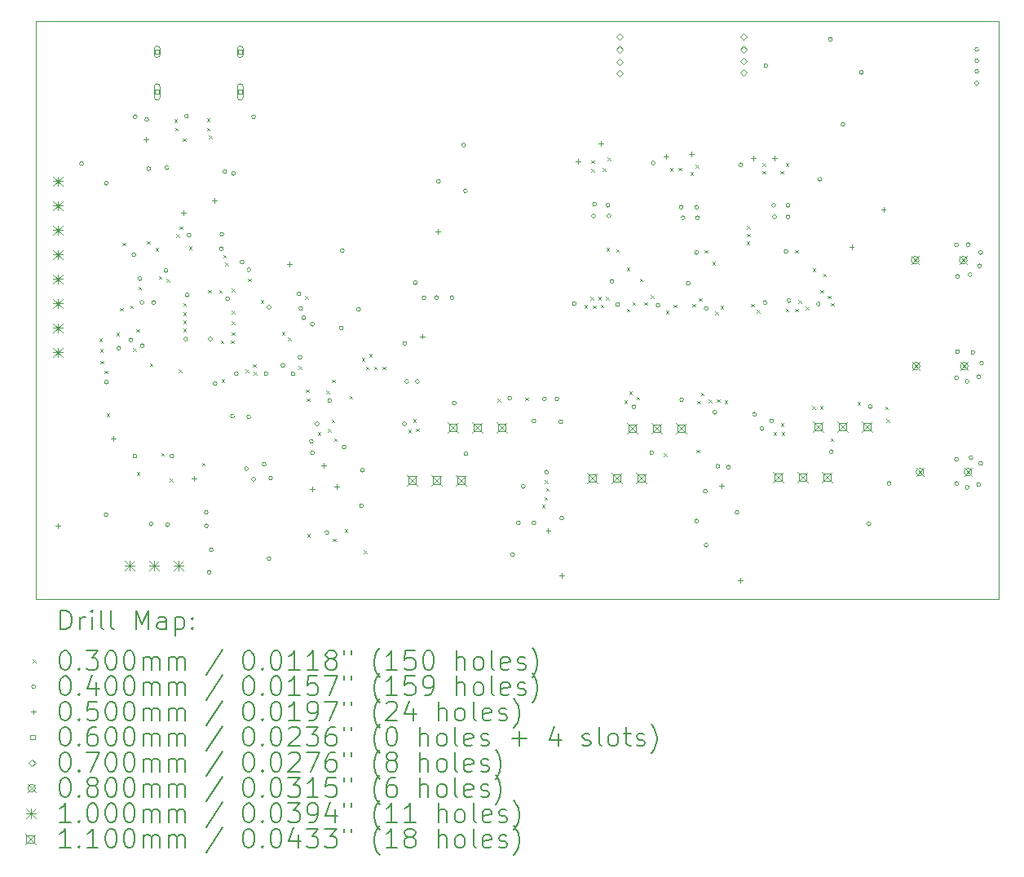
<source format=gbr>
%TF.GenerationSoftware,KiCad,Pcbnew,8.0.4-8.0.4-0~ubuntu22.04.1*%
%TF.CreationDate,2024-09-01T21:11:13+02:00*%
%TF.ProjectId,bldc_project,626c6463-5f70-4726-9f6a-6563742e6b69,rev?*%
%TF.SameCoordinates,Original*%
%TF.FileFunction,Drillmap*%
%TF.FilePolarity,Positive*%
%FSLAX45Y45*%
G04 Gerber Fmt 4.5, Leading zero omitted, Abs format (unit mm)*
G04 Created by KiCad (PCBNEW 8.0.4-8.0.4-0~ubuntu22.04.1) date 2024-09-01 21:11:13*
%MOMM*%
%LPD*%
G01*
G04 APERTURE LIST*
%ADD10C,0.100000*%
%ADD11C,0.200000*%
%ADD12C,0.110000*%
G04 APERTURE END LIST*
D10*
X4120000Y-8050000D02*
X14120000Y-8050000D01*
X14120000Y-14050000D01*
X4120000Y-14050000D01*
X4120000Y-8050000D01*
D11*
D10*
X4775000Y-11345000D02*
X4805000Y-11375000D01*
X4805000Y-11345000D02*
X4775000Y-11375000D01*
X4785000Y-11455000D02*
X4815000Y-11485000D01*
X4815000Y-11455000D02*
X4785000Y-11485000D01*
X4790000Y-11575000D02*
X4820000Y-11605000D01*
X4820000Y-11575000D02*
X4790000Y-11605000D01*
X4830000Y-11677500D02*
X4860000Y-11707500D01*
X4860000Y-11677500D02*
X4830000Y-11707500D01*
X4855000Y-12122500D02*
X4885000Y-12152500D01*
X4885000Y-12122500D02*
X4855000Y-12152500D01*
X4955000Y-11285000D02*
X4985000Y-11315000D01*
X4985000Y-11285000D02*
X4955000Y-11315000D01*
X4995000Y-11025000D02*
X5025000Y-11055000D01*
X5025000Y-11025000D02*
X4995000Y-11055000D01*
X5020000Y-10350000D02*
X5050000Y-10380000D01*
X5050000Y-10350000D02*
X5020000Y-10380000D01*
X5100000Y-11000000D02*
X5130000Y-11030000D01*
X5130000Y-11000000D02*
X5100000Y-11030000D01*
X5130000Y-11445000D02*
X5160000Y-11475000D01*
X5160000Y-11445000D02*
X5130000Y-11475000D01*
X5160000Y-11245000D02*
X5190000Y-11275000D01*
X5190000Y-11245000D02*
X5160000Y-11275000D01*
X5167500Y-12730000D02*
X5197500Y-12760000D01*
X5197500Y-12730000D02*
X5167500Y-12760000D01*
X5185000Y-10805000D02*
X5215000Y-10835000D01*
X5215000Y-10805000D02*
X5185000Y-10835000D01*
X5270000Y-10330000D02*
X5300000Y-10360000D01*
X5300000Y-10330000D02*
X5270000Y-10360000D01*
X5300000Y-11600000D02*
X5330000Y-11630000D01*
X5330000Y-11600000D02*
X5300000Y-11630000D01*
X5360000Y-10405000D02*
X5390000Y-10435000D01*
X5390000Y-10405000D02*
X5360000Y-10435000D01*
X5395000Y-10695000D02*
X5425000Y-10725000D01*
X5425000Y-10695000D02*
X5395000Y-10725000D01*
X5420000Y-12532500D02*
X5450000Y-12562500D01*
X5450000Y-12532500D02*
X5420000Y-12562500D01*
X5475000Y-10725000D02*
X5505000Y-10755000D01*
X5505000Y-10725000D02*
X5475000Y-10755000D01*
X5507500Y-12800000D02*
X5537500Y-12830000D01*
X5537500Y-12800000D02*
X5507500Y-12830000D01*
X5555000Y-9065000D02*
X5585000Y-9095000D01*
X5585000Y-9065000D02*
X5555000Y-9095000D01*
X5565000Y-9155000D02*
X5595000Y-9185000D01*
X5595000Y-9155000D02*
X5565000Y-9185000D01*
X5575000Y-10260000D02*
X5605000Y-10290000D01*
X5605000Y-10260000D02*
X5575000Y-10290000D01*
X5600353Y-11665353D02*
X5630353Y-11695353D01*
X5630353Y-11665353D02*
X5600353Y-11695353D01*
X5610000Y-10180000D02*
X5640000Y-10210000D01*
X5640000Y-10180000D02*
X5610000Y-10210000D01*
X5645000Y-9265000D02*
X5675000Y-9295000D01*
X5675000Y-9265000D02*
X5645000Y-9295000D01*
X5650000Y-10975000D02*
X5680000Y-11005000D01*
X5680000Y-10975000D02*
X5650000Y-11005000D01*
X5650000Y-11070000D02*
X5680000Y-11100000D01*
X5680000Y-11070000D02*
X5650000Y-11100000D01*
X5650000Y-11155000D02*
X5680000Y-11185000D01*
X5680000Y-11155000D02*
X5650000Y-11185000D01*
X5650000Y-11240000D02*
X5680000Y-11270000D01*
X5680000Y-11240000D02*
X5650000Y-11270000D01*
X5710000Y-10385000D02*
X5740000Y-10415000D01*
X5740000Y-10385000D02*
X5710000Y-10415000D01*
X5845000Y-12635000D02*
X5875000Y-12665000D01*
X5875000Y-12635000D02*
X5845000Y-12665000D01*
X5895000Y-9055000D02*
X5925000Y-9085000D01*
X5925000Y-9055000D02*
X5895000Y-9085000D01*
X5895000Y-9155000D02*
X5925000Y-9185000D01*
X5925000Y-9155000D02*
X5895000Y-9185000D01*
X5905000Y-10840000D02*
X5935000Y-10870000D01*
X5935000Y-10840000D02*
X5905000Y-10870000D01*
X5915000Y-9235000D02*
X5945000Y-9265000D01*
X5945000Y-9235000D02*
X5915000Y-9265000D01*
X6020000Y-10840000D02*
X6050000Y-10870000D01*
X6050000Y-10840000D02*
X6020000Y-10870000D01*
X6040000Y-11365000D02*
X6070000Y-11395000D01*
X6070000Y-11365000D02*
X6040000Y-11395000D01*
X6045000Y-11765000D02*
X6075000Y-11795000D01*
X6075000Y-11765000D02*
X6045000Y-11795000D01*
X6065000Y-10475000D02*
X6095000Y-10505000D01*
X6095000Y-10475000D02*
X6065000Y-10505000D01*
X6085000Y-10555000D02*
X6115000Y-10585000D01*
X6115000Y-10555000D02*
X6085000Y-10585000D01*
X6145000Y-11365000D02*
X6175000Y-11395000D01*
X6175000Y-11365000D02*
X6145000Y-11395000D01*
X6155000Y-10825000D02*
X6185000Y-10855000D01*
X6185000Y-10825000D02*
X6155000Y-10855000D01*
X6155000Y-11055000D02*
X6185000Y-11085000D01*
X6185000Y-11055000D02*
X6155000Y-11085000D01*
X6155000Y-11165000D02*
X6185000Y-11195000D01*
X6185000Y-11165000D02*
X6155000Y-11195000D01*
X6155000Y-11280000D02*
X6185000Y-11310000D01*
X6185000Y-11280000D02*
X6155000Y-11310000D01*
X6295000Y-11665000D02*
X6325000Y-11695000D01*
X6325000Y-11665000D02*
X6295000Y-11695000D01*
X6320000Y-10720000D02*
X6350000Y-10750000D01*
X6350000Y-10720000D02*
X6320000Y-10750000D01*
X6375000Y-11610000D02*
X6405000Y-11640000D01*
X6405000Y-11610000D02*
X6375000Y-11640000D01*
X6380000Y-11690000D02*
X6410000Y-11720000D01*
X6410000Y-11690000D02*
X6380000Y-11720000D01*
X6455000Y-10945000D02*
X6485000Y-10975000D01*
X6485000Y-10945000D02*
X6455000Y-10975000D01*
X6675000Y-11275000D02*
X6705000Y-11305000D01*
X6705000Y-11275000D02*
X6675000Y-11305000D01*
X6735000Y-11335000D02*
X6765000Y-11365000D01*
X6765000Y-11335000D02*
X6735000Y-11365000D01*
X6845000Y-11630000D02*
X6875000Y-11660000D01*
X6875000Y-11630000D02*
X6845000Y-11660000D01*
X6915000Y-10905000D02*
X6945000Y-10935000D01*
X6945000Y-10905000D02*
X6915000Y-10935000D01*
X6925000Y-11872500D02*
X6955000Y-11902500D01*
X6955000Y-11872500D02*
X6925000Y-11902500D01*
X6930000Y-11965000D02*
X6960000Y-11995000D01*
X6960000Y-11965000D02*
X6930000Y-11995000D01*
X6935000Y-13375000D02*
X6965000Y-13405000D01*
X6965000Y-13375000D02*
X6935000Y-13405000D01*
X7045000Y-12315000D02*
X7075000Y-12345000D01*
X7075000Y-12315000D02*
X7045000Y-12345000D01*
X7135073Y-11884926D02*
X7165073Y-11914926D01*
X7165073Y-11884926D02*
X7135073Y-11914926D01*
X7150000Y-12285000D02*
X7180000Y-12315000D01*
X7180000Y-12285000D02*
X7150000Y-12315000D01*
X7190000Y-12185000D02*
X7220000Y-12215000D01*
X7220000Y-12185000D02*
X7190000Y-12215000D01*
X7195000Y-11772500D02*
X7225000Y-11802500D01*
X7225000Y-11772500D02*
X7195000Y-11802500D01*
X7200753Y-13420000D02*
X7230753Y-13450000D01*
X7230753Y-13420000D02*
X7200753Y-13450000D01*
X7215000Y-12380000D02*
X7245000Y-12410000D01*
X7245000Y-12380000D02*
X7215000Y-12410000D01*
X7325000Y-13325000D02*
X7355000Y-13355000D01*
X7355000Y-13325000D02*
X7325000Y-13355000D01*
X7377500Y-11940000D02*
X7407500Y-11970000D01*
X7407500Y-11940000D02*
X7377500Y-11970000D01*
X7505000Y-11545000D02*
X7535000Y-11575000D01*
X7535000Y-11545000D02*
X7505000Y-11575000D01*
X7525000Y-13545000D02*
X7555000Y-13575000D01*
X7555000Y-13545000D02*
X7525000Y-13575000D01*
X7545000Y-11635000D02*
X7575000Y-11665000D01*
X7575000Y-11635000D02*
X7545000Y-11665000D01*
X7580000Y-11505000D02*
X7610000Y-11535000D01*
X7610000Y-11505000D02*
X7580000Y-11535000D01*
X7630000Y-11635000D02*
X7660000Y-11665000D01*
X7660000Y-11635000D02*
X7630000Y-11665000D01*
X7720000Y-11635000D02*
X7750000Y-11665000D01*
X7750000Y-11635000D02*
X7720000Y-11665000D01*
X7985000Y-12290000D02*
X8015000Y-12320000D01*
X8015000Y-12290000D02*
X7985000Y-12320000D01*
X8035000Y-12180000D02*
X8065000Y-12210000D01*
X8065000Y-12180000D02*
X8035000Y-12210000D01*
X8065000Y-12280000D02*
X8095000Y-12310000D01*
X8095000Y-12280000D02*
X8065000Y-12310000D01*
X8915000Y-11970000D02*
X8945000Y-12000000D01*
X8945000Y-11970000D02*
X8915000Y-12000000D01*
X9200000Y-11955000D02*
X9230000Y-11985000D01*
X9230000Y-11955000D02*
X9200000Y-11985000D01*
X9375000Y-13070000D02*
X9405000Y-13100000D01*
X9405000Y-13070000D02*
X9375000Y-13100000D01*
X9400000Y-12990000D02*
X9430000Y-13020000D01*
X9430000Y-12990000D02*
X9400000Y-13020000D01*
X9405000Y-12815000D02*
X9435000Y-12845000D01*
X9435000Y-12815000D02*
X9405000Y-12845000D01*
X9415000Y-12895000D02*
X9445000Y-12925000D01*
X9445000Y-12895000D02*
X9415000Y-12925000D01*
X9815000Y-10995000D02*
X9845000Y-11025000D01*
X9845000Y-10995000D02*
X9815000Y-11025000D01*
X9880000Y-10910000D02*
X9910000Y-10940000D01*
X9910000Y-10910000D02*
X9880000Y-10940000D01*
X9885000Y-9495000D02*
X9915000Y-9525000D01*
X9915000Y-9495000D02*
X9885000Y-9525000D01*
X9886000Y-9584000D02*
X9916000Y-9614000D01*
X9916000Y-9584000D02*
X9886000Y-9614000D01*
X9905000Y-11000000D02*
X9935000Y-11030000D01*
X9935000Y-11000000D02*
X9905000Y-11030000D01*
X9960000Y-10910000D02*
X9990000Y-10940000D01*
X9990000Y-10910000D02*
X9960000Y-10940000D01*
X9985000Y-10990000D02*
X10015000Y-11020000D01*
X10015000Y-10990000D02*
X9985000Y-11020000D01*
X10005000Y-9575000D02*
X10035000Y-9605000D01*
X10035000Y-9575000D02*
X10005000Y-9605000D01*
X10040000Y-10910000D02*
X10070000Y-10940000D01*
X10070000Y-10910000D02*
X10040000Y-10940000D01*
X10042500Y-10404500D02*
X10072500Y-10434500D01*
X10072500Y-10404500D02*
X10042500Y-10434500D01*
X10055000Y-9465000D02*
X10085000Y-9495000D01*
X10085000Y-9465000D02*
X10055000Y-9495000D01*
X10145000Y-10415000D02*
X10175000Y-10445000D01*
X10175000Y-10415000D02*
X10145000Y-10445000D01*
X10230000Y-11985000D02*
X10260000Y-12015000D01*
X10260000Y-11985000D02*
X10230000Y-12015000D01*
X10255000Y-10605000D02*
X10285000Y-10635000D01*
X10285000Y-10605000D02*
X10255000Y-10635000D01*
X10255000Y-11035000D02*
X10285000Y-11065000D01*
X10285000Y-11035000D02*
X10255000Y-11065000D01*
X10280000Y-11895000D02*
X10310000Y-11925000D01*
X10310000Y-11895000D02*
X10280000Y-11925000D01*
X10315000Y-10965000D02*
X10345000Y-10995000D01*
X10345000Y-10965000D02*
X10315000Y-10995000D01*
X10355000Y-11950000D02*
X10385000Y-11980000D01*
X10385000Y-11950000D02*
X10355000Y-11980000D01*
X10390000Y-10720000D02*
X10420000Y-10750000D01*
X10420000Y-10720000D02*
X10390000Y-10750000D01*
X10435000Y-10965000D02*
X10465000Y-10995000D01*
X10465000Y-10965000D02*
X10435000Y-10995000D01*
X10505000Y-10895000D02*
X10535000Y-10925000D01*
X10535000Y-10895000D02*
X10505000Y-10925000D01*
X10640000Y-12535000D02*
X10670000Y-12565000D01*
X10670000Y-12535000D02*
X10640000Y-12565000D01*
X10660000Y-11055000D02*
X10690000Y-11085000D01*
X10690000Y-11055000D02*
X10660000Y-11085000D01*
X10705000Y-9575000D02*
X10735000Y-9605000D01*
X10735000Y-9575000D02*
X10705000Y-9605000D01*
X10740000Y-10990000D02*
X10770000Y-11020000D01*
X10770000Y-10990000D02*
X10740000Y-11020000D01*
X10791058Y-9568000D02*
X10821058Y-9598000D01*
X10821058Y-9568000D02*
X10791058Y-9598000D01*
X10913500Y-9616500D02*
X10943500Y-9646500D01*
X10943500Y-9616500D02*
X10913500Y-9646500D01*
X10935000Y-10985000D02*
X10965000Y-11015000D01*
X10965000Y-10985000D02*
X10935000Y-11015000D01*
X10970000Y-9540000D02*
X11000000Y-9570000D01*
X11000000Y-9540000D02*
X10970000Y-9570000D01*
X10980000Y-12500000D02*
X11010000Y-12530000D01*
X11010000Y-12500000D02*
X10980000Y-12530000D01*
X10985000Y-11990000D02*
X11015000Y-12020000D01*
X11015000Y-11990000D02*
X10985000Y-12020000D01*
X11005000Y-10925000D02*
X11035000Y-10955000D01*
X11035000Y-10925000D02*
X11005000Y-10955000D01*
X11025000Y-11905000D02*
X11055000Y-11935000D01*
X11055000Y-11905000D02*
X11025000Y-11935000D01*
X11065000Y-10425000D02*
X11095000Y-10455000D01*
X11095000Y-10425000D02*
X11065000Y-10455000D01*
X11105000Y-11980000D02*
X11135000Y-12010000D01*
X11135000Y-11980000D02*
X11105000Y-12010000D01*
X11145000Y-10545000D02*
X11175000Y-10575000D01*
X11175000Y-10545000D02*
X11145000Y-10575000D01*
X11175000Y-11065000D02*
X11205000Y-11095000D01*
X11205000Y-11065000D02*
X11175000Y-11095000D01*
X11190000Y-11975000D02*
X11220000Y-12005000D01*
X11220000Y-11975000D02*
X11190000Y-12005000D01*
X11230000Y-11005000D02*
X11260000Y-11035000D01*
X11260000Y-11005000D02*
X11230000Y-11035000D01*
X11272500Y-11985000D02*
X11302500Y-12015000D01*
X11302500Y-11985000D02*
X11272500Y-12015000D01*
X11500000Y-10335000D02*
X11530000Y-10365000D01*
X11530000Y-10335000D02*
X11500000Y-10365000D01*
X11505000Y-10175000D02*
X11535000Y-10205000D01*
X11535000Y-10175000D02*
X11505000Y-10205000D01*
X11505000Y-10255000D02*
X11535000Y-10285000D01*
X11535000Y-10255000D02*
X11505000Y-10285000D01*
X11545000Y-10985000D02*
X11575000Y-11015000D01*
X11575000Y-10985000D02*
X11545000Y-11015000D01*
X11605000Y-11045000D02*
X11635000Y-11075000D01*
X11635000Y-11045000D02*
X11605000Y-11075000D01*
X11665000Y-9525000D02*
X11695000Y-9555000D01*
X11695000Y-9525000D02*
X11665000Y-9555000D01*
X11665000Y-9605000D02*
X11695000Y-9635000D01*
X11695000Y-9605000D02*
X11665000Y-9635000D01*
X11780000Y-12315000D02*
X11810000Y-12345000D01*
X11810000Y-12315000D02*
X11780000Y-12345000D01*
X11848625Y-9601375D02*
X11878625Y-9631375D01*
X11878625Y-9601375D02*
X11848625Y-9631375D01*
X11855000Y-12225000D02*
X11885000Y-12255000D01*
X11885000Y-12225000D02*
X11855000Y-12255000D01*
X11865000Y-12315000D02*
X11895000Y-12345000D01*
X11895000Y-12315000D02*
X11865000Y-12345000D01*
X11905000Y-9525000D02*
X11935000Y-9555000D01*
X11935000Y-9525000D02*
X11905000Y-9555000D01*
X11905000Y-11035000D02*
X11935000Y-11065000D01*
X11935000Y-11035000D02*
X11905000Y-11065000D01*
X12005000Y-10425000D02*
X12035000Y-10455000D01*
X12035000Y-10425000D02*
X12005000Y-10455000D01*
X12005000Y-11035000D02*
X12035000Y-11065000D01*
X12035000Y-11035000D02*
X12005000Y-11065000D01*
X12035000Y-10945000D02*
X12065000Y-10975000D01*
X12065000Y-10945000D02*
X12035000Y-10975000D01*
X12115000Y-11015000D02*
X12145000Y-11045000D01*
X12145000Y-11015000D02*
X12115000Y-11045000D01*
X12180000Y-12045000D02*
X12210000Y-12075000D01*
X12210000Y-12045000D02*
X12180000Y-12075000D01*
X12185000Y-10615000D02*
X12215000Y-10645000D01*
X12215000Y-10615000D02*
X12185000Y-10645000D01*
X12260000Y-12045000D02*
X12290000Y-12075000D01*
X12290000Y-12045000D02*
X12260000Y-12075000D01*
X12265000Y-10840000D02*
X12295000Y-10870000D01*
X12295000Y-10840000D02*
X12265000Y-10870000D01*
X12295000Y-10670000D02*
X12325000Y-10700000D01*
X12325000Y-10670000D02*
X12295000Y-10700000D01*
X12340000Y-10900000D02*
X12370000Y-10930000D01*
X12370000Y-10900000D02*
X12340000Y-10930000D01*
X12370000Y-12380000D02*
X12400000Y-12410000D01*
X12400000Y-12380000D02*
X12370000Y-12410000D01*
X12375000Y-10975000D02*
X12405000Y-11005000D01*
X12405000Y-10975000D02*
X12375000Y-11005000D01*
X12650000Y-12005000D02*
X12680000Y-12035000D01*
X12680000Y-12005000D02*
X12650000Y-12035000D01*
X12940000Y-12050000D02*
X12970000Y-12080000D01*
X12970000Y-12050000D02*
X12940000Y-12080000D01*
X12950000Y-12180000D02*
X12980000Y-12210000D01*
X12980000Y-12180000D02*
X12950000Y-12210000D01*
X4612500Y-9527500D02*
G75*
G02*
X4572500Y-9527500I-20000J0D01*
G01*
X4572500Y-9527500D02*
G75*
G02*
X4612500Y-9527500I20000J0D01*
G01*
X4867500Y-13172500D02*
G75*
G02*
X4827500Y-13172500I-20000J0D01*
G01*
X4827500Y-13172500D02*
G75*
G02*
X4867500Y-13172500I20000J0D01*
G01*
X4870000Y-9730000D02*
G75*
G02*
X4830000Y-9730000I-20000J0D01*
G01*
X4830000Y-9730000D02*
G75*
G02*
X4870000Y-9730000I20000J0D01*
G01*
X4872500Y-11797500D02*
G75*
G02*
X4832500Y-11797500I-20000J0D01*
G01*
X4832500Y-11797500D02*
G75*
G02*
X4872500Y-11797500I20000J0D01*
G01*
X5000000Y-11445000D02*
G75*
G02*
X4960000Y-11445000I-20000J0D01*
G01*
X4960000Y-11445000D02*
G75*
G02*
X5000000Y-11445000I20000J0D01*
G01*
X5125000Y-11360000D02*
G75*
G02*
X5085000Y-11360000I-20000J0D01*
G01*
X5085000Y-11360000D02*
G75*
G02*
X5125000Y-11360000I20000J0D01*
G01*
X5156967Y-10473033D02*
G75*
G02*
X5116967Y-10473033I-20000J0D01*
G01*
X5116967Y-10473033D02*
G75*
G02*
X5156967Y-10473033I20000J0D01*
G01*
X5167500Y-12565000D02*
G75*
G02*
X5127500Y-12565000I-20000J0D01*
G01*
X5127500Y-12565000D02*
G75*
G02*
X5167500Y-12565000I20000J0D01*
G01*
X5170000Y-9040000D02*
G75*
G02*
X5130000Y-9040000I-20000J0D01*
G01*
X5130000Y-9040000D02*
G75*
G02*
X5170000Y-9040000I20000J0D01*
G01*
X5220000Y-10722000D02*
G75*
G02*
X5180000Y-10722000I-20000J0D01*
G01*
X5180000Y-10722000D02*
G75*
G02*
X5220000Y-10722000I20000J0D01*
G01*
X5240772Y-10967597D02*
G75*
G02*
X5200772Y-10967597I-20000J0D01*
G01*
X5200772Y-10967597D02*
G75*
G02*
X5240772Y-10967597I20000J0D01*
G01*
X5243757Y-11420000D02*
G75*
G02*
X5203757Y-11420000I-20000J0D01*
G01*
X5203757Y-11420000D02*
G75*
G02*
X5243757Y-11420000I20000J0D01*
G01*
X5290000Y-9070000D02*
G75*
G02*
X5250000Y-9070000I-20000J0D01*
G01*
X5250000Y-9070000D02*
G75*
G02*
X5290000Y-9070000I20000J0D01*
G01*
X5310000Y-9580000D02*
G75*
G02*
X5270000Y-9580000I-20000J0D01*
G01*
X5270000Y-9580000D02*
G75*
G02*
X5310000Y-9580000I20000J0D01*
G01*
X5335000Y-13270000D02*
G75*
G02*
X5295000Y-13270000I-20000J0D01*
G01*
X5295000Y-13270000D02*
G75*
G02*
X5335000Y-13270000I20000J0D01*
G01*
X5361636Y-10970000D02*
G75*
G02*
X5321636Y-10970000I-20000J0D01*
G01*
X5321636Y-10970000D02*
G75*
G02*
X5361636Y-10970000I20000J0D01*
G01*
X5490000Y-10637000D02*
G75*
G02*
X5450000Y-10637000I-20000J0D01*
G01*
X5450000Y-10637000D02*
G75*
G02*
X5490000Y-10637000I20000J0D01*
G01*
X5500000Y-9570000D02*
G75*
G02*
X5460000Y-9570000I-20000J0D01*
G01*
X5460000Y-9570000D02*
G75*
G02*
X5500000Y-9570000I20000J0D01*
G01*
X5505000Y-13277500D02*
G75*
G02*
X5465000Y-13277500I-20000J0D01*
G01*
X5465000Y-13277500D02*
G75*
G02*
X5505000Y-13277500I20000J0D01*
G01*
X5550000Y-12565000D02*
G75*
G02*
X5510000Y-12565000I-20000J0D01*
G01*
X5510000Y-12565000D02*
G75*
G02*
X5550000Y-12565000I20000J0D01*
G01*
X5695000Y-11350000D02*
G75*
G02*
X5655000Y-11350000I-20000J0D01*
G01*
X5655000Y-11350000D02*
G75*
G02*
X5695000Y-11350000I20000J0D01*
G01*
X5702408Y-9035471D02*
G75*
G02*
X5662408Y-9035471I-20000J0D01*
G01*
X5662408Y-9035471D02*
G75*
G02*
X5702408Y-9035471I20000J0D01*
G01*
X5710000Y-10890000D02*
G75*
G02*
X5670000Y-10890000I-20000J0D01*
G01*
X5670000Y-10890000D02*
G75*
G02*
X5710000Y-10890000I20000J0D01*
G01*
X5730000Y-10270000D02*
G75*
G02*
X5690000Y-10270000I-20000J0D01*
G01*
X5690000Y-10270000D02*
G75*
G02*
X5730000Y-10270000I20000J0D01*
G01*
X5907500Y-13150000D02*
G75*
G02*
X5867500Y-13150000I-20000J0D01*
G01*
X5867500Y-13150000D02*
G75*
G02*
X5907500Y-13150000I20000J0D01*
G01*
X5910000Y-13290000D02*
G75*
G02*
X5870000Y-13290000I-20000J0D01*
G01*
X5870000Y-13290000D02*
G75*
G02*
X5910000Y-13290000I20000J0D01*
G01*
X5937500Y-13772500D02*
G75*
G02*
X5897500Y-13772500I-20000J0D01*
G01*
X5897500Y-13772500D02*
G75*
G02*
X5937500Y-13772500I20000J0D01*
G01*
X5950000Y-11350000D02*
G75*
G02*
X5910000Y-11350000I-20000J0D01*
G01*
X5910000Y-11350000D02*
G75*
G02*
X5950000Y-11350000I20000J0D01*
G01*
X5960000Y-13540000D02*
G75*
G02*
X5920000Y-13540000I-20000J0D01*
G01*
X5920000Y-13540000D02*
G75*
G02*
X5960000Y-13540000I20000J0D01*
G01*
X6000000Y-11810000D02*
G75*
G02*
X5960000Y-11810000I-20000J0D01*
G01*
X5960000Y-11810000D02*
G75*
G02*
X6000000Y-11810000I20000J0D01*
G01*
X6065000Y-10410000D02*
G75*
G02*
X6025000Y-10410000I-20000J0D01*
G01*
X6025000Y-10410000D02*
G75*
G02*
X6065000Y-10410000I20000J0D01*
G01*
X6070000Y-10260000D02*
G75*
G02*
X6030000Y-10260000I-20000J0D01*
G01*
X6030000Y-10260000D02*
G75*
G02*
X6070000Y-10260000I20000J0D01*
G01*
X6100000Y-9610000D02*
G75*
G02*
X6060000Y-9610000I-20000J0D01*
G01*
X6060000Y-9610000D02*
G75*
G02*
X6100000Y-9610000I20000J0D01*
G01*
X6130000Y-10930000D02*
G75*
G02*
X6090000Y-10930000I-20000J0D01*
G01*
X6090000Y-10930000D02*
G75*
G02*
X6130000Y-10930000I20000J0D01*
G01*
X6180000Y-12150000D02*
G75*
G02*
X6140000Y-12150000I-20000J0D01*
G01*
X6140000Y-12150000D02*
G75*
G02*
X6180000Y-12150000I20000J0D01*
G01*
X6190000Y-9630000D02*
G75*
G02*
X6150000Y-9630000I-20000J0D01*
G01*
X6150000Y-9630000D02*
G75*
G02*
X6190000Y-9630000I20000J0D01*
G01*
X6220000Y-11710000D02*
G75*
G02*
X6180000Y-11710000I-20000J0D01*
G01*
X6180000Y-11710000D02*
G75*
G02*
X6220000Y-11710000I20000J0D01*
G01*
X6280000Y-10550000D02*
G75*
G02*
X6240000Y-10550000I-20000J0D01*
G01*
X6240000Y-10550000D02*
G75*
G02*
X6280000Y-10550000I20000J0D01*
G01*
X6325000Y-12695000D02*
G75*
G02*
X6285000Y-12695000I-20000J0D01*
G01*
X6285000Y-12695000D02*
G75*
G02*
X6325000Y-12695000I20000J0D01*
G01*
X6350000Y-10630000D02*
G75*
G02*
X6310000Y-10630000I-20000J0D01*
G01*
X6310000Y-10630000D02*
G75*
G02*
X6350000Y-10630000I20000J0D01*
G01*
X6350000Y-12160000D02*
G75*
G02*
X6310000Y-12160000I-20000J0D01*
G01*
X6310000Y-12160000D02*
G75*
G02*
X6350000Y-12160000I20000J0D01*
G01*
X6400000Y-9040000D02*
G75*
G02*
X6360000Y-9040000I-20000J0D01*
G01*
X6360000Y-9040000D02*
G75*
G02*
X6400000Y-9040000I20000J0D01*
G01*
X6400000Y-12805000D02*
G75*
G02*
X6360000Y-12805000I-20000J0D01*
G01*
X6360000Y-12805000D02*
G75*
G02*
X6400000Y-12805000I20000J0D01*
G01*
X6510000Y-12650000D02*
G75*
G02*
X6470000Y-12650000I-20000J0D01*
G01*
X6470000Y-12650000D02*
G75*
G02*
X6510000Y-12650000I20000J0D01*
G01*
X6530000Y-11710000D02*
G75*
G02*
X6490000Y-11710000I-20000J0D01*
G01*
X6490000Y-11710000D02*
G75*
G02*
X6530000Y-11710000I20000J0D01*
G01*
X6560000Y-11020000D02*
G75*
G02*
X6520000Y-11020000I-20000J0D01*
G01*
X6520000Y-11020000D02*
G75*
G02*
X6560000Y-11020000I20000J0D01*
G01*
X6560000Y-13630000D02*
G75*
G02*
X6520000Y-13630000I-20000J0D01*
G01*
X6520000Y-13630000D02*
G75*
G02*
X6560000Y-13630000I20000J0D01*
G01*
X6576967Y-12793033D02*
G75*
G02*
X6536967Y-12793033I-20000J0D01*
G01*
X6536967Y-12793033D02*
G75*
G02*
X6576967Y-12793033I20000J0D01*
G01*
X6704356Y-11622224D02*
G75*
G02*
X6664356Y-11622224I-20000J0D01*
G01*
X6664356Y-11622224D02*
G75*
G02*
X6704356Y-11622224I20000J0D01*
G01*
X6810000Y-11710000D02*
G75*
G02*
X6770000Y-11710000I-20000J0D01*
G01*
X6770000Y-11710000D02*
G75*
G02*
X6810000Y-11710000I20000J0D01*
G01*
X6870000Y-10880000D02*
G75*
G02*
X6830000Y-10880000I-20000J0D01*
G01*
X6830000Y-10880000D02*
G75*
G02*
X6870000Y-10880000I20000J0D01*
G01*
X6881967Y-11538033D02*
G75*
G02*
X6841967Y-11538033I-20000J0D01*
G01*
X6841967Y-11538033D02*
G75*
G02*
X6881967Y-11538033I20000J0D01*
G01*
X6890000Y-11030000D02*
G75*
G02*
X6850000Y-11030000I-20000J0D01*
G01*
X6850000Y-11030000D02*
G75*
G02*
X6890000Y-11030000I20000J0D01*
G01*
X6921066Y-11128934D02*
G75*
G02*
X6881066Y-11128934I-20000J0D01*
G01*
X6881066Y-11128934D02*
G75*
G02*
X6921066Y-11128934I20000J0D01*
G01*
X7000104Y-12410104D02*
G75*
G02*
X6960104Y-12410104I-20000J0D01*
G01*
X6960104Y-12410104D02*
G75*
G02*
X7000104Y-12410104I20000J0D01*
G01*
X7010000Y-12530000D02*
G75*
G02*
X6970000Y-12530000I-20000J0D01*
G01*
X6970000Y-12530000D02*
G75*
G02*
X7010000Y-12530000I20000J0D01*
G01*
X7011174Y-11195000D02*
G75*
G02*
X6971174Y-11195000I-20000J0D01*
G01*
X6971174Y-11195000D02*
G75*
G02*
X7011174Y-11195000I20000J0D01*
G01*
X7060000Y-12230000D02*
G75*
G02*
X7020000Y-12230000I-20000J0D01*
G01*
X7020000Y-12230000D02*
G75*
G02*
X7060000Y-12230000I20000J0D01*
G01*
X7160533Y-13359467D02*
G75*
G02*
X7120533Y-13359467I-20000J0D01*
G01*
X7120533Y-13359467D02*
G75*
G02*
X7160533Y-13359467I20000J0D01*
G01*
X7190000Y-11990000D02*
G75*
G02*
X7150000Y-11990000I-20000J0D01*
G01*
X7150000Y-11990000D02*
G75*
G02*
X7190000Y-11990000I20000J0D01*
G01*
X7310000Y-11235000D02*
G75*
G02*
X7270000Y-11235000I-20000J0D01*
G01*
X7270000Y-11235000D02*
G75*
G02*
X7310000Y-11235000I20000J0D01*
G01*
X7320000Y-10430000D02*
G75*
G02*
X7280000Y-10430000I-20000J0D01*
G01*
X7280000Y-10430000D02*
G75*
G02*
X7320000Y-10430000I20000J0D01*
G01*
X7340000Y-12470000D02*
G75*
G02*
X7300000Y-12470000I-20000J0D01*
G01*
X7300000Y-12470000D02*
G75*
G02*
X7340000Y-12470000I20000J0D01*
G01*
X7490000Y-11040000D02*
G75*
G02*
X7450000Y-11040000I-20000J0D01*
G01*
X7450000Y-11040000D02*
G75*
G02*
X7490000Y-11040000I20000J0D01*
G01*
X7520000Y-13080000D02*
G75*
G02*
X7480000Y-13080000I-20000J0D01*
G01*
X7480000Y-13080000D02*
G75*
G02*
X7520000Y-13080000I20000J0D01*
G01*
X7530000Y-12710000D02*
G75*
G02*
X7490000Y-12710000I-20000J0D01*
G01*
X7490000Y-12710000D02*
G75*
G02*
X7530000Y-12710000I20000J0D01*
G01*
X7965000Y-12230000D02*
G75*
G02*
X7925000Y-12230000I-20000J0D01*
G01*
X7925000Y-12230000D02*
G75*
G02*
X7965000Y-12230000I20000J0D01*
G01*
X7970000Y-11395000D02*
G75*
G02*
X7930000Y-11395000I-20000J0D01*
G01*
X7930000Y-11395000D02*
G75*
G02*
X7970000Y-11395000I20000J0D01*
G01*
X7990000Y-11790000D02*
G75*
G02*
X7950000Y-11790000I-20000J0D01*
G01*
X7950000Y-11790000D02*
G75*
G02*
X7990000Y-11790000I20000J0D01*
G01*
X8080000Y-10765000D02*
G75*
G02*
X8040000Y-10765000I-20000J0D01*
G01*
X8040000Y-10765000D02*
G75*
G02*
X8080000Y-10765000I20000J0D01*
G01*
X8100000Y-11790000D02*
G75*
G02*
X8060000Y-11790000I-20000J0D01*
G01*
X8060000Y-11790000D02*
G75*
G02*
X8100000Y-11790000I20000J0D01*
G01*
X8170000Y-10920000D02*
G75*
G02*
X8130000Y-10920000I-20000J0D01*
G01*
X8130000Y-10920000D02*
G75*
G02*
X8170000Y-10920000I20000J0D01*
G01*
X8300000Y-10920000D02*
G75*
G02*
X8260000Y-10920000I-20000J0D01*
G01*
X8260000Y-10920000D02*
G75*
G02*
X8300000Y-10920000I20000J0D01*
G01*
X8320000Y-9710000D02*
G75*
G02*
X8280000Y-9710000I-20000J0D01*
G01*
X8280000Y-9710000D02*
G75*
G02*
X8320000Y-9710000I20000J0D01*
G01*
X8460000Y-10920000D02*
G75*
G02*
X8420000Y-10920000I-20000J0D01*
G01*
X8420000Y-10920000D02*
G75*
G02*
X8460000Y-10920000I20000J0D01*
G01*
X8485000Y-12015000D02*
G75*
G02*
X8445000Y-12015000I-20000J0D01*
G01*
X8445000Y-12015000D02*
G75*
G02*
X8485000Y-12015000I20000J0D01*
G01*
X8581600Y-9334000D02*
G75*
G02*
X8541600Y-9334000I-20000J0D01*
G01*
X8541600Y-9334000D02*
G75*
G02*
X8581600Y-9334000I20000J0D01*
G01*
X8600000Y-9810000D02*
G75*
G02*
X8560000Y-9810000I-20000J0D01*
G01*
X8560000Y-9810000D02*
G75*
G02*
X8600000Y-9810000I20000J0D01*
G01*
X8605000Y-12540000D02*
G75*
G02*
X8565000Y-12540000I-20000J0D01*
G01*
X8565000Y-12540000D02*
G75*
G02*
X8605000Y-12540000I20000J0D01*
G01*
X9060000Y-11965000D02*
G75*
G02*
X9020000Y-11965000I-20000J0D01*
G01*
X9020000Y-11965000D02*
G75*
G02*
X9060000Y-11965000I20000J0D01*
G01*
X9090000Y-13590000D02*
G75*
G02*
X9050000Y-13590000I-20000J0D01*
G01*
X9050000Y-13590000D02*
G75*
G02*
X9090000Y-13590000I20000J0D01*
G01*
X9150000Y-13260000D02*
G75*
G02*
X9110000Y-13260000I-20000J0D01*
G01*
X9110000Y-13260000D02*
G75*
G02*
X9150000Y-13260000I20000J0D01*
G01*
X9200000Y-12880000D02*
G75*
G02*
X9160000Y-12880000I-20000J0D01*
G01*
X9160000Y-12880000D02*
G75*
G02*
X9200000Y-12880000I20000J0D01*
G01*
X9310000Y-12200000D02*
G75*
G02*
X9270000Y-12200000I-20000J0D01*
G01*
X9270000Y-12200000D02*
G75*
G02*
X9310000Y-12200000I20000J0D01*
G01*
X9310000Y-13260000D02*
G75*
G02*
X9270000Y-13260000I-20000J0D01*
G01*
X9270000Y-13260000D02*
G75*
G02*
X9310000Y-13260000I20000J0D01*
G01*
X9420000Y-11970000D02*
G75*
G02*
X9380000Y-11970000I-20000J0D01*
G01*
X9380000Y-11970000D02*
G75*
G02*
X9420000Y-11970000I20000J0D01*
G01*
X9441967Y-12731967D02*
G75*
G02*
X9401967Y-12731967I-20000J0D01*
G01*
X9401967Y-12731967D02*
G75*
G02*
X9441967Y-12731967I20000J0D01*
G01*
X9550000Y-11970000D02*
G75*
G02*
X9510000Y-11970000I-20000J0D01*
G01*
X9510000Y-11970000D02*
G75*
G02*
X9550000Y-11970000I20000J0D01*
G01*
X9590000Y-12210000D02*
G75*
G02*
X9550000Y-12210000I-20000J0D01*
G01*
X9550000Y-12210000D02*
G75*
G02*
X9590000Y-12210000I20000J0D01*
G01*
X9600000Y-13210000D02*
G75*
G02*
X9560000Y-13210000I-20000J0D01*
G01*
X9560000Y-13210000D02*
G75*
G02*
X9600000Y-13210000I20000J0D01*
G01*
X9730000Y-10980000D02*
G75*
G02*
X9690000Y-10980000I-20000J0D01*
G01*
X9690000Y-10980000D02*
G75*
G02*
X9730000Y-10980000I20000J0D01*
G01*
X9930000Y-10070000D02*
G75*
G02*
X9890000Y-10070000I-20000J0D01*
G01*
X9890000Y-10070000D02*
G75*
G02*
X9930000Y-10070000I20000J0D01*
G01*
X9940000Y-9950000D02*
G75*
G02*
X9900000Y-9950000I-20000J0D01*
G01*
X9900000Y-9950000D02*
G75*
G02*
X9940000Y-9950000I20000J0D01*
G01*
X10080000Y-9960000D02*
G75*
G02*
X10040000Y-9960000I-20000J0D01*
G01*
X10040000Y-9960000D02*
G75*
G02*
X10080000Y-9960000I20000J0D01*
G01*
X10090000Y-10070000D02*
G75*
G02*
X10050000Y-10070000I-20000J0D01*
G01*
X10050000Y-10070000D02*
G75*
G02*
X10090000Y-10070000I20000J0D01*
G01*
X10120000Y-10750000D02*
G75*
G02*
X10080000Y-10750000I-20000J0D01*
G01*
X10080000Y-10750000D02*
G75*
G02*
X10120000Y-10750000I20000J0D01*
G01*
X10180000Y-10990000D02*
G75*
G02*
X10140000Y-10990000I-20000J0D01*
G01*
X10140000Y-10990000D02*
G75*
G02*
X10180000Y-10990000I20000J0D01*
G01*
X10350000Y-12055000D02*
G75*
G02*
X10310000Y-12055000I-20000J0D01*
G01*
X10310000Y-12055000D02*
G75*
G02*
X10350000Y-12055000I20000J0D01*
G01*
X10535000Y-12530000D02*
G75*
G02*
X10495000Y-12530000I-20000J0D01*
G01*
X10495000Y-12530000D02*
G75*
G02*
X10535000Y-12530000I20000J0D01*
G01*
X10550000Y-9520000D02*
G75*
G02*
X10510000Y-9520000I-20000J0D01*
G01*
X10510000Y-9520000D02*
G75*
G02*
X10550000Y-9520000I20000J0D01*
G01*
X10600000Y-11000000D02*
G75*
G02*
X10560000Y-11000000I-20000J0D01*
G01*
X10560000Y-11000000D02*
G75*
G02*
X10600000Y-11000000I20000J0D01*
G01*
X10840000Y-9980000D02*
G75*
G02*
X10800000Y-9980000I-20000J0D01*
G01*
X10800000Y-9980000D02*
G75*
G02*
X10840000Y-9980000I20000J0D01*
G01*
X10845000Y-11980000D02*
G75*
G02*
X10805000Y-11980000I-20000J0D01*
G01*
X10805000Y-11980000D02*
G75*
G02*
X10845000Y-11980000I20000J0D01*
G01*
X10860000Y-10090000D02*
G75*
G02*
X10820000Y-10090000I-20000J0D01*
G01*
X10820000Y-10090000D02*
G75*
G02*
X10860000Y-10090000I20000J0D01*
G01*
X10913750Y-10770000D02*
G75*
G02*
X10873750Y-10770000I-20000J0D01*
G01*
X10873750Y-10770000D02*
G75*
G02*
X10913750Y-10770000I20000J0D01*
G01*
X11000000Y-9980000D02*
G75*
G02*
X10960000Y-9980000I-20000J0D01*
G01*
X10960000Y-9980000D02*
G75*
G02*
X11000000Y-9980000I20000J0D01*
G01*
X11000000Y-10450000D02*
G75*
G02*
X10960000Y-10450000I-20000J0D01*
G01*
X10960000Y-10450000D02*
G75*
G02*
X11000000Y-10450000I20000J0D01*
G01*
X11000000Y-13240000D02*
G75*
G02*
X10960000Y-13240000I-20000J0D01*
G01*
X10960000Y-13240000D02*
G75*
G02*
X11000000Y-13240000I20000J0D01*
G01*
X11010000Y-10090000D02*
G75*
G02*
X10970000Y-10090000I-20000J0D01*
G01*
X10970000Y-10090000D02*
G75*
G02*
X11010000Y-10090000I20000J0D01*
G01*
X11090000Y-12930000D02*
G75*
G02*
X11050000Y-12930000I-20000J0D01*
G01*
X11050000Y-12930000D02*
G75*
G02*
X11090000Y-12930000I20000J0D01*
G01*
X11100000Y-11030000D02*
G75*
G02*
X11060000Y-11030000I-20000J0D01*
G01*
X11060000Y-11030000D02*
G75*
G02*
X11100000Y-11030000I20000J0D01*
G01*
X11100000Y-13490000D02*
G75*
G02*
X11060000Y-13490000I-20000J0D01*
G01*
X11060000Y-13490000D02*
G75*
G02*
X11100000Y-13490000I20000J0D01*
G01*
X11190000Y-12110000D02*
G75*
G02*
X11150000Y-12110000I-20000J0D01*
G01*
X11150000Y-12110000D02*
G75*
G02*
X11190000Y-12110000I20000J0D01*
G01*
X11220000Y-12670000D02*
G75*
G02*
X11180000Y-12670000I-20000J0D01*
G01*
X11180000Y-12670000D02*
G75*
G02*
X11220000Y-12670000I20000J0D01*
G01*
X11330000Y-12680000D02*
G75*
G02*
X11290000Y-12680000I-20000J0D01*
G01*
X11290000Y-12680000D02*
G75*
G02*
X11330000Y-12680000I20000J0D01*
G01*
X11420000Y-13150000D02*
G75*
G02*
X11380000Y-13150000I-20000J0D01*
G01*
X11380000Y-13150000D02*
G75*
G02*
X11420000Y-13150000I20000J0D01*
G01*
X11460000Y-9540000D02*
G75*
G02*
X11420000Y-9540000I-20000J0D01*
G01*
X11420000Y-9540000D02*
G75*
G02*
X11460000Y-9540000I20000J0D01*
G01*
X11600000Y-12130000D02*
G75*
G02*
X11560000Y-12130000I-20000J0D01*
G01*
X11560000Y-12130000D02*
G75*
G02*
X11600000Y-12130000I20000J0D01*
G01*
X11680000Y-12280000D02*
G75*
G02*
X11640000Y-12280000I-20000J0D01*
G01*
X11640000Y-12280000D02*
G75*
G02*
X11680000Y-12280000I20000J0D01*
G01*
X11710000Y-10970000D02*
G75*
G02*
X11670000Y-10970000I-20000J0D01*
G01*
X11670000Y-10970000D02*
G75*
G02*
X11710000Y-10970000I20000J0D01*
G01*
X11720000Y-8510000D02*
G75*
G02*
X11680000Y-8510000I-20000J0D01*
G01*
X11680000Y-8510000D02*
G75*
G02*
X11720000Y-8510000I20000J0D01*
G01*
X11780000Y-12200000D02*
G75*
G02*
X11740000Y-12200000I-20000J0D01*
G01*
X11740000Y-12200000D02*
G75*
G02*
X11780000Y-12200000I20000J0D01*
G01*
X11800000Y-9960000D02*
G75*
G02*
X11760000Y-9960000I-20000J0D01*
G01*
X11760000Y-9960000D02*
G75*
G02*
X11800000Y-9960000I20000J0D01*
G01*
X11810000Y-10080000D02*
G75*
G02*
X11770000Y-10080000I-20000J0D01*
G01*
X11770000Y-10080000D02*
G75*
G02*
X11810000Y-10080000I20000J0D01*
G01*
X11930000Y-10440000D02*
G75*
G02*
X11890000Y-10440000I-20000J0D01*
G01*
X11890000Y-10440000D02*
G75*
G02*
X11930000Y-10440000I20000J0D01*
G01*
X11950000Y-9960000D02*
G75*
G02*
X11910000Y-9960000I-20000J0D01*
G01*
X11910000Y-9960000D02*
G75*
G02*
X11950000Y-9960000I20000J0D01*
G01*
X11950000Y-10080000D02*
G75*
G02*
X11910000Y-10080000I-20000J0D01*
G01*
X11910000Y-10080000D02*
G75*
G02*
X11950000Y-10080000I20000J0D01*
G01*
X11960000Y-10950000D02*
G75*
G02*
X11920000Y-10950000I-20000J0D01*
G01*
X11920000Y-10950000D02*
G75*
G02*
X11960000Y-10950000I20000J0D01*
G01*
X12265000Y-10985000D02*
G75*
G02*
X12225000Y-10985000I-20000J0D01*
G01*
X12225000Y-10985000D02*
G75*
G02*
X12265000Y-10985000I20000J0D01*
G01*
X12280000Y-9690000D02*
G75*
G02*
X12240000Y-9690000I-20000J0D01*
G01*
X12240000Y-9690000D02*
G75*
G02*
X12280000Y-9690000I20000J0D01*
G01*
X12390000Y-8235000D02*
G75*
G02*
X12350000Y-8235000I-20000J0D01*
G01*
X12350000Y-8235000D02*
G75*
G02*
X12390000Y-8235000I20000J0D01*
G01*
X12400000Y-12520000D02*
G75*
G02*
X12360000Y-12520000I-20000J0D01*
G01*
X12360000Y-12520000D02*
G75*
G02*
X12400000Y-12520000I20000J0D01*
G01*
X12520000Y-9120000D02*
G75*
G02*
X12480000Y-9120000I-20000J0D01*
G01*
X12480000Y-9120000D02*
G75*
G02*
X12520000Y-9120000I20000J0D01*
G01*
X12710000Y-8580000D02*
G75*
G02*
X12670000Y-8580000I-20000J0D01*
G01*
X12670000Y-8580000D02*
G75*
G02*
X12710000Y-8580000I20000J0D01*
G01*
X12790000Y-13270000D02*
G75*
G02*
X12750000Y-13270000I-20000J0D01*
G01*
X12750000Y-13270000D02*
G75*
G02*
X12790000Y-13270000I20000J0D01*
G01*
X12805000Y-12050000D02*
G75*
G02*
X12765000Y-12050000I-20000J0D01*
G01*
X12765000Y-12050000D02*
G75*
G02*
X12805000Y-12050000I20000J0D01*
G01*
X13000000Y-12850000D02*
G75*
G02*
X12960000Y-12850000I-20000J0D01*
G01*
X12960000Y-12850000D02*
G75*
G02*
X13000000Y-12850000I20000J0D01*
G01*
X13700000Y-10370000D02*
G75*
G02*
X13660000Y-10370000I-20000J0D01*
G01*
X13660000Y-10370000D02*
G75*
G02*
X13700000Y-10370000I20000J0D01*
G01*
X13700000Y-11750000D02*
G75*
G02*
X13660000Y-11750000I-20000J0D01*
G01*
X13660000Y-11750000D02*
G75*
G02*
X13700000Y-11750000I20000J0D01*
G01*
X13700000Y-12600000D02*
G75*
G02*
X13660000Y-12600000I-20000J0D01*
G01*
X13660000Y-12600000D02*
G75*
G02*
X13700000Y-12600000I20000J0D01*
G01*
X13700000Y-12850000D02*
G75*
G02*
X13660000Y-12850000I-20000J0D01*
G01*
X13660000Y-12850000D02*
G75*
G02*
X13700000Y-12850000I20000J0D01*
G01*
X13710000Y-10700000D02*
G75*
G02*
X13670000Y-10700000I-20000J0D01*
G01*
X13670000Y-10700000D02*
G75*
G02*
X13710000Y-10700000I20000J0D01*
G01*
X13710000Y-11480000D02*
G75*
G02*
X13670000Y-11480000I-20000J0D01*
G01*
X13670000Y-11480000D02*
G75*
G02*
X13710000Y-11480000I20000J0D01*
G01*
X13810000Y-11790000D02*
G75*
G02*
X13770000Y-11790000I-20000J0D01*
G01*
X13770000Y-11790000D02*
G75*
G02*
X13810000Y-11790000I20000J0D01*
G01*
X13810000Y-12890000D02*
G75*
G02*
X13770000Y-12890000I-20000J0D01*
G01*
X13770000Y-12890000D02*
G75*
G02*
X13810000Y-12890000I20000J0D01*
G01*
X13820000Y-10370000D02*
G75*
G02*
X13780000Y-10370000I-20000J0D01*
G01*
X13780000Y-10370000D02*
G75*
G02*
X13820000Y-10370000I20000J0D01*
G01*
X13840000Y-10680000D02*
G75*
G02*
X13800000Y-10680000I-20000J0D01*
G01*
X13800000Y-10680000D02*
G75*
G02*
X13840000Y-10680000I20000J0D01*
G01*
X13850000Y-12580000D02*
G75*
G02*
X13810000Y-12580000I-20000J0D01*
G01*
X13810000Y-12580000D02*
G75*
G02*
X13850000Y-12580000I20000J0D01*
G01*
X13870000Y-11490000D02*
G75*
G02*
X13830000Y-11490000I-20000J0D01*
G01*
X13830000Y-11490000D02*
G75*
G02*
X13870000Y-11490000I20000J0D01*
G01*
X13910000Y-8340000D02*
G75*
G02*
X13870000Y-8340000I-20000J0D01*
G01*
X13870000Y-8340000D02*
G75*
G02*
X13910000Y-8340000I20000J0D01*
G01*
X13910000Y-8460000D02*
G75*
G02*
X13870000Y-8460000I-20000J0D01*
G01*
X13870000Y-8460000D02*
G75*
G02*
X13910000Y-8460000I20000J0D01*
G01*
X13910000Y-8570000D02*
G75*
G02*
X13870000Y-8570000I-20000J0D01*
G01*
X13870000Y-8570000D02*
G75*
G02*
X13910000Y-8570000I20000J0D01*
G01*
X13910000Y-8690000D02*
G75*
G02*
X13870000Y-8690000I-20000J0D01*
G01*
X13870000Y-8690000D02*
G75*
G02*
X13910000Y-8690000I20000J0D01*
G01*
X13930000Y-11740000D02*
G75*
G02*
X13890000Y-11740000I-20000J0D01*
G01*
X13890000Y-11740000D02*
G75*
G02*
X13930000Y-11740000I20000J0D01*
G01*
X13930000Y-12860000D02*
G75*
G02*
X13890000Y-12860000I-20000J0D01*
G01*
X13890000Y-12860000D02*
G75*
G02*
X13930000Y-12860000I20000J0D01*
G01*
X13940000Y-10590000D02*
G75*
G02*
X13900000Y-10590000I-20000J0D01*
G01*
X13900000Y-10590000D02*
G75*
G02*
X13940000Y-10590000I20000J0D01*
G01*
X13950000Y-10450000D02*
G75*
G02*
X13910000Y-10450000I-20000J0D01*
G01*
X13910000Y-10450000D02*
G75*
G02*
X13950000Y-10450000I20000J0D01*
G01*
X13950000Y-12640000D02*
G75*
G02*
X13910000Y-12640000I-20000J0D01*
G01*
X13910000Y-12640000D02*
G75*
G02*
X13950000Y-12640000I20000J0D01*
G01*
X13960000Y-11600000D02*
G75*
G02*
X13920000Y-11600000I-20000J0D01*
G01*
X13920000Y-11600000D02*
G75*
G02*
X13960000Y-11600000I20000J0D01*
G01*
X4350000Y-13260000D02*
X4350000Y-13310000D01*
X4325000Y-13285000D02*
X4375000Y-13285000D01*
X4920000Y-12355000D02*
X4920000Y-12405000D01*
X4895000Y-12380000D02*
X4945000Y-12380000D01*
X5265000Y-9250000D02*
X5265000Y-9300000D01*
X5240000Y-9275000D02*
X5290000Y-9275000D01*
X5655000Y-10010000D02*
X5655000Y-10060000D01*
X5630000Y-10035000D02*
X5680000Y-10035000D01*
X5760000Y-12775000D02*
X5760000Y-12825000D01*
X5735000Y-12800000D02*
X5785000Y-12800000D01*
X5975000Y-9885000D02*
X5975000Y-9935000D01*
X5950000Y-9910000D02*
X6000000Y-9910000D01*
X6750000Y-10545000D02*
X6750000Y-10595000D01*
X6725000Y-10570000D02*
X6775000Y-10570000D01*
X6990000Y-12885000D02*
X6990000Y-12935000D01*
X6965000Y-12910000D02*
X7015000Y-12910000D01*
X7105000Y-12635000D02*
X7105000Y-12685000D01*
X7080000Y-12660000D02*
X7130000Y-12660000D01*
X7240000Y-12855000D02*
X7240000Y-12905000D01*
X7215000Y-12880000D02*
X7265000Y-12880000D01*
X8130000Y-11295000D02*
X8130000Y-11345000D01*
X8105000Y-11320000D02*
X8155000Y-11320000D01*
X8295000Y-10205000D02*
X8295000Y-10255000D01*
X8270000Y-10230000D02*
X8320000Y-10230000D01*
X9440000Y-13315000D02*
X9440000Y-13365000D01*
X9415000Y-13340000D02*
X9465000Y-13340000D01*
X9580000Y-13780000D02*
X9580000Y-13830000D01*
X9555000Y-13805000D02*
X9605000Y-13805000D01*
X9750000Y-9480000D02*
X9750000Y-9530000D01*
X9725000Y-9505000D02*
X9775000Y-9505000D01*
X9990000Y-9295000D02*
X9990000Y-9345000D01*
X9965000Y-9320000D02*
X10015000Y-9320000D01*
X10665000Y-9430000D02*
X10665000Y-9480000D01*
X10640000Y-9455000D02*
X10690000Y-9455000D01*
X10925000Y-9405000D02*
X10925000Y-9455000D01*
X10900000Y-9430000D02*
X10950000Y-9430000D01*
X11240000Y-12845000D02*
X11240000Y-12895000D01*
X11215000Y-12870000D02*
X11265000Y-12870000D01*
X11435000Y-13830000D02*
X11435000Y-13880000D01*
X11410000Y-13855000D02*
X11460000Y-13855000D01*
X11570000Y-9445000D02*
X11570000Y-9495000D01*
X11545000Y-9470000D02*
X11595000Y-9470000D01*
X11790000Y-9445000D02*
X11790000Y-9495000D01*
X11765000Y-9470000D02*
X11815000Y-9470000D01*
X12590000Y-10370000D02*
X12590000Y-10420000D01*
X12565000Y-10395000D02*
X12615000Y-10395000D01*
X12920000Y-9980000D02*
X12920000Y-10030000D01*
X12895000Y-10005000D02*
X12945000Y-10005000D01*
X5399213Y-8386213D02*
X5399213Y-8343787D01*
X5356787Y-8343787D01*
X5356787Y-8386213D01*
X5399213Y-8386213D01*
X5408000Y-8395000D02*
X5408000Y-8335000D01*
X5348000Y-8335000D02*
G75*
G02*
X5408000Y-8335000I30000J0D01*
G01*
X5348000Y-8335000D02*
X5348000Y-8395000D01*
X5348000Y-8395000D02*
G75*
G03*
X5408000Y-8395000I30000J0D01*
G01*
X5399213Y-8804213D02*
X5399213Y-8761787D01*
X5356787Y-8761787D01*
X5356787Y-8804213D01*
X5399213Y-8804213D01*
X5408000Y-8838000D02*
X5408000Y-8728000D01*
X5348000Y-8728000D02*
G75*
G02*
X5408000Y-8728000I30000J0D01*
G01*
X5348000Y-8728000D02*
X5348000Y-8838000D01*
X5348000Y-8838000D02*
G75*
G03*
X5408000Y-8838000I30000J0D01*
G01*
X6263213Y-8386213D02*
X6263213Y-8343787D01*
X6220787Y-8343787D01*
X6220787Y-8386213D01*
X6263213Y-8386213D01*
X6272000Y-8395000D02*
X6272000Y-8335000D01*
X6212000Y-8335000D02*
G75*
G02*
X6272000Y-8335000I30000J0D01*
G01*
X6212000Y-8335000D02*
X6212000Y-8395000D01*
X6212000Y-8395000D02*
G75*
G03*
X6272000Y-8395000I30000J0D01*
G01*
X6263213Y-8804213D02*
X6263213Y-8761787D01*
X6220787Y-8761787D01*
X6220787Y-8804213D01*
X6263213Y-8804213D01*
X6272000Y-8838000D02*
X6272000Y-8728000D01*
X6212000Y-8728000D02*
G75*
G02*
X6272000Y-8728000I30000J0D01*
G01*
X6212000Y-8728000D02*
X6212000Y-8838000D01*
X6212000Y-8838000D02*
G75*
G03*
X6272000Y-8838000I30000J0D01*
G01*
X10180000Y-8245000D02*
X10215000Y-8210000D01*
X10180000Y-8175000D01*
X10145000Y-8210000D01*
X10180000Y-8245000D01*
X10180000Y-8375000D02*
X10215000Y-8340000D01*
X10180000Y-8305000D01*
X10145000Y-8340000D01*
X10180000Y-8375000D01*
X10180000Y-8505000D02*
X10215000Y-8470000D01*
X10180000Y-8435000D01*
X10145000Y-8470000D01*
X10180000Y-8505000D01*
X10180000Y-8625000D02*
X10215000Y-8590000D01*
X10180000Y-8555000D01*
X10145000Y-8590000D01*
X10180000Y-8625000D01*
X11470000Y-8245000D02*
X11505000Y-8210000D01*
X11470000Y-8175000D01*
X11435000Y-8210000D01*
X11470000Y-8245000D01*
X11470000Y-8375000D02*
X11505000Y-8340000D01*
X11470000Y-8305000D01*
X11435000Y-8340000D01*
X11470000Y-8375000D01*
X11470000Y-8495000D02*
X11505000Y-8460000D01*
X11470000Y-8425000D01*
X11435000Y-8460000D01*
X11470000Y-8495000D01*
X11470000Y-8615000D02*
X11505000Y-8580000D01*
X11470000Y-8545000D01*
X11435000Y-8580000D01*
X11470000Y-8615000D01*
X13210000Y-10490000D02*
X13290000Y-10570000D01*
X13290000Y-10490000D02*
X13210000Y-10570000D01*
X13290000Y-10530000D02*
G75*
G02*
X13210000Y-10530000I-40000J0D01*
G01*
X13210000Y-10530000D02*
G75*
G02*
X13290000Y-10530000I40000J0D01*
G01*
X13220000Y-11590000D02*
X13300000Y-11670000D01*
X13300000Y-11590000D02*
X13220000Y-11670000D01*
X13300000Y-11630000D02*
G75*
G02*
X13220000Y-11630000I-40000J0D01*
G01*
X13220000Y-11630000D02*
G75*
G02*
X13300000Y-11630000I40000J0D01*
G01*
X13260000Y-12690000D02*
X13340000Y-12770000D01*
X13340000Y-12690000D02*
X13260000Y-12770000D01*
X13340000Y-12730000D02*
G75*
G02*
X13260000Y-12730000I-40000J0D01*
G01*
X13260000Y-12730000D02*
G75*
G02*
X13340000Y-12730000I40000J0D01*
G01*
X13710000Y-10490000D02*
X13790000Y-10570000D01*
X13790000Y-10490000D02*
X13710000Y-10570000D01*
X13790000Y-10530000D02*
G75*
G02*
X13710000Y-10530000I-40000J0D01*
G01*
X13710000Y-10530000D02*
G75*
G02*
X13790000Y-10530000I40000J0D01*
G01*
X13720000Y-11590000D02*
X13800000Y-11670000D01*
X13800000Y-11590000D02*
X13720000Y-11670000D01*
X13800000Y-11630000D02*
G75*
G02*
X13720000Y-11630000I-40000J0D01*
G01*
X13720000Y-11630000D02*
G75*
G02*
X13800000Y-11630000I40000J0D01*
G01*
X13760000Y-12690000D02*
X13840000Y-12770000D01*
X13840000Y-12690000D02*
X13760000Y-12770000D01*
X13840000Y-12730000D02*
G75*
G02*
X13760000Y-12730000I-40000J0D01*
G01*
X13760000Y-12730000D02*
G75*
G02*
X13840000Y-12730000I40000J0D01*
G01*
X4300000Y-9661000D02*
X4400000Y-9761000D01*
X4400000Y-9661000D02*
X4300000Y-9761000D01*
X4350000Y-9661000D02*
X4350000Y-9761000D01*
X4300000Y-9711000D02*
X4400000Y-9711000D01*
X4300000Y-9915000D02*
X4400000Y-10015000D01*
X4400000Y-9915000D02*
X4300000Y-10015000D01*
X4350000Y-9915000D02*
X4350000Y-10015000D01*
X4300000Y-9965000D02*
X4400000Y-9965000D01*
X4300000Y-10169000D02*
X4400000Y-10269000D01*
X4400000Y-10169000D02*
X4300000Y-10269000D01*
X4350000Y-10169000D02*
X4350000Y-10269000D01*
X4300000Y-10219000D02*
X4400000Y-10219000D01*
X4300000Y-10423000D02*
X4400000Y-10523000D01*
X4400000Y-10423000D02*
X4300000Y-10523000D01*
X4350000Y-10423000D02*
X4350000Y-10523000D01*
X4300000Y-10473000D02*
X4400000Y-10473000D01*
X4300000Y-10677000D02*
X4400000Y-10777000D01*
X4400000Y-10677000D02*
X4300000Y-10777000D01*
X4350000Y-10677000D02*
X4350000Y-10777000D01*
X4300000Y-10727000D02*
X4400000Y-10727000D01*
X4300000Y-10931000D02*
X4400000Y-11031000D01*
X4400000Y-10931000D02*
X4300000Y-11031000D01*
X4350000Y-10931000D02*
X4350000Y-11031000D01*
X4300000Y-10981000D02*
X4400000Y-10981000D01*
X4300000Y-11185000D02*
X4400000Y-11285000D01*
X4400000Y-11185000D02*
X4300000Y-11285000D01*
X4350000Y-11185000D02*
X4350000Y-11285000D01*
X4300000Y-11235000D02*
X4400000Y-11235000D01*
X4300000Y-11439000D02*
X4400000Y-11539000D01*
X4400000Y-11439000D02*
X4300000Y-11539000D01*
X4350000Y-11439000D02*
X4350000Y-11539000D01*
X4300000Y-11489000D02*
X4400000Y-11489000D01*
X5040000Y-13650000D02*
X5140000Y-13750000D01*
X5140000Y-13650000D02*
X5040000Y-13750000D01*
X5090000Y-13650000D02*
X5090000Y-13750000D01*
X5040000Y-13700000D02*
X5140000Y-13700000D01*
X5294000Y-13650000D02*
X5394000Y-13750000D01*
X5394000Y-13650000D02*
X5294000Y-13750000D01*
X5344000Y-13650000D02*
X5344000Y-13750000D01*
X5294000Y-13700000D02*
X5394000Y-13700000D01*
X5548000Y-13650000D02*
X5648000Y-13750000D01*
X5648000Y-13650000D02*
X5548000Y-13750000D01*
X5598000Y-13650000D02*
X5598000Y-13750000D01*
X5548000Y-13700000D02*
X5648000Y-13700000D01*
D12*
X7972000Y-12760000D02*
X8082000Y-12870000D01*
X8082000Y-12760000D02*
X7972000Y-12870000D01*
X8065891Y-12853891D02*
X8065891Y-12776109D01*
X7988109Y-12776109D01*
X7988109Y-12853891D01*
X8065891Y-12853891D01*
X8226000Y-12760000D02*
X8336000Y-12870000D01*
X8336000Y-12760000D02*
X8226000Y-12870000D01*
X8319891Y-12853891D02*
X8319891Y-12776109D01*
X8242109Y-12776109D01*
X8242109Y-12853891D01*
X8319891Y-12853891D01*
X8395000Y-12210500D02*
X8505000Y-12320500D01*
X8505000Y-12210500D02*
X8395000Y-12320500D01*
X8488891Y-12304391D02*
X8488891Y-12226609D01*
X8411109Y-12226609D01*
X8411109Y-12304391D01*
X8488891Y-12304391D01*
X8480000Y-12760000D02*
X8590000Y-12870000D01*
X8590000Y-12760000D02*
X8480000Y-12870000D01*
X8573891Y-12853891D02*
X8573891Y-12776109D01*
X8496109Y-12776109D01*
X8496109Y-12853891D01*
X8573891Y-12853891D01*
X8649000Y-12210500D02*
X8759000Y-12320500D01*
X8759000Y-12210500D02*
X8649000Y-12320500D01*
X8742891Y-12304391D02*
X8742891Y-12226609D01*
X8665109Y-12226609D01*
X8665109Y-12304391D01*
X8742891Y-12304391D01*
X8903000Y-12210500D02*
X9013000Y-12320500D01*
X9013000Y-12210500D02*
X8903000Y-12320500D01*
X8996891Y-12304391D02*
X8996891Y-12226609D01*
X8919109Y-12226609D01*
X8919109Y-12304391D01*
X8996891Y-12304391D01*
X9844750Y-12736750D02*
X9954750Y-12846750D01*
X9954750Y-12736750D02*
X9844750Y-12846750D01*
X9938641Y-12830641D02*
X9938641Y-12752859D01*
X9860859Y-12752859D01*
X9860859Y-12830641D01*
X9938641Y-12830641D01*
X10098750Y-12736750D02*
X10208750Y-12846750D01*
X10208750Y-12736750D02*
X10098750Y-12846750D01*
X10192641Y-12830641D02*
X10192641Y-12752859D01*
X10114859Y-12752859D01*
X10114859Y-12830641D01*
X10192641Y-12830641D01*
X10254750Y-12222250D02*
X10364750Y-12332250D01*
X10364750Y-12222250D02*
X10254750Y-12332250D01*
X10348641Y-12316141D02*
X10348641Y-12238359D01*
X10270859Y-12238359D01*
X10270859Y-12316141D01*
X10348641Y-12316141D01*
X10352750Y-12736750D02*
X10462750Y-12846750D01*
X10462750Y-12736750D02*
X10352750Y-12846750D01*
X10446641Y-12830641D02*
X10446641Y-12752859D01*
X10368859Y-12752859D01*
X10368859Y-12830641D01*
X10446641Y-12830641D01*
X10508750Y-12222250D02*
X10618750Y-12332250D01*
X10618750Y-12222250D02*
X10508750Y-12332250D01*
X10602641Y-12316141D02*
X10602641Y-12238359D01*
X10524859Y-12238359D01*
X10524859Y-12316141D01*
X10602641Y-12316141D01*
X10762750Y-12222250D02*
X10872750Y-12332250D01*
X10872750Y-12222250D02*
X10762750Y-12332250D01*
X10856641Y-12316141D02*
X10856641Y-12238359D01*
X10778859Y-12238359D01*
X10778859Y-12316141D01*
X10856641Y-12316141D01*
X11774750Y-12732250D02*
X11884750Y-12842250D01*
X11884750Y-12732250D02*
X11774750Y-12842250D01*
X11868641Y-12826141D02*
X11868641Y-12748359D01*
X11790859Y-12748359D01*
X11790859Y-12826141D01*
X11868641Y-12826141D01*
X12028750Y-12732250D02*
X12138750Y-12842250D01*
X12138750Y-12732250D02*
X12028750Y-12842250D01*
X12122641Y-12826141D02*
X12122641Y-12748359D01*
X12044859Y-12748359D01*
X12044859Y-12826141D01*
X12122641Y-12826141D01*
X12191000Y-12204250D02*
X12301000Y-12314250D01*
X12301000Y-12204250D02*
X12191000Y-12314250D01*
X12284891Y-12298141D02*
X12284891Y-12220359D01*
X12207109Y-12220359D01*
X12207109Y-12298141D01*
X12284891Y-12298141D01*
X12282750Y-12732250D02*
X12392750Y-12842250D01*
X12392750Y-12732250D02*
X12282750Y-12842250D01*
X12376641Y-12826141D02*
X12376641Y-12748359D01*
X12298859Y-12748359D01*
X12298859Y-12826141D01*
X12376641Y-12826141D01*
X12445000Y-12204250D02*
X12555000Y-12314250D01*
X12555000Y-12204250D02*
X12445000Y-12314250D01*
X12538891Y-12298141D02*
X12538891Y-12220359D01*
X12461109Y-12220359D01*
X12461109Y-12298141D01*
X12538891Y-12298141D01*
X12699000Y-12204250D02*
X12809000Y-12314250D01*
X12809000Y-12204250D02*
X12699000Y-12314250D01*
X12792891Y-12298141D02*
X12792891Y-12220359D01*
X12715109Y-12220359D01*
X12715109Y-12298141D01*
X12792891Y-12298141D01*
D11*
X4375777Y-14366484D02*
X4375777Y-14166484D01*
X4375777Y-14166484D02*
X4423396Y-14166484D01*
X4423396Y-14166484D02*
X4451967Y-14176008D01*
X4451967Y-14176008D02*
X4471015Y-14195055D01*
X4471015Y-14195055D02*
X4480539Y-14214103D01*
X4480539Y-14214103D02*
X4490063Y-14252198D01*
X4490063Y-14252198D02*
X4490063Y-14280769D01*
X4490063Y-14280769D02*
X4480539Y-14318865D01*
X4480539Y-14318865D02*
X4471015Y-14337912D01*
X4471015Y-14337912D02*
X4451967Y-14356960D01*
X4451967Y-14356960D02*
X4423396Y-14366484D01*
X4423396Y-14366484D02*
X4375777Y-14366484D01*
X4575777Y-14366484D02*
X4575777Y-14233150D01*
X4575777Y-14271246D02*
X4585301Y-14252198D01*
X4585301Y-14252198D02*
X4594824Y-14242674D01*
X4594824Y-14242674D02*
X4613872Y-14233150D01*
X4613872Y-14233150D02*
X4632920Y-14233150D01*
X4699586Y-14366484D02*
X4699586Y-14233150D01*
X4699586Y-14166484D02*
X4690063Y-14176008D01*
X4690063Y-14176008D02*
X4699586Y-14185531D01*
X4699586Y-14185531D02*
X4709110Y-14176008D01*
X4709110Y-14176008D02*
X4699586Y-14166484D01*
X4699586Y-14166484D02*
X4699586Y-14185531D01*
X4823396Y-14366484D02*
X4804348Y-14356960D01*
X4804348Y-14356960D02*
X4794824Y-14337912D01*
X4794824Y-14337912D02*
X4794824Y-14166484D01*
X4928158Y-14366484D02*
X4909110Y-14356960D01*
X4909110Y-14356960D02*
X4899586Y-14337912D01*
X4899586Y-14337912D02*
X4899586Y-14166484D01*
X5156729Y-14366484D02*
X5156729Y-14166484D01*
X5156729Y-14166484D02*
X5223396Y-14309341D01*
X5223396Y-14309341D02*
X5290063Y-14166484D01*
X5290063Y-14166484D02*
X5290063Y-14366484D01*
X5471015Y-14366484D02*
X5471015Y-14261722D01*
X5471015Y-14261722D02*
X5461491Y-14242674D01*
X5461491Y-14242674D02*
X5442444Y-14233150D01*
X5442444Y-14233150D02*
X5404348Y-14233150D01*
X5404348Y-14233150D02*
X5385301Y-14242674D01*
X5471015Y-14356960D02*
X5451967Y-14366484D01*
X5451967Y-14366484D02*
X5404348Y-14366484D01*
X5404348Y-14366484D02*
X5385301Y-14356960D01*
X5385301Y-14356960D02*
X5375777Y-14337912D01*
X5375777Y-14337912D02*
X5375777Y-14318865D01*
X5375777Y-14318865D02*
X5385301Y-14299817D01*
X5385301Y-14299817D02*
X5404348Y-14290293D01*
X5404348Y-14290293D02*
X5451967Y-14290293D01*
X5451967Y-14290293D02*
X5471015Y-14280769D01*
X5566253Y-14233150D02*
X5566253Y-14433150D01*
X5566253Y-14242674D02*
X5585301Y-14233150D01*
X5585301Y-14233150D02*
X5623396Y-14233150D01*
X5623396Y-14233150D02*
X5642443Y-14242674D01*
X5642443Y-14242674D02*
X5651967Y-14252198D01*
X5651967Y-14252198D02*
X5661491Y-14271246D01*
X5661491Y-14271246D02*
X5661491Y-14328388D01*
X5661491Y-14328388D02*
X5651967Y-14347436D01*
X5651967Y-14347436D02*
X5642443Y-14356960D01*
X5642443Y-14356960D02*
X5623396Y-14366484D01*
X5623396Y-14366484D02*
X5585301Y-14366484D01*
X5585301Y-14366484D02*
X5566253Y-14356960D01*
X5747205Y-14347436D02*
X5756729Y-14356960D01*
X5756729Y-14356960D02*
X5747205Y-14366484D01*
X5747205Y-14366484D02*
X5737682Y-14356960D01*
X5737682Y-14356960D02*
X5747205Y-14347436D01*
X5747205Y-14347436D02*
X5747205Y-14366484D01*
X5747205Y-14242674D02*
X5756729Y-14252198D01*
X5756729Y-14252198D02*
X5747205Y-14261722D01*
X5747205Y-14261722D02*
X5737682Y-14252198D01*
X5737682Y-14252198D02*
X5747205Y-14242674D01*
X5747205Y-14242674D02*
X5747205Y-14261722D01*
D10*
X4085000Y-14680000D02*
X4115000Y-14710000D01*
X4115000Y-14680000D02*
X4085000Y-14710000D01*
D11*
X4413872Y-14586484D02*
X4432920Y-14586484D01*
X4432920Y-14586484D02*
X4451967Y-14596008D01*
X4451967Y-14596008D02*
X4461491Y-14605531D01*
X4461491Y-14605531D02*
X4471015Y-14624579D01*
X4471015Y-14624579D02*
X4480539Y-14662674D01*
X4480539Y-14662674D02*
X4480539Y-14710293D01*
X4480539Y-14710293D02*
X4471015Y-14748388D01*
X4471015Y-14748388D02*
X4461491Y-14767436D01*
X4461491Y-14767436D02*
X4451967Y-14776960D01*
X4451967Y-14776960D02*
X4432920Y-14786484D01*
X4432920Y-14786484D02*
X4413872Y-14786484D01*
X4413872Y-14786484D02*
X4394824Y-14776960D01*
X4394824Y-14776960D02*
X4385301Y-14767436D01*
X4385301Y-14767436D02*
X4375777Y-14748388D01*
X4375777Y-14748388D02*
X4366253Y-14710293D01*
X4366253Y-14710293D02*
X4366253Y-14662674D01*
X4366253Y-14662674D02*
X4375777Y-14624579D01*
X4375777Y-14624579D02*
X4385301Y-14605531D01*
X4385301Y-14605531D02*
X4394824Y-14596008D01*
X4394824Y-14596008D02*
X4413872Y-14586484D01*
X4566253Y-14767436D02*
X4575777Y-14776960D01*
X4575777Y-14776960D02*
X4566253Y-14786484D01*
X4566253Y-14786484D02*
X4556729Y-14776960D01*
X4556729Y-14776960D02*
X4566253Y-14767436D01*
X4566253Y-14767436D02*
X4566253Y-14786484D01*
X4642444Y-14586484D02*
X4766253Y-14586484D01*
X4766253Y-14586484D02*
X4699586Y-14662674D01*
X4699586Y-14662674D02*
X4728158Y-14662674D01*
X4728158Y-14662674D02*
X4747205Y-14672198D01*
X4747205Y-14672198D02*
X4756729Y-14681722D01*
X4756729Y-14681722D02*
X4766253Y-14700769D01*
X4766253Y-14700769D02*
X4766253Y-14748388D01*
X4766253Y-14748388D02*
X4756729Y-14767436D01*
X4756729Y-14767436D02*
X4747205Y-14776960D01*
X4747205Y-14776960D02*
X4728158Y-14786484D01*
X4728158Y-14786484D02*
X4671015Y-14786484D01*
X4671015Y-14786484D02*
X4651967Y-14776960D01*
X4651967Y-14776960D02*
X4642444Y-14767436D01*
X4890063Y-14586484D02*
X4909110Y-14586484D01*
X4909110Y-14586484D02*
X4928158Y-14596008D01*
X4928158Y-14596008D02*
X4937682Y-14605531D01*
X4937682Y-14605531D02*
X4947205Y-14624579D01*
X4947205Y-14624579D02*
X4956729Y-14662674D01*
X4956729Y-14662674D02*
X4956729Y-14710293D01*
X4956729Y-14710293D02*
X4947205Y-14748388D01*
X4947205Y-14748388D02*
X4937682Y-14767436D01*
X4937682Y-14767436D02*
X4928158Y-14776960D01*
X4928158Y-14776960D02*
X4909110Y-14786484D01*
X4909110Y-14786484D02*
X4890063Y-14786484D01*
X4890063Y-14786484D02*
X4871015Y-14776960D01*
X4871015Y-14776960D02*
X4861491Y-14767436D01*
X4861491Y-14767436D02*
X4851967Y-14748388D01*
X4851967Y-14748388D02*
X4842444Y-14710293D01*
X4842444Y-14710293D02*
X4842444Y-14662674D01*
X4842444Y-14662674D02*
X4851967Y-14624579D01*
X4851967Y-14624579D02*
X4861491Y-14605531D01*
X4861491Y-14605531D02*
X4871015Y-14596008D01*
X4871015Y-14596008D02*
X4890063Y-14586484D01*
X5080539Y-14586484D02*
X5099586Y-14586484D01*
X5099586Y-14586484D02*
X5118634Y-14596008D01*
X5118634Y-14596008D02*
X5128158Y-14605531D01*
X5128158Y-14605531D02*
X5137682Y-14624579D01*
X5137682Y-14624579D02*
X5147205Y-14662674D01*
X5147205Y-14662674D02*
X5147205Y-14710293D01*
X5147205Y-14710293D02*
X5137682Y-14748388D01*
X5137682Y-14748388D02*
X5128158Y-14767436D01*
X5128158Y-14767436D02*
X5118634Y-14776960D01*
X5118634Y-14776960D02*
X5099586Y-14786484D01*
X5099586Y-14786484D02*
X5080539Y-14786484D01*
X5080539Y-14786484D02*
X5061491Y-14776960D01*
X5061491Y-14776960D02*
X5051967Y-14767436D01*
X5051967Y-14767436D02*
X5042444Y-14748388D01*
X5042444Y-14748388D02*
X5032920Y-14710293D01*
X5032920Y-14710293D02*
X5032920Y-14662674D01*
X5032920Y-14662674D02*
X5042444Y-14624579D01*
X5042444Y-14624579D02*
X5051967Y-14605531D01*
X5051967Y-14605531D02*
X5061491Y-14596008D01*
X5061491Y-14596008D02*
X5080539Y-14586484D01*
X5232920Y-14786484D02*
X5232920Y-14653150D01*
X5232920Y-14672198D02*
X5242444Y-14662674D01*
X5242444Y-14662674D02*
X5261491Y-14653150D01*
X5261491Y-14653150D02*
X5290063Y-14653150D01*
X5290063Y-14653150D02*
X5309110Y-14662674D01*
X5309110Y-14662674D02*
X5318634Y-14681722D01*
X5318634Y-14681722D02*
X5318634Y-14786484D01*
X5318634Y-14681722D02*
X5328158Y-14662674D01*
X5328158Y-14662674D02*
X5347205Y-14653150D01*
X5347205Y-14653150D02*
X5375777Y-14653150D01*
X5375777Y-14653150D02*
X5394825Y-14662674D01*
X5394825Y-14662674D02*
X5404348Y-14681722D01*
X5404348Y-14681722D02*
X5404348Y-14786484D01*
X5499586Y-14786484D02*
X5499586Y-14653150D01*
X5499586Y-14672198D02*
X5509110Y-14662674D01*
X5509110Y-14662674D02*
X5528158Y-14653150D01*
X5528158Y-14653150D02*
X5556729Y-14653150D01*
X5556729Y-14653150D02*
X5575777Y-14662674D01*
X5575777Y-14662674D02*
X5585301Y-14681722D01*
X5585301Y-14681722D02*
X5585301Y-14786484D01*
X5585301Y-14681722D02*
X5594824Y-14662674D01*
X5594824Y-14662674D02*
X5613872Y-14653150D01*
X5613872Y-14653150D02*
X5642443Y-14653150D01*
X5642443Y-14653150D02*
X5661491Y-14662674D01*
X5661491Y-14662674D02*
X5671015Y-14681722D01*
X5671015Y-14681722D02*
X5671015Y-14786484D01*
X6061491Y-14576960D02*
X5890063Y-14834103D01*
X6318634Y-14586484D02*
X6337682Y-14586484D01*
X6337682Y-14586484D02*
X6356729Y-14596008D01*
X6356729Y-14596008D02*
X6366253Y-14605531D01*
X6366253Y-14605531D02*
X6375777Y-14624579D01*
X6375777Y-14624579D02*
X6385301Y-14662674D01*
X6385301Y-14662674D02*
X6385301Y-14710293D01*
X6385301Y-14710293D02*
X6375777Y-14748388D01*
X6375777Y-14748388D02*
X6366253Y-14767436D01*
X6366253Y-14767436D02*
X6356729Y-14776960D01*
X6356729Y-14776960D02*
X6337682Y-14786484D01*
X6337682Y-14786484D02*
X6318634Y-14786484D01*
X6318634Y-14786484D02*
X6299586Y-14776960D01*
X6299586Y-14776960D02*
X6290063Y-14767436D01*
X6290063Y-14767436D02*
X6280539Y-14748388D01*
X6280539Y-14748388D02*
X6271015Y-14710293D01*
X6271015Y-14710293D02*
X6271015Y-14662674D01*
X6271015Y-14662674D02*
X6280539Y-14624579D01*
X6280539Y-14624579D02*
X6290063Y-14605531D01*
X6290063Y-14605531D02*
X6299586Y-14596008D01*
X6299586Y-14596008D02*
X6318634Y-14586484D01*
X6471015Y-14767436D02*
X6480539Y-14776960D01*
X6480539Y-14776960D02*
X6471015Y-14786484D01*
X6471015Y-14786484D02*
X6461491Y-14776960D01*
X6461491Y-14776960D02*
X6471015Y-14767436D01*
X6471015Y-14767436D02*
X6471015Y-14786484D01*
X6604348Y-14586484D02*
X6623396Y-14586484D01*
X6623396Y-14586484D02*
X6642444Y-14596008D01*
X6642444Y-14596008D02*
X6651967Y-14605531D01*
X6651967Y-14605531D02*
X6661491Y-14624579D01*
X6661491Y-14624579D02*
X6671015Y-14662674D01*
X6671015Y-14662674D02*
X6671015Y-14710293D01*
X6671015Y-14710293D02*
X6661491Y-14748388D01*
X6661491Y-14748388D02*
X6651967Y-14767436D01*
X6651967Y-14767436D02*
X6642444Y-14776960D01*
X6642444Y-14776960D02*
X6623396Y-14786484D01*
X6623396Y-14786484D02*
X6604348Y-14786484D01*
X6604348Y-14786484D02*
X6585301Y-14776960D01*
X6585301Y-14776960D02*
X6575777Y-14767436D01*
X6575777Y-14767436D02*
X6566253Y-14748388D01*
X6566253Y-14748388D02*
X6556729Y-14710293D01*
X6556729Y-14710293D02*
X6556729Y-14662674D01*
X6556729Y-14662674D02*
X6566253Y-14624579D01*
X6566253Y-14624579D02*
X6575777Y-14605531D01*
X6575777Y-14605531D02*
X6585301Y-14596008D01*
X6585301Y-14596008D02*
X6604348Y-14586484D01*
X6861491Y-14786484D02*
X6747206Y-14786484D01*
X6804348Y-14786484D02*
X6804348Y-14586484D01*
X6804348Y-14586484D02*
X6785301Y-14615055D01*
X6785301Y-14615055D02*
X6766253Y-14634103D01*
X6766253Y-14634103D02*
X6747206Y-14643627D01*
X7051967Y-14786484D02*
X6937682Y-14786484D01*
X6994825Y-14786484D02*
X6994825Y-14586484D01*
X6994825Y-14586484D02*
X6975777Y-14615055D01*
X6975777Y-14615055D02*
X6956729Y-14634103D01*
X6956729Y-14634103D02*
X6937682Y-14643627D01*
X7166253Y-14672198D02*
X7147206Y-14662674D01*
X7147206Y-14662674D02*
X7137682Y-14653150D01*
X7137682Y-14653150D02*
X7128158Y-14634103D01*
X7128158Y-14634103D02*
X7128158Y-14624579D01*
X7128158Y-14624579D02*
X7137682Y-14605531D01*
X7137682Y-14605531D02*
X7147206Y-14596008D01*
X7147206Y-14596008D02*
X7166253Y-14586484D01*
X7166253Y-14586484D02*
X7204348Y-14586484D01*
X7204348Y-14586484D02*
X7223396Y-14596008D01*
X7223396Y-14596008D02*
X7232920Y-14605531D01*
X7232920Y-14605531D02*
X7242444Y-14624579D01*
X7242444Y-14624579D02*
X7242444Y-14634103D01*
X7242444Y-14634103D02*
X7232920Y-14653150D01*
X7232920Y-14653150D02*
X7223396Y-14662674D01*
X7223396Y-14662674D02*
X7204348Y-14672198D01*
X7204348Y-14672198D02*
X7166253Y-14672198D01*
X7166253Y-14672198D02*
X7147206Y-14681722D01*
X7147206Y-14681722D02*
X7137682Y-14691246D01*
X7137682Y-14691246D02*
X7128158Y-14710293D01*
X7128158Y-14710293D02*
X7128158Y-14748388D01*
X7128158Y-14748388D02*
X7137682Y-14767436D01*
X7137682Y-14767436D02*
X7147206Y-14776960D01*
X7147206Y-14776960D02*
X7166253Y-14786484D01*
X7166253Y-14786484D02*
X7204348Y-14786484D01*
X7204348Y-14786484D02*
X7223396Y-14776960D01*
X7223396Y-14776960D02*
X7232920Y-14767436D01*
X7232920Y-14767436D02*
X7242444Y-14748388D01*
X7242444Y-14748388D02*
X7242444Y-14710293D01*
X7242444Y-14710293D02*
X7232920Y-14691246D01*
X7232920Y-14691246D02*
X7223396Y-14681722D01*
X7223396Y-14681722D02*
X7204348Y-14672198D01*
X7318634Y-14586484D02*
X7318634Y-14624579D01*
X7394825Y-14586484D02*
X7394825Y-14624579D01*
X7690063Y-14862674D02*
X7680539Y-14853150D01*
X7680539Y-14853150D02*
X7661491Y-14824579D01*
X7661491Y-14824579D02*
X7651968Y-14805531D01*
X7651968Y-14805531D02*
X7642444Y-14776960D01*
X7642444Y-14776960D02*
X7632920Y-14729341D01*
X7632920Y-14729341D02*
X7632920Y-14691246D01*
X7632920Y-14691246D02*
X7642444Y-14643627D01*
X7642444Y-14643627D02*
X7651968Y-14615055D01*
X7651968Y-14615055D02*
X7661491Y-14596008D01*
X7661491Y-14596008D02*
X7680539Y-14567436D01*
X7680539Y-14567436D02*
X7690063Y-14557912D01*
X7871015Y-14786484D02*
X7756729Y-14786484D01*
X7813872Y-14786484D02*
X7813872Y-14586484D01*
X7813872Y-14586484D02*
X7794825Y-14615055D01*
X7794825Y-14615055D02*
X7775777Y-14634103D01*
X7775777Y-14634103D02*
X7756729Y-14643627D01*
X8051968Y-14586484D02*
X7956729Y-14586484D01*
X7956729Y-14586484D02*
X7947206Y-14681722D01*
X7947206Y-14681722D02*
X7956729Y-14672198D01*
X7956729Y-14672198D02*
X7975777Y-14662674D01*
X7975777Y-14662674D02*
X8023396Y-14662674D01*
X8023396Y-14662674D02*
X8042444Y-14672198D01*
X8042444Y-14672198D02*
X8051968Y-14681722D01*
X8051968Y-14681722D02*
X8061491Y-14700769D01*
X8061491Y-14700769D02*
X8061491Y-14748388D01*
X8061491Y-14748388D02*
X8051968Y-14767436D01*
X8051968Y-14767436D02*
X8042444Y-14776960D01*
X8042444Y-14776960D02*
X8023396Y-14786484D01*
X8023396Y-14786484D02*
X7975777Y-14786484D01*
X7975777Y-14786484D02*
X7956729Y-14776960D01*
X7956729Y-14776960D02*
X7947206Y-14767436D01*
X8185301Y-14586484D02*
X8204349Y-14586484D01*
X8204349Y-14586484D02*
X8223396Y-14596008D01*
X8223396Y-14596008D02*
X8232920Y-14605531D01*
X8232920Y-14605531D02*
X8242444Y-14624579D01*
X8242444Y-14624579D02*
X8251968Y-14662674D01*
X8251968Y-14662674D02*
X8251968Y-14710293D01*
X8251968Y-14710293D02*
X8242444Y-14748388D01*
X8242444Y-14748388D02*
X8232920Y-14767436D01*
X8232920Y-14767436D02*
X8223396Y-14776960D01*
X8223396Y-14776960D02*
X8204349Y-14786484D01*
X8204349Y-14786484D02*
X8185301Y-14786484D01*
X8185301Y-14786484D02*
X8166253Y-14776960D01*
X8166253Y-14776960D02*
X8156729Y-14767436D01*
X8156729Y-14767436D02*
X8147206Y-14748388D01*
X8147206Y-14748388D02*
X8137682Y-14710293D01*
X8137682Y-14710293D02*
X8137682Y-14662674D01*
X8137682Y-14662674D02*
X8147206Y-14624579D01*
X8147206Y-14624579D02*
X8156729Y-14605531D01*
X8156729Y-14605531D02*
X8166253Y-14596008D01*
X8166253Y-14596008D02*
X8185301Y-14586484D01*
X8490063Y-14786484D02*
X8490063Y-14586484D01*
X8575777Y-14786484D02*
X8575777Y-14681722D01*
X8575777Y-14681722D02*
X8566253Y-14662674D01*
X8566253Y-14662674D02*
X8547206Y-14653150D01*
X8547206Y-14653150D02*
X8518634Y-14653150D01*
X8518634Y-14653150D02*
X8499587Y-14662674D01*
X8499587Y-14662674D02*
X8490063Y-14672198D01*
X8699587Y-14786484D02*
X8680539Y-14776960D01*
X8680539Y-14776960D02*
X8671015Y-14767436D01*
X8671015Y-14767436D02*
X8661492Y-14748388D01*
X8661492Y-14748388D02*
X8661492Y-14691246D01*
X8661492Y-14691246D02*
X8671015Y-14672198D01*
X8671015Y-14672198D02*
X8680539Y-14662674D01*
X8680539Y-14662674D02*
X8699587Y-14653150D01*
X8699587Y-14653150D02*
X8728158Y-14653150D01*
X8728158Y-14653150D02*
X8747206Y-14662674D01*
X8747206Y-14662674D02*
X8756730Y-14672198D01*
X8756730Y-14672198D02*
X8766253Y-14691246D01*
X8766253Y-14691246D02*
X8766253Y-14748388D01*
X8766253Y-14748388D02*
X8756730Y-14767436D01*
X8756730Y-14767436D02*
X8747206Y-14776960D01*
X8747206Y-14776960D02*
X8728158Y-14786484D01*
X8728158Y-14786484D02*
X8699587Y-14786484D01*
X8880539Y-14786484D02*
X8861492Y-14776960D01*
X8861492Y-14776960D02*
X8851968Y-14757912D01*
X8851968Y-14757912D02*
X8851968Y-14586484D01*
X9032920Y-14776960D02*
X9013873Y-14786484D01*
X9013873Y-14786484D02*
X8975777Y-14786484D01*
X8975777Y-14786484D02*
X8956730Y-14776960D01*
X8956730Y-14776960D02*
X8947206Y-14757912D01*
X8947206Y-14757912D02*
X8947206Y-14681722D01*
X8947206Y-14681722D02*
X8956730Y-14662674D01*
X8956730Y-14662674D02*
X8975777Y-14653150D01*
X8975777Y-14653150D02*
X9013873Y-14653150D01*
X9013873Y-14653150D02*
X9032920Y-14662674D01*
X9032920Y-14662674D02*
X9042444Y-14681722D01*
X9042444Y-14681722D02*
X9042444Y-14700769D01*
X9042444Y-14700769D02*
X8947206Y-14719817D01*
X9118634Y-14776960D02*
X9137682Y-14786484D01*
X9137682Y-14786484D02*
X9175777Y-14786484D01*
X9175777Y-14786484D02*
X9194825Y-14776960D01*
X9194825Y-14776960D02*
X9204349Y-14757912D01*
X9204349Y-14757912D02*
X9204349Y-14748388D01*
X9204349Y-14748388D02*
X9194825Y-14729341D01*
X9194825Y-14729341D02*
X9175777Y-14719817D01*
X9175777Y-14719817D02*
X9147206Y-14719817D01*
X9147206Y-14719817D02*
X9128158Y-14710293D01*
X9128158Y-14710293D02*
X9118634Y-14691246D01*
X9118634Y-14691246D02*
X9118634Y-14681722D01*
X9118634Y-14681722D02*
X9128158Y-14662674D01*
X9128158Y-14662674D02*
X9147206Y-14653150D01*
X9147206Y-14653150D02*
X9175777Y-14653150D01*
X9175777Y-14653150D02*
X9194825Y-14662674D01*
X9271015Y-14862674D02*
X9280539Y-14853150D01*
X9280539Y-14853150D02*
X9299587Y-14824579D01*
X9299587Y-14824579D02*
X9309111Y-14805531D01*
X9309111Y-14805531D02*
X9318634Y-14776960D01*
X9318634Y-14776960D02*
X9328158Y-14729341D01*
X9328158Y-14729341D02*
X9328158Y-14691246D01*
X9328158Y-14691246D02*
X9318634Y-14643627D01*
X9318634Y-14643627D02*
X9309111Y-14615055D01*
X9309111Y-14615055D02*
X9299587Y-14596008D01*
X9299587Y-14596008D02*
X9280539Y-14567436D01*
X9280539Y-14567436D02*
X9271015Y-14557912D01*
D10*
X4115000Y-14959000D02*
G75*
G02*
X4075000Y-14959000I-20000J0D01*
G01*
X4075000Y-14959000D02*
G75*
G02*
X4115000Y-14959000I20000J0D01*
G01*
D11*
X4413872Y-14850484D02*
X4432920Y-14850484D01*
X4432920Y-14850484D02*
X4451967Y-14860008D01*
X4451967Y-14860008D02*
X4461491Y-14869531D01*
X4461491Y-14869531D02*
X4471015Y-14888579D01*
X4471015Y-14888579D02*
X4480539Y-14926674D01*
X4480539Y-14926674D02*
X4480539Y-14974293D01*
X4480539Y-14974293D02*
X4471015Y-15012388D01*
X4471015Y-15012388D02*
X4461491Y-15031436D01*
X4461491Y-15031436D02*
X4451967Y-15040960D01*
X4451967Y-15040960D02*
X4432920Y-15050484D01*
X4432920Y-15050484D02*
X4413872Y-15050484D01*
X4413872Y-15050484D02*
X4394824Y-15040960D01*
X4394824Y-15040960D02*
X4385301Y-15031436D01*
X4385301Y-15031436D02*
X4375777Y-15012388D01*
X4375777Y-15012388D02*
X4366253Y-14974293D01*
X4366253Y-14974293D02*
X4366253Y-14926674D01*
X4366253Y-14926674D02*
X4375777Y-14888579D01*
X4375777Y-14888579D02*
X4385301Y-14869531D01*
X4385301Y-14869531D02*
X4394824Y-14860008D01*
X4394824Y-14860008D02*
X4413872Y-14850484D01*
X4566253Y-15031436D02*
X4575777Y-15040960D01*
X4575777Y-15040960D02*
X4566253Y-15050484D01*
X4566253Y-15050484D02*
X4556729Y-15040960D01*
X4556729Y-15040960D02*
X4566253Y-15031436D01*
X4566253Y-15031436D02*
X4566253Y-15050484D01*
X4747205Y-14917150D02*
X4747205Y-15050484D01*
X4699586Y-14840960D02*
X4651967Y-14983817D01*
X4651967Y-14983817D02*
X4775777Y-14983817D01*
X4890063Y-14850484D02*
X4909110Y-14850484D01*
X4909110Y-14850484D02*
X4928158Y-14860008D01*
X4928158Y-14860008D02*
X4937682Y-14869531D01*
X4937682Y-14869531D02*
X4947205Y-14888579D01*
X4947205Y-14888579D02*
X4956729Y-14926674D01*
X4956729Y-14926674D02*
X4956729Y-14974293D01*
X4956729Y-14974293D02*
X4947205Y-15012388D01*
X4947205Y-15012388D02*
X4937682Y-15031436D01*
X4937682Y-15031436D02*
X4928158Y-15040960D01*
X4928158Y-15040960D02*
X4909110Y-15050484D01*
X4909110Y-15050484D02*
X4890063Y-15050484D01*
X4890063Y-15050484D02*
X4871015Y-15040960D01*
X4871015Y-15040960D02*
X4861491Y-15031436D01*
X4861491Y-15031436D02*
X4851967Y-15012388D01*
X4851967Y-15012388D02*
X4842444Y-14974293D01*
X4842444Y-14974293D02*
X4842444Y-14926674D01*
X4842444Y-14926674D02*
X4851967Y-14888579D01*
X4851967Y-14888579D02*
X4861491Y-14869531D01*
X4861491Y-14869531D02*
X4871015Y-14860008D01*
X4871015Y-14860008D02*
X4890063Y-14850484D01*
X5080539Y-14850484D02*
X5099586Y-14850484D01*
X5099586Y-14850484D02*
X5118634Y-14860008D01*
X5118634Y-14860008D02*
X5128158Y-14869531D01*
X5128158Y-14869531D02*
X5137682Y-14888579D01*
X5137682Y-14888579D02*
X5147205Y-14926674D01*
X5147205Y-14926674D02*
X5147205Y-14974293D01*
X5147205Y-14974293D02*
X5137682Y-15012388D01*
X5137682Y-15012388D02*
X5128158Y-15031436D01*
X5128158Y-15031436D02*
X5118634Y-15040960D01*
X5118634Y-15040960D02*
X5099586Y-15050484D01*
X5099586Y-15050484D02*
X5080539Y-15050484D01*
X5080539Y-15050484D02*
X5061491Y-15040960D01*
X5061491Y-15040960D02*
X5051967Y-15031436D01*
X5051967Y-15031436D02*
X5042444Y-15012388D01*
X5042444Y-15012388D02*
X5032920Y-14974293D01*
X5032920Y-14974293D02*
X5032920Y-14926674D01*
X5032920Y-14926674D02*
X5042444Y-14888579D01*
X5042444Y-14888579D02*
X5051967Y-14869531D01*
X5051967Y-14869531D02*
X5061491Y-14860008D01*
X5061491Y-14860008D02*
X5080539Y-14850484D01*
X5232920Y-15050484D02*
X5232920Y-14917150D01*
X5232920Y-14936198D02*
X5242444Y-14926674D01*
X5242444Y-14926674D02*
X5261491Y-14917150D01*
X5261491Y-14917150D02*
X5290063Y-14917150D01*
X5290063Y-14917150D02*
X5309110Y-14926674D01*
X5309110Y-14926674D02*
X5318634Y-14945722D01*
X5318634Y-14945722D02*
X5318634Y-15050484D01*
X5318634Y-14945722D02*
X5328158Y-14926674D01*
X5328158Y-14926674D02*
X5347205Y-14917150D01*
X5347205Y-14917150D02*
X5375777Y-14917150D01*
X5375777Y-14917150D02*
X5394825Y-14926674D01*
X5394825Y-14926674D02*
X5404348Y-14945722D01*
X5404348Y-14945722D02*
X5404348Y-15050484D01*
X5499586Y-15050484D02*
X5499586Y-14917150D01*
X5499586Y-14936198D02*
X5509110Y-14926674D01*
X5509110Y-14926674D02*
X5528158Y-14917150D01*
X5528158Y-14917150D02*
X5556729Y-14917150D01*
X5556729Y-14917150D02*
X5575777Y-14926674D01*
X5575777Y-14926674D02*
X5585301Y-14945722D01*
X5585301Y-14945722D02*
X5585301Y-15050484D01*
X5585301Y-14945722D02*
X5594824Y-14926674D01*
X5594824Y-14926674D02*
X5613872Y-14917150D01*
X5613872Y-14917150D02*
X5642443Y-14917150D01*
X5642443Y-14917150D02*
X5661491Y-14926674D01*
X5661491Y-14926674D02*
X5671015Y-14945722D01*
X5671015Y-14945722D02*
X5671015Y-15050484D01*
X6061491Y-14840960D02*
X5890063Y-15098103D01*
X6318634Y-14850484D02*
X6337682Y-14850484D01*
X6337682Y-14850484D02*
X6356729Y-14860008D01*
X6356729Y-14860008D02*
X6366253Y-14869531D01*
X6366253Y-14869531D02*
X6375777Y-14888579D01*
X6375777Y-14888579D02*
X6385301Y-14926674D01*
X6385301Y-14926674D02*
X6385301Y-14974293D01*
X6385301Y-14974293D02*
X6375777Y-15012388D01*
X6375777Y-15012388D02*
X6366253Y-15031436D01*
X6366253Y-15031436D02*
X6356729Y-15040960D01*
X6356729Y-15040960D02*
X6337682Y-15050484D01*
X6337682Y-15050484D02*
X6318634Y-15050484D01*
X6318634Y-15050484D02*
X6299586Y-15040960D01*
X6299586Y-15040960D02*
X6290063Y-15031436D01*
X6290063Y-15031436D02*
X6280539Y-15012388D01*
X6280539Y-15012388D02*
X6271015Y-14974293D01*
X6271015Y-14974293D02*
X6271015Y-14926674D01*
X6271015Y-14926674D02*
X6280539Y-14888579D01*
X6280539Y-14888579D02*
X6290063Y-14869531D01*
X6290063Y-14869531D02*
X6299586Y-14860008D01*
X6299586Y-14860008D02*
X6318634Y-14850484D01*
X6471015Y-15031436D02*
X6480539Y-15040960D01*
X6480539Y-15040960D02*
X6471015Y-15050484D01*
X6471015Y-15050484D02*
X6461491Y-15040960D01*
X6461491Y-15040960D02*
X6471015Y-15031436D01*
X6471015Y-15031436D02*
X6471015Y-15050484D01*
X6604348Y-14850484D02*
X6623396Y-14850484D01*
X6623396Y-14850484D02*
X6642444Y-14860008D01*
X6642444Y-14860008D02*
X6651967Y-14869531D01*
X6651967Y-14869531D02*
X6661491Y-14888579D01*
X6661491Y-14888579D02*
X6671015Y-14926674D01*
X6671015Y-14926674D02*
X6671015Y-14974293D01*
X6671015Y-14974293D02*
X6661491Y-15012388D01*
X6661491Y-15012388D02*
X6651967Y-15031436D01*
X6651967Y-15031436D02*
X6642444Y-15040960D01*
X6642444Y-15040960D02*
X6623396Y-15050484D01*
X6623396Y-15050484D02*
X6604348Y-15050484D01*
X6604348Y-15050484D02*
X6585301Y-15040960D01*
X6585301Y-15040960D02*
X6575777Y-15031436D01*
X6575777Y-15031436D02*
X6566253Y-15012388D01*
X6566253Y-15012388D02*
X6556729Y-14974293D01*
X6556729Y-14974293D02*
X6556729Y-14926674D01*
X6556729Y-14926674D02*
X6566253Y-14888579D01*
X6566253Y-14888579D02*
X6575777Y-14869531D01*
X6575777Y-14869531D02*
X6585301Y-14860008D01*
X6585301Y-14860008D02*
X6604348Y-14850484D01*
X6861491Y-15050484D02*
X6747206Y-15050484D01*
X6804348Y-15050484D02*
X6804348Y-14850484D01*
X6804348Y-14850484D02*
X6785301Y-14879055D01*
X6785301Y-14879055D02*
X6766253Y-14898103D01*
X6766253Y-14898103D02*
X6747206Y-14907627D01*
X7042444Y-14850484D02*
X6947206Y-14850484D01*
X6947206Y-14850484D02*
X6937682Y-14945722D01*
X6937682Y-14945722D02*
X6947206Y-14936198D01*
X6947206Y-14936198D02*
X6966253Y-14926674D01*
X6966253Y-14926674D02*
X7013872Y-14926674D01*
X7013872Y-14926674D02*
X7032920Y-14936198D01*
X7032920Y-14936198D02*
X7042444Y-14945722D01*
X7042444Y-14945722D02*
X7051967Y-14964769D01*
X7051967Y-14964769D02*
X7051967Y-15012388D01*
X7051967Y-15012388D02*
X7042444Y-15031436D01*
X7042444Y-15031436D02*
X7032920Y-15040960D01*
X7032920Y-15040960D02*
X7013872Y-15050484D01*
X7013872Y-15050484D02*
X6966253Y-15050484D01*
X6966253Y-15050484D02*
X6947206Y-15040960D01*
X6947206Y-15040960D02*
X6937682Y-15031436D01*
X7118634Y-14850484D02*
X7251967Y-14850484D01*
X7251967Y-14850484D02*
X7166253Y-15050484D01*
X7318634Y-14850484D02*
X7318634Y-14888579D01*
X7394825Y-14850484D02*
X7394825Y-14888579D01*
X7690063Y-15126674D02*
X7680539Y-15117150D01*
X7680539Y-15117150D02*
X7661491Y-15088579D01*
X7661491Y-15088579D02*
X7651968Y-15069531D01*
X7651968Y-15069531D02*
X7642444Y-15040960D01*
X7642444Y-15040960D02*
X7632920Y-14993341D01*
X7632920Y-14993341D02*
X7632920Y-14955246D01*
X7632920Y-14955246D02*
X7642444Y-14907627D01*
X7642444Y-14907627D02*
X7651968Y-14879055D01*
X7651968Y-14879055D02*
X7661491Y-14860008D01*
X7661491Y-14860008D02*
X7680539Y-14831436D01*
X7680539Y-14831436D02*
X7690063Y-14821912D01*
X7871015Y-15050484D02*
X7756729Y-15050484D01*
X7813872Y-15050484D02*
X7813872Y-14850484D01*
X7813872Y-14850484D02*
X7794825Y-14879055D01*
X7794825Y-14879055D02*
X7775777Y-14898103D01*
X7775777Y-14898103D02*
X7756729Y-14907627D01*
X8051968Y-14850484D02*
X7956729Y-14850484D01*
X7956729Y-14850484D02*
X7947206Y-14945722D01*
X7947206Y-14945722D02*
X7956729Y-14936198D01*
X7956729Y-14936198D02*
X7975777Y-14926674D01*
X7975777Y-14926674D02*
X8023396Y-14926674D01*
X8023396Y-14926674D02*
X8042444Y-14936198D01*
X8042444Y-14936198D02*
X8051968Y-14945722D01*
X8051968Y-14945722D02*
X8061491Y-14964769D01*
X8061491Y-14964769D02*
X8061491Y-15012388D01*
X8061491Y-15012388D02*
X8051968Y-15031436D01*
X8051968Y-15031436D02*
X8042444Y-15040960D01*
X8042444Y-15040960D02*
X8023396Y-15050484D01*
X8023396Y-15050484D02*
X7975777Y-15050484D01*
X7975777Y-15050484D02*
X7956729Y-15040960D01*
X7956729Y-15040960D02*
X7947206Y-15031436D01*
X8156729Y-15050484D02*
X8194825Y-15050484D01*
X8194825Y-15050484D02*
X8213872Y-15040960D01*
X8213872Y-15040960D02*
X8223396Y-15031436D01*
X8223396Y-15031436D02*
X8242444Y-15002865D01*
X8242444Y-15002865D02*
X8251968Y-14964769D01*
X8251968Y-14964769D02*
X8251968Y-14888579D01*
X8251968Y-14888579D02*
X8242444Y-14869531D01*
X8242444Y-14869531D02*
X8232920Y-14860008D01*
X8232920Y-14860008D02*
X8213872Y-14850484D01*
X8213872Y-14850484D02*
X8175777Y-14850484D01*
X8175777Y-14850484D02*
X8156729Y-14860008D01*
X8156729Y-14860008D02*
X8147206Y-14869531D01*
X8147206Y-14869531D02*
X8137682Y-14888579D01*
X8137682Y-14888579D02*
X8137682Y-14936198D01*
X8137682Y-14936198D02*
X8147206Y-14955246D01*
X8147206Y-14955246D02*
X8156729Y-14964769D01*
X8156729Y-14964769D02*
X8175777Y-14974293D01*
X8175777Y-14974293D02*
X8213872Y-14974293D01*
X8213872Y-14974293D02*
X8232920Y-14964769D01*
X8232920Y-14964769D02*
X8242444Y-14955246D01*
X8242444Y-14955246D02*
X8251968Y-14936198D01*
X8490063Y-15050484D02*
X8490063Y-14850484D01*
X8575777Y-15050484D02*
X8575777Y-14945722D01*
X8575777Y-14945722D02*
X8566253Y-14926674D01*
X8566253Y-14926674D02*
X8547206Y-14917150D01*
X8547206Y-14917150D02*
X8518634Y-14917150D01*
X8518634Y-14917150D02*
X8499587Y-14926674D01*
X8499587Y-14926674D02*
X8490063Y-14936198D01*
X8699587Y-15050484D02*
X8680539Y-15040960D01*
X8680539Y-15040960D02*
X8671015Y-15031436D01*
X8671015Y-15031436D02*
X8661492Y-15012388D01*
X8661492Y-15012388D02*
X8661492Y-14955246D01*
X8661492Y-14955246D02*
X8671015Y-14936198D01*
X8671015Y-14936198D02*
X8680539Y-14926674D01*
X8680539Y-14926674D02*
X8699587Y-14917150D01*
X8699587Y-14917150D02*
X8728158Y-14917150D01*
X8728158Y-14917150D02*
X8747206Y-14926674D01*
X8747206Y-14926674D02*
X8756730Y-14936198D01*
X8756730Y-14936198D02*
X8766253Y-14955246D01*
X8766253Y-14955246D02*
X8766253Y-15012388D01*
X8766253Y-15012388D02*
X8756730Y-15031436D01*
X8756730Y-15031436D02*
X8747206Y-15040960D01*
X8747206Y-15040960D02*
X8728158Y-15050484D01*
X8728158Y-15050484D02*
X8699587Y-15050484D01*
X8880539Y-15050484D02*
X8861492Y-15040960D01*
X8861492Y-15040960D02*
X8851968Y-15021912D01*
X8851968Y-15021912D02*
X8851968Y-14850484D01*
X9032920Y-15040960D02*
X9013873Y-15050484D01*
X9013873Y-15050484D02*
X8975777Y-15050484D01*
X8975777Y-15050484D02*
X8956730Y-15040960D01*
X8956730Y-15040960D02*
X8947206Y-15021912D01*
X8947206Y-15021912D02*
X8947206Y-14945722D01*
X8947206Y-14945722D02*
X8956730Y-14926674D01*
X8956730Y-14926674D02*
X8975777Y-14917150D01*
X8975777Y-14917150D02*
X9013873Y-14917150D01*
X9013873Y-14917150D02*
X9032920Y-14926674D01*
X9032920Y-14926674D02*
X9042444Y-14945722D01*
X9042444Y-14945722D02*
X9042444Y-14964769D01*
X9042444Y-14964769D02*
X8947206Y-14983817D01*
X9118634Y-15040960D02*
X9137682Y-15050484D01*
X9137682Y-15050484D02*
X9175777Y-15050484D01*
X9175777Y-15050484D02*
X9194825Y-15040960D01*
X9194825Y-15040960D02*
X9204349Y-15021912D01*
X9204349Y-15021912D02*
X9204349Y-15012388D01*
X9204349Y-15012388D02*
X9194825Y-14993341D01*
X9194825Y-14993341D02*
X9175777Y-14983817D01*
X9175777Y-14983817D02*
X9147206Y-14983817D01*
X9147206Y-14983817D02*
X9128158Y-14974293D01*
X9128158Y-14974293D02*
X9118634Y-14955246D01*
X9118634Y-14955246D02*
X9118634Y-14945722D01*
X9118634Y-14945722D02*
X9128158Y-14926674D01*
X9128158Y-14926674D02*
X9147206Y-14917150D01*
X9147206Y-14917150D02*
X9175777Y-14917150D01*
X9175777Y-14917150D02*
X9194825Y-14926674D01*
X9271015Y-15126674D02*
X9280539Y-15117150D01*
X9280539Y-15117150D02*
X9299587Y-15088579D01*
X9299587Y-15088579D02*
X9309111Y-15069531D01*
X9309111Y-15069531D02*
X9318634Y-15040960D01*
X9318634Y-15040960D02*
X9328158Y-14993341D01*
X9328158Y-14993341D02*
X9328158Y-14955246D01*
X9328158Y-14955246D02*
X9318634Y-14907627D01*
X9318634Y-14907627D02*
X9309111Y-14879055D01*
X9309111Y-14879055D02*
X9299587Y-14860008D01*
X9299587Y-14860008D02*
X9280539Y-14831436D01*
X9280539Y-14831436D02*
X9271015Y-14821912D01*
D10*
X4090000Y-15198000D02*
X4090000Y-15248000D01*
X4065000Y-15223000D02*
X4115000Y-15223000D01*
D11*
X4413872Y-15114484D02*
X4432920Y-15114484D01*
X4432920Y-15114484D02*
X4451967Y-15124008D01*
X4451967Y-15124008D02*
X4461491Y-15133531D01*
X4461491Y-15133531D02*
X4471015Y-15152579D01*
X4471015Y-15152579D02*
X4480539Y-15190674D01*
X4480539Y-15190674D02*
X4480539Y-15238293D01*
X4480539Y-15238293D02*
X4471015Y-15276388D01*
X4471015Y-15276388D02*
X4461491Y-15295436D01*
X4461491Y-15295436D02*
X4451967Y-15304960D01*
X4451967Y-15304960D02*
X4432920Y-15314484D01*
X4432920Y-15314484D02*
X4413872Y-15314484D01*
X4413872Y-15314484D02*
X4394824Y-15304960D01*
X4394824Y-15304960D02*
X4385301Y-15295436D01*
X4385301Y-15295436D02*
X4375777Y-15276388D01*
X4375777Y-15276388D02*
X4366253Y-15238293D01*
X4366253Y-15238293D02*
X4366253Y-15190674D01*
X4366253Y-15190674D02*
X4375777Y-15152579D01*
X4375777Y-15152579D02*
X4385301Y-15133531D01*
X4385301Y-15133531D02*
X4394824Y-15124008D01*
X4394824Y-15124008D02*
X4413872Y-15114484D01*
X4566253Y-15295436D02*
X4575777Y-15304960D01*
X4575777Y-15304960D02*
X4566253Y-15314484D01*
X4566253Y-15314484D02*
X4556729Y-15304960D01*
X4556729Y-15304960D02*
X4566253Y-15295436D01*
X4566253Y-15295436D02*
X4566253Y-15314484D01*
X4756729Y-15114484D02*
X4661491Y-15114484D01*
X4661491Y-15114484D02*
X4651967Y-15209722D01*
X4651967Y-15209722D02*
X4661491Y-15200198D01*
X4661491Y-15200198D02*
X4680539Y-15190674D01*
X4680539Y-15190674D02*
X4728158Y-15190674D01*
X4728158Y-15190674D02*
X4747205Y-15200198D01*
X4747205Y-15200198D02*
X4756729Y-15209722D01*
X4756729Y-15209722D02*
X4766253Y-15228769D01*
X4766253Y-15228769D02*
X4766253Y-15276388D01*
X4766253Y-15276388D02*
X4756729Y-15295436D01*
X4756729Y-15295436D02*
X4747205Y-15304960D01*
X4747205Y-15304960D02*
X4728158Y-15314484D01*
X4728158Y-15314484D02*
X4680539Y-15314484D01*
X4680539Y-15314484D02*
X4661491Y-15304960D01*
X4661491Y-15304960D02*
X4651967Y-15295436D01*
X4890063Y-15114484D02*
X4909110Y-15114484D01*
X4909110Y-15114484D02*
X4928158Y-15124008D01*
X4928158Y-15124008D02*
X4937682Y-15133531D01*
X4937682Y-15133531D02*
X4947205Y-15152579D01*
X4947205Y-15152579D02*
X4956729Y-15190674D01*
X4956729Y-15190674D02*
X4956729Y-15238293D01*
X4956729Y-15238293D02*
X4947205Y-15276388D01*
X4947205Y-15276388D02*
X4937682Y-15295436D01*
X4937682Y-15295436D02*
X4928158Y-15304960D01*
X4928158Y-15304960D02*
X4909110Y-15314484D01*
X4909110Y-15314484D02*
X4890063Y-15314484D01*
X4890063Y-15314484D02*
X4871015Y-15304960D01*
X4871015Y-15304960D02*
X4861491Y-15295436D01*
X4861491Y-15295436D02*
X4851967Y-15276388D01*
X4851967Y-15276388D02*
X4842444Y-15238293D01*
X4842444Y-15238293D02*
X4842444Y-15190674D01*
X4842444Y-15190674D02*
X4851967Y-15152579D01*
X4851967Y-15152579D02*
X4861491Y-15133531D01*
X4861491Y-15133531D02*
X4871015Y-15124008D01*
X4871015Y-15124008D02*
X4890063Y-15114484D01*
X5080539Y-15114484D02*
X5099586Y-15114484D01*
X5099586Y-15114484D02*
X5118634Y-15124008D01*
X5118634Y-15124008D02*
X5128158Y-15133531D01*
X5128158Y-15133531D02*
X5137682Y-15152579D01*
X5137682Y-15152579D02*
X5147205Y-15190674D01*
X5147205Y-15190674D02*
X5147205Y-15238293D01*
X5147205Y-15238293D02*
X5137682Y-15276388D01*
X5137682Y-15276388D02*
X5128158Y-15295436D01*
X5128158Y-15295436D02*
X5118634Y-15304960D01*
X5118634Y-15304960D02*
X5099586Y-15314484D01*
X5099586Y-15314484D02*
X5080539Y-15314484D01*
X5080539Y-15314484D02*
X5061491Y-15304960D01*
X5061491Y-15304960D02*
X5051967Y-15295436D01*
X5051967Y-15295436D02*
X5042444Y-15276388D01*
X5042444Y-15276388D02*
X5032920Y-15238293D01*
X5032920Y-15238293D02*
X5032920Y-15190674D01*
X5032920Y-15190674D02*
X5042444Y-15152579D01*
X5042444Y-15152579D02*
X5051967Y-15133531D01*
X5051967Y-15133531D02*
X5061491Y-15124008D01*
X5061491Y-15124008D02*
X5080539Y-15114484D01*
X5232920Y-15314484D02*
X5232920Y-15181150D01*
X5232920Y-15200198D02*
X5242444Y-15190674D01*
X5242444Y-15190674D02*
X5261491Y-15181150D01*
X5261491Y-15181150D02*
X5290063Y-15181150D01*
X5290063Y-15181150D02*
X5309110Y-15190674D01*
X5309110Y-15190674D02*
X5318634Y-15209722D01*
X5318634Y-15209722D02*
X5318634Y-15314484D01*
X5318634Y-15209722D02*
X5328158Y-15190674D01*
X5328158Y-15190674D02*
X5347205Y-15181150D01*
X5347205Y-15181150D02*
X5375777Y-15181150D01*
X5375777Y-15181150D02*
X5394825Y-15190674D01*
X5394825Y-15190674D02*
X5404348Y-15209722D01*
X5404348Y-15209722D02*
X5404348Y-15314484D01*
X5499586Y-15314484D02*
X5499586Y-15181150D01*
X5499586Y-15200198D02*
X5509110Y-15190674D01*
X5509110Y-15190674D02*
X5528158Y-15181150D01*
X5528158Y-15181150D02*
X5556729Y-15181150D01*
X5556729Y-15181150D02*
X5575777Y-15190674D01*
X5575777Y-15190674D02*
X5585301Y-15209722D01*
X5585301Y-15209722D02*
X5585301Y-15314484D01*
X5585301Y-15209722D02*
X5594824Y-15190674D01*
X5594824Y-15190674D02*
X5613872Y-15181150D01*
X5613872Y-15181150D02*
X5642443Y-15181150D01*
X5642443Y-15181150D02*
X5661491Y-15190674D01*
X5661491Y-15190674D02*
X5671015Y-15209722D01*
X5671015Y-15209722D02*
X5671015Y-15314484D01*
X6061491Y-15104960D02*
X5890063Y-15362103D01*
X6318634Y-15114484D02*
X6337682Y-15114484D01*
X6337682Y-15114484D02*
X6356729Y-15124008D01*
X6356729Y-15124008D02*
X6366253Y-15133531D01*
X6366253Y-15133531D02*
X6375777Y-15152579D01*
X6375777Y-15152579D02*
X6385301Y-15190674D01*
X6385301Y-15190674D02*
X6385301Y-15238293D01*
X6385301Y-15238293D02*
X6375777Y-15276388D01*
X6375777Y-15276388D02*
X6366253Y-15295436D01*
X6366253Y-15295436D02*
X6356729Y-15304960D01*
X6356729Y-15304960D02*
X6337682Y-15314484D01*
X6337682Y-15314484D02*
X6318634Y-15314484D01*
X6318634Y-15314484D02*
X6299586Y-15304960D01*
X6299586Y-15304960D02*
X6290063Y-15295436D01*
X6290063Y-15295436D02*
X6280539Y-15276388D01*
X6280539Y-15276388D02*
X6271015Y-15238293D01*
X6271015Y-15238293D02*
X6271015Y-15190674D01*
X6271015Y-15190674D02*
X6280539Y-15152579D01*
X6280539Y-15152579D02*
X6290063Y-15133531D01*
X6290063Y-15133531D02*
X6299586Y-15124008D01*
X6299586Y-15124008D02*
X6318634Y-15114484D01*
X6471015Y-15295436D02*
X6480539Y-15304960D01*
X6480539Y-15304960D02*
X6471015Y-15314484D01*
X6471015Y-15314484D02*
X6461491Y-15304960D01*
X6461491Y-15304960D02*
X6471015Y-15295436D01*
X6471015Y-15295436D02*
X6471015Y-15314484D01*
X6604348Y-15114484D02*
X6623396Y-15114484D01*
X6623396Y-15114484D02*
X6642444Y-15124008D01*
X6642444Y-15124008D02*
X6651967Y-15133531D01*
X6651967Y-15133531D02*
X6661491Y-15152579D01*
X6661491Y-15152579D02*
X6671015Y-15190674D01*
X6671015Y-15190674D02*
X6671015Y-15238293D01*
X6671015Y-15238293D02*
X6661491Y-15276388D01*
X6661491Y-15276388D02*
X6651967Y-15295436D01*
X6651967Y-15295436D02*
X6642444Y-15304960D01*
X6642444Y-15304960D02*
X6623396Y-15314484D01*
X6623396Y-15314484D02*
X6604348Y-15314484D01*
X6604348Y-15314484D02*
X6585301Y-15304960D01*
X6585301Y-15304960D02*
X6575777Y-15295436D01*
X6575777Y-15295436D02*
X6566253Y-15276388D01*
X6566253Y-15276388D02*
X6556729Y-15238293D01*
X6556729Y-15238293D02*
X6556729Y-15190674D01*
X6556729Y-15190674D02*
X6566253Y-15152579D01*
X6566253Y-15152579D02*
X6575777Y-15133531D01*
X6575777Y-15133531D02*
X6585301Y-15124008D01*
X6585301Y-15124008D02*
X6604348Y-15114484D01*
X6861491Y-15314484D02*
X6747206Y-15314484D01*
X6804348Y-15314484D02*
X6804348Y-15114484D01*
X6804348Y-15114484D02*
X6785301Y-15143055D01*
X6785301Y-15143055D02*
X6766253Y-15162103D01*
X6766253Y-15162103D02*
X6747206Y-15171627D01*
X6956729Y-15314484D02*
X6994825Y-15314484D01*
X6994825Y-15314484D02*
X7013872Y-15304960D01*
X7013872Y-15304960D02*
X7023396Y-15295436D01*
X7023396Y-15295436D02*
X7042444Y-15266865D01*
X7042444Y-15266865D02*
X7051967Y-15228769D01*
X7051967Y-15228769D02*
X7051967Y-15152579D01*
X7051967Y-15152579D02*
X7042444Y-15133531D01*
X7042444Y-15133531D02*
X7032920Y-15124008D01*
X7032920Y-15124008D02*
X7013872Y-15114484D01*
X7013872Y-15114484D02*
X6975777Y-15114484D01*
X6975777Y-15114484D02*
X6956729Y-15124008D01*
X6956729Y-15124008D02*
X6947206Y-15133531D01*
X6947206Y-15133531D02*
X6937682Y-15152579D01*
X6937682Y-15152579D02*
X6937682Y-15200198D01*
X6937682Y-15200198D02*
X6947206Y-15219246D01*
X6947206Y-15219246D02*
X6956729Y-15228769D01*
X6956729Y-15228769D02*
X6975777Y-15238293D01*
X6975777Y-15238293D02*
X7013872Y-15238293D01*
X7013872Y-15238293D02*
X7032920Y-15228769D01*
X7032920Y-15228769D02*
X7042444Y-15219246D01*
X7042444Y-15219246D02*
X7051967Y-15200198D01*
X7118634Y-15114484D02*
X7251967Y-15114484D01*
X7251967Y-15114484D02*
X7166253Y-15314484D01*
X7318634Y-15114484D02*
X7318634Y-15152579D01*
X7394825Y-15114484D02*
X7394825Y-15152579D01*
X7690063Y-15390674D02*
X7680539Y-15381150D01*
X7680539Y-15381150D02*
X7661491Y-15352579D01*
X7661491Y-15352579D02*
X7651968Y-15333531D01*
X7651968Y-15333531D02*
X7642444Y-15304960D01*
X7642444Y-15304960D02*
X7632920Y-15257341D01*
X7632920Y-15257341D02*
X7632920Y-15219246D01*
X7632920Y-15219246D02*
X7642444Y-15171627D01*
X7642444Y-15171627D02*
X7651968Y-15143055D01*
X7651968Y-15143055D02*
X7661491Y-15124008D01*
X7661491Y-15124008D02*
X7680539Y-15095436D01*
X7680539Y-15095436D02*
X7690063Y-15085912D01*
X7756729Y-15133531D02*
X7766253Y-15124008D01*
X7766253Y-15124008D02*
X7785301Y-15114484D01*
X7785301Y-15114484D02*
X7832920Y-15114484D01*
X7832920Y-15114484D02*
X7851968Y-15124008D01*
X7851968Y-15124008D02*
X7861491Y-15133531D01*
X7861491Y-15133531D02*
X7871015Y-15152579D01*
X7871015Y-15152579D02*
X7871015Y-15171627D01*
X7871015Y-15171627D02*
X7861491Y-15200198D01*
X7861491Y-15200198D02*
X7747206Y-15314484D01*
X7747206Y-15314484D02*
X7871015Y-15314484D01*
X8042444Y-15181150D02*
X8042444Y-15314484D01*
X7994825Y-15104960D02*
X7947206Y-15247817D01*
X7947206Y-15247817D02*
X8071015Y-15247817D01*
X8299587Y-15314484D02*
X8299587Y-15114484D01*
X8385301Y-15314484D02*
X8385301Y-15209722D01*
X8385301Y-15209722D02*
X8375777Y-15190674D01*
X8375777Y-15190674D02*
X8356730Y-15181150D01*
X8356730Y-15181150D02*
X8328158Y-15181150D01*
X8328158Y-15181150D02*
X8309110Y-15190674D01*
X8309110Y-15190674D02*
X8299587Y-15200198D01*
X8509111Y-15314484D02*
X8490063Y-15304960D01*
X8490063Y-15304960D02*
X8480539Y-15295436D01*
X8480539Y-15295436D02*
X8471015Y-15276388D01*
X8471015Y-15276388D02*
X8471015Y-15219246D01*
X8471015Y-15219246D02*
X8480539Y-15200198D01*
X8480539Y-15200198D02*
X8490063Y-15190674D01*
X8490063Y-15190674D02*
X8509111Y-15181150D01*
X8509111Y-15181150D02*
X8537682Y-15181150D01*
X8537682Y-15181150D02*
X8556730Y-15190674D01*
X8556730Y-15190674D02*
X8566253Y-15200198D01*
X8566253Y-15200198D02*
X8575777Y-15219246D01*
X8575777Y-15219246D02*
X8575777Y-15276388D01*
X8575777Y-15276388D02*
X8566253Y-15295436D01*
X8566253Y-15295436D02*
X8556730Y-15304960D01*
X8556730Y-15304960D02*
X8537682Y-15314484D01*
X8537682Y-15314484D02*
X8509111Y-15314484D01*
X8690063Y-15314484D02*
X8671015Y-15304960D01*
X8671015Y-15304960D02*
X8661492Y-15285912D01*
X8661492Y-15285912D02*
X8661492Y-15114484D01*
X8842444Y-15304960D02*
X8823396Y-15314484D01*
X8823396Y-15314484D02*
X8785301Y-15314484D01*
X8785301Y-15314484D02*
X8766253Y-15304960D01*
X8766253Y-15304960D02*
X8756730Y-15285912D01*
X8756730Y-15285912D02*
X8756730Y-15209722D01*
X8756730Y-15209722D02*
X8766253Y-15190674D01*
X8766253Y-15190674D02*
X8785301Y-15181150D01*
X8785301Y-15181150D02*
X8823396Y-15181150D01*
X8823396Y-15181150D02*
X8842444Y-15190674D01*
X8842444Y-15190674D02*
X8851968Y-15209722D01*
X8851968Y-15209722D02*
X8851968Y-15228769D01*
X8851968Y-15228769D02*
X8756730Y-15247817D01*
X8928158Y-15304960D02*
X8947206Y-15314484D01*
X8947206Y-15314484D02*
X8985301Y-15314484D01*
X8985301Y-15314484D02*
X9004349Y-15304960D01*
X9004349Y-15304960D02*
X9013873Y-15285912D01*
X9013873Y-15285912D02*
X9013873Y-15276388D01*
X9013873Y-15276388D02*
X9004349Y-15257341D01*
X9004349Y-15257341D02*
X8985301Y-15247817D01*
X8985301Y-15247817D02*
X8956730Y-15247817D01*
X8956730Y-15247817D02*
X8937682Y-15238293D01*
X8937682Y-15238293D02*
X8928158Y-15219246D01*
X8928158Y-15219246D02*
X8928158Y-15209722D01*
X8928158Y-15209722D02*
X8937682Y-15190674D01*
X8937682Y-15190674D02*
X8956730Y-15181150D01*
X8956730Y-15181150D02*
X8985301Y-15181150D01*
X8985301Y-15181150D02*
X9004349Y-15190674D01*
X9080539Y-15390674D02*
X9090063Y-15381150D01*
X9090063Y-15381150D02*
X9109111Y-15352579D01*
X9109111Y-15352579D02*
X9118634Y-15333531D01*
X9118634Y-15333531D02*
X9128158Y-15304960D01*
X9128158Y-15304960D02*
X9137682Y-15257341D01*
X9137682Y-15257341D02*
X9137682Y-15219246D01*
X9137682Y-15219246D02*
X9128158Y-15171627D01*
X9128158Y-15171627D02*
X9118634Y-15143055D01*
X9118634Y-15143055D02*
X9109111Y-15124008D01*
X9109111Y-15124008D02*
X9090063Y-15095436D01*
X9090063Y-15095436D02*
X9080539Y-15085912D01*
D10*
X4106213Y-15508213D02*
X4106213Y-15465787D01*
X4063787Y-15465787D01*
X4063787Y-15508213D01*
X4106213Y-15508213D01*
D11*
X4413872Y-15378484D02*
X4432920Y-15378484D01*
X4432920Y-15378484D02*
X4451967Y-15388008D01*
X4451967Y-15388008D02*
X4461491Y-15397531D01*
X4461491Y-15397531D02*
X4471015Y-15416579D01*
X4471015Y-15416579D02*
X4480539Y-15454674D01*
X4480539Y-15454674D02*
X4480539Y-15502293D01*
X4480539Y-15502293D02*
X4471015Y-15540388D01*
X4471015Y-15540388D02*
X4461491Y-15559436D01*
X4461491Y-15559436D02*
X4451967Y-15568960D01*
X4451967Y-15568960D02*
X4432920Y-15578484D01*
X4432920Y-15578484D02*
X4413872Y-15578484D01*
X4413872Y-15578484D02*
X4394824Y-15568960D01*
X4394824Y-15568960D02*
X4385301Y-15559436D01*
X4385301Y-15559436D02*
X4375777Y-15540388D01*
X4375777Y-15540388D02*
X4366253Y-15502293D01*
X4366253Y-15502293D02*
X4366253Y-15454674D01*
X4366253Y-15454674D02*
X4375777Y-15416579D01*
X4375777Y-15416579D02*
X4385301Y-15397531D01*
X4385301Y-15397531D02*
X4394824Y-15388008D01*
X4394824Y-15388008D02*
X4413872Y-15378484D01*
X4566253Y-15559436D02*
X4575777Y-15568960D01*
X4575777Y-15568960D02*
X4566253Y-15578484D01*
X4566253Y-15578484D02*
X4556729Y-15568960D01*
X4556729Y-15568960D02*
X4566253Y-15559436D01*
X4566253Y-15559436D02*
X4566253Y-15578484D01*
X4747205Y-15378484D02*
X4709110Y-15378484D01*
X4709110Y-15378484D02*
X4690063Y-15388008D01*
X4690063Y-15388008D02*
X4680539Y-15397531D01*
X4680539Y-15397531D02*
X4661491Y-15426103D01*
X4661491Y-15426103D02*
X4651967Y-15464198D01*
X4651967Y-15464198D02*
X4651967Y-15540388D01*
X4651967Y-15540388D02*
X4661491Y-15559436D01*
X4661491Y-15559436D02*
X4671015Y-15568960D01*
X4671015Y-15568960D02*
X4690063Y-15578484D01*
X4690063Y-15578484D02*
X4728158Y-15578484D01*
X4728158Y-15578484D02*
X4747205Y-15568960D01*
X4747205Y-15568960D02*
X4756729Y-15559436D01*
X4756729Y-15559436D02*
X4766253Y-15540388D01*
X4766253Y-15540388D02*
X4766253Y-15492769D01*
X4766253Y-15492769D02*
X4756729Y-15473722D01*
X4756729Y-15473722D02*
X4747205Y-15464198D01*
X4747205Y-15464198D02*
X4728158Y-15454674D01*
X4728158Y-15454674D02*
X4690063Y-15454674D01*
X4690063Y-15454674D02*
X4671015Y-15464198D01*
X4671015Y-15464198D02*
X4661491Y-15473722D01*
X4661491Y-15473722D02*
X4651967Y-15492769D01*
X4890063Y-15378484D02*
X4909110Y-15378484D01*
X4909110Y-15378484D02*
X4928158Y-15388008D01*
X4928158Y-15388008D02*
X4937682Y-15397531D01*
X4937682Y-15397531D02*
X4947205Y-15416579D01*
X4947205Y-15416579D02*
X4956729Y-15454674D01*
X4956729Y-15454674D02*
X4956729Y-15502293D01*
X4956729Y-15502293D02*
X4947205Y-15540388D01*
X4947205Y-15540388D02*
X4937682Y-15559436D01*
X4937682Y-15559436D02*
X4928158Y-15568960D01*
X4928158Y-15568960D02*
X4909110Y-15578484D01*
X4909110Y-15578484D02*
X4890063Y-15578484D01*
X4890063Y-15578484D02*
X4871015Y-15568960D01*
X4871015Y-15568960D02*
X4861491Y-15559436D01*
X4861491Y-15559436D02*
X4851967Y-15540388D01*
X4851967Y-15540388D02*
X4842444Y-15502293D01*
X4842444Y-15502293D02*
X4842444Y-15454674D01*
X4842444Y-15454674D02*
X4851967Y-15416579D01*
X4851967Y-15416579D02*
X4861491Y-15397531D01*
X4861491Y-15397531D02*
X4871015Y-15388008D01*
X4871015Y-15388008D02*
X4890063Y-15378484D01*
X5080539Y-15378484D02*
X5099586Y-15378484D01*
X5099586Y-15378484D02*
X5118634Y-15388008D01*
X5118634Y-15388008D02*
X5128158Y-15397531D01*
X5128158Y-15397531D02*
X5137682Y-15416579D01*
X5137682Y-15416579D02*
X5147205Y-15454674D01*
X5147205Y-15454674D02*
X5147205Y-15502293D01*
X5147205Y-15502293D02*
X5137682Y-15540388D01*
X5137682Y-15540388D02*
X5128158Y-15559436D01*
X5128158Y-15559436D02*
X5118634Y-15568960D01*
X5118634Y-15568960D02*
X5099586Y-15578484D01*
X5099586Y-15578484D02*
X5080539Y-15578484D01*
X5080539Y-15578484D02*
X5061491Y-15568960D01*
X5061491Y-15568960D02*
X5051967Y-15559436D01*
X5051967Y-15559436D02*
X5042444Y-15540388D01*
X5042444Y-15540388D02*
X5032920Y-15502293D01*
X5032920Y-15502293D02*
X5032920Y-15454674D01*
X5032920Y-15454674D02*
X5042444Y-15416579D01*
X5042444Y-15416579D02*
X5051967Y-15397531D01*
X5051967Y-15397531D02*
X5061491Y-15388008D01*
X5061491Y-15388008D02*
X5080539Y-15378484D01*
X5232920Y-15578484D02*
X5232920Y-15445150D01*
X5232920Y-15464198D02*
X5242444Y-15454674D01*
X5242444Y-15454674D02*
X5261491Y-15445150D01*
X5261491Y-15445150D02*
X5290063Y-15445150D01*
X5290063Y-15445150D02*
X5309110Y-15454674D01*
X5309110Y-15454674D02*
X5318634Y-15473722D01*
X5318634Y-15473722D02*
X5318634Y-15578484D01*
X5318634Y-15473722D02*
X5328158Y-15454674D01*
X5328158Y-15454674D02*
X5347205Y-15445150D01*
X5347205Y-15445150D02*
X5375777Y-15445150D01*
X5375777Y-15445150D02*
X5394825Y-15454674D01*
X5394825Y-15454674D02*
X5404348Y-15473722D01*
X5404348Y-15473722D02*
X5404348Y-15578484D01*
X5499586Y-15578484D02*
X5499586Y-15445150D01*
X5499586Y-15464198D02*
X5509110Y-15454674D01*
X5509110Y-15454674D02*
X5528158Y-15445150D01*
X5528158Y-15445150D02*
X5556729Y-15445150D01*
X5556729Y-15445150D02*
X5575777Y-15454674D01*
X5575777Y-15454674D02*
X5585301Y-15473722D01*
X5585301Y-15473722D02*
X5585301Y-15578484D01*
X5585301Y-15473722D02*
X5594824Y-15454674D01*
X5594824Y-15454674D02*
X5613872Y-15445150D01*
X5613872Y-15445150D02*
X5642443Y-15445150D01*
X5642443Y-15445150D02*
X5661491Y-15454674D01*
X5661491Y-15454674D02*
X5671015Y-15473722D01*
X5671015Y-15473722D02*
X5671015Y-15578484D01*
X6061491Y-15368960D02*
X5890063Y-15626103D01*
X6318634Y-15378484D02*
X6337682Y-15378484D01*
X6337682Y-15378484D02*
X6356729Y-15388008D01*
X6356729Y-15388008D02*
X6366253Y-15397531D01*
X6366253Y-15397531D02*
X6375777Y-15416579D01*
X6375777Y-15416579D02*
X6385301Y-15454674D01*
X6385301Y-15454674D02*
X6385301Y-15502293D01*
X6385301Y-15502293D02*
X6375777Y-15540388D01*
X6375777Y-15540388D02*
X6366253Y-15559436D01*
X6366253Y-15559436D02*
X6356729Y-15568960D01*
X6356729Y-15568960D02*
X6337682Y-15578484D01*
X6337682Y-15578484D02*
X6318634Y-15578484D01*
X6318634Y-15578484D02*
X6299586Y-15568960D01*
X6299586Y-15568960D02*
X6290063Y-15559436D01*
X6290063Y-15559436D02*
X6280539Y-15540388D01*
X6280539Y-15540388D02*
X6271015Y-15502293D01*
X6271015Y-15502293D02*
X6271015Y-15454674D01*
X6271015Y-15454674D02*
X6280539Y-15416579D01*
X6280539Y-15416579D02*
X6290063Y-15397531D01*
X6290063Y-15397531D02*
X6299586Y-15388008D01*
X6299586Y-15388008D02*
X6318634Y-15378484D01*
X6471015Y-15559436D02*
X6480539Y-15568960D01*
X6480539Y-15568960D02*
X6471015Y-15578484D01*
X6471015Y-15578484D02*
X6461491Y-15568960D01*
X6461491Y-15568960D02*
X6471015Y-15559436D01*
X6471015Y-15559436D02*
X6471015Y-15578484D01*
X6604348Y-15378484D02*
X6623396Y-15378484D01*
X6623396Y-15378484D02*
X6642444Y-15388008D01*
X6642444Y-15388008D02*
X6651967Y-15397531D01*
X6651967Y-15397531D02*
X6661491Y-15416579D01*
X6661491Y-15416579D02*
X6671015Y-15454674D01*
X6671015Y-15454674D02*
X6671015Y-15502293D01*
X6671015Y-15502293D02*
X6661491Y-15540388D01*
X6661491Y-15540388D02*
X6651967Y-15559436D01*
X6651967Y-15559436D02*
X6642444Y-15568960D01*
X6642444Y-15568960D02*
X6623396Y-15578484D01*
X6623396Y-15578484D02*
X6604348Y-15578484D01*
X6604348Y-15578484D02*
X6585301Y-15568960D01*
X6585301Y-15568960D02*
X6575777Y-15559436D01*
X6575777Y-15559436D02*
X6566253Y-15540388D01*
X6566253Y-15540388D02*
X6556729Y-15502293D01*
X6556729Y-15502293D02*
X6556729Y-15454674D01*
X6556729Y-15454674D02*
X6566253Y-15416579D01*
X6566253Y-15416579D02*
X6575777Y-15397531D01*
X6575777Y-15397531D02*
X6585301Y-15388008D01*
X6585301Y-15388008D02*
X6604348Y-15378484D01*
X6747206Y-15397531D02*
X6756729Y-15388008D01*
X6756729Y-15388008D02*
X6775777Y-15378484D01*
X6775777Y-15378484D02*
X6823396Y-15378484D01*
X6823396Y-15378484D02*
X6842444Y-15388008D01*
X6842444Y-15388008D02*
X6851967Y-15397531D01*
X6851967Y-15397531D02*
X6861491Y-15416579D01*
X6861491Y-15416579D02*
X6861491Y-15435627D01*
X6861491Y-15435627D02*
X6851967Y-15464198D01*
X6851967Y-15464198D02*
X6737682Y-15578484D01*
X6737682Y-15578484D02*
X6861491Y-15578484D01*
X6928158Y-15378484D02*
X7051967Y-15378484D01*
X7051967Y-15378484D02*
X6985301Y-15454674D01*
X6985301Y-15454674D02*
X7013872Y-15454674D01*
X7013872Y-15454674D02*
X7032920Y-15464198D01*
X7032920Y-15464198D02*
X7042444Y-15473722D01*
X7042444Y-15473722D02*
X7051967Y-15492769D01*
X7051967Y-15492769D02*
X7051967Y-15540388D01*
X7051967Y-15540388D02*
X7042444Y-15559436D01*
X7042444Y-15559436D02*
X7032920Y-15568960D01*
X7032920Y-15568960D02*
X7013872Y-15578484D01*
X7013872Y-15578484D02*
X6956729Y-15578484D01*
X6956729Y-15578484D02*
X6937682Y-15568960D01*
X6937682Y-15568960D02*
X6928158Y-15559436D01*
X7223396Y-15378484D02*
X7185301Y-15378484D01*
X7185301Y-15378484D02*
X7166253Y-15388008D01*
X7166253Y-15388008D02*
X7156729Y-15397531D01*
X7156729Y-15397531D02*
X7137682Y-15426103D01*
X7137682Y-15426103D02*
X7128158Y-15464198D01*
X7128158Y-15464198D02*
X7128158Y-15540388D01*
X7128158Y-15540388D02*
X7137682Y-15559436D01*
X7137682Y-15559436D02*
X7147206Y-15568960D01*
X7147206Y-15568960D02*
X7166253Y-15578484D01*
X7166253Y-15578484D02*
X7204348Y-15578484D01*
X7204348Y-15578484D02*
X7223396Y-15568960D01*
X7223396Y-15568960D02*
X7232920Y-15559436D01*
X7232920Y-15559436D02*
X7242444Y-15540388D01*
X7242444Y-15540388D02*
X7242444Y-15492769D01*
X7242444Y-15492769D02*
X7232920Y-15473722D01*
X7232920Y-15473722D02*
X7223396Y-15464198D01*
X7223396Y-15464198D02*
X7204348Y-15454674D01*
X7204348Y-15454674D02*
X7166253Y-15454674D01*
X7166253Y-15454674D02*
X7147206Y-15464198D01*
X7147206Y-15464198D02*
X7137682Y-15473722D01*
X7137682Y-15473722D02*
X7128158Y-15492769D01*
X7318634Y-15378484D02*
X7318634Y-15416579D01*
X7394825Y-15378484D02*
X7394825Y-15416579D01*
X7690063Y-15654674D02*
X7680539Y-15645150D01*
X7680539Y-15645150D02*
X7661491Y-15616579D01*
X7661491Y-15616579D02*
X7651968Y-15597531D01*
X7651968Y-15597531D02*
X7642444Y-15568960D01*
X7642444Y-15568960D02*
X7632920Y-15521341D01*
X7632920Y-15521341D02*
X7632920Y-15483246D01*
X7632920Y-15483246D02*
X7642444Y-15435627D01*
X7642444Y-15435627D02*
X7651968Y-15407055D01*
X7651968Y-15407055D02*
X7661491Y-15388008D01*
X7661491Y-15388008D02*
X7680539Y-15359436D01*
X7680539Y-15359436D02*
X7690063Y-15349912D01*
X7804348Y-15378484D02*
X7823396Y-15378484D01*
X7823396Y-15378484D02*
X7842444Y-15388008D01*
X7842444Y-15388008D02*
X7851968Y-15397531D01*
X7851968Y-15397531D02*
X7861491Y-15416579D01*
X7861491Y-15416579D02*
X7871015Y-15454674D01*
X7871015Y-15454674D02*
X7871015Y-15502293D01*
X7871015Y-15502293D02*
X7861491Y-15540388D01*
X7861491Y-15540388D02*
X7851968Y-15559436D01*
X7851968Y-15559436D02*
X7842444Y-15568960D01*
X7842444Y-15568960D02*
X7823396Y-15578484D01*
X7823396Y-15578484D02*
X7804348Y-15578484D01*
X7804348Y-15578484D02*
X7785301Y-15568960D01*
X7785301Y-15568960D02*
X7775777Y-15559436D01*
X7775777Y-15559436D02*
X7766253Y-15540388D01*
X7766253Y-15540388D02*
X7756729Y-15502293D01*
X7756729Y-15502293D02*
X7756729Y-15454674D01*
X7756729Y-15454674D02*
X7766253Y-15416579D01*
X7766253Y-15416579D02*
X7775777Y-15397531D01*
X7775777Y-15397531D02*
X7785301Y-15388008D01*
X7785301Y-15388008D02*
X7804348Y-15378484D01*
X8109110Y-15578484D02*
X8109110Y-15378484D01*
X8194825Y-15578484D02*
X8194825Y-15473722D01*
X8194825Y-15473722D02*
X8185301Y-15454674D01*
X8185301Y-15454674D02*
X8166253Y-15445150D01*
X8166253Y-15445150D02*
X8137682Y-15445150D01*
X8137682Y-15445150D02*
X8118634Y-15454674D01*
X8118634Y-15454674D02*
X8109110Y-15464198D01*
X8318634Y-15578484D02*
X8299587Y-15568960D01*
X8299587Y-15568960D02*
X8290063Y-15559436D01*
X8290063Y-15559436D02*
X8280539Y-15540388D01*
X8280539Y-15540388D02*
X8280539Y-15483246D01*
X8280539Y-15483246D02*
X8290063Y-15464198D01*
X8290063Y-15464198D02*
X8299587Y-15454674D01*
X8299587Y-15454674D02*
X8318634Y-15445150D01*
X8318634Y-15445150D02*
X8347206Y-15445150D01*
X8347206Y-15445150D02*
X8366253Y-15454674D01*
X8366253Y-15454674D02*
X8375777Y-15464198D01*
X8375777Y-15464198D02*
X8385301Y-15483246D01*
X8385301Y-15483246D02*
X8385301Y-15540388D01*
X8385301Y-15540388D02*
X8375777Y-15559436D01*
X8375777Y-15559436D02*
X8366253Y-15568960D01*
X8366253Y-15568960D02*
X8347206Y-15578484D01*
X8347206Y-15578484D02*
X8318634Y-15578484D01*
X8499587Y-15578484D02*
X8480539Y-15568960D01*
X8480539Y-15568960D02*
X8471015Y-15549912D01*
X8471015Y-15549912D02*
X8471015Y-15378484D01*
X8651968Y-15568960D02*
X8632920Y-15578484D01*
X8632920Y-15578484D02*
X8594825Y-15578484D01*
X8594825Y-15578484D02*
X8575777Y-15568960D01*
X8575777Y-15568960D02*
X8566253Y-15549912D01*
X8566253Y-15549912D02*
X8566253Y-15473722D01*
X8566253Y-15473722D02*
X8575777Y-15454674D01*
X8575777Y-15454674D02*
X8594825Y-15445150D01*
X8594825Y-15445150D02*
X8632920Y-15445150D01*
X8632920Y-15445150D02*
X8651968Y-15454674D01*
X8651968Y-15454674D02*
X8661492Y-15473722D01*
X8661492Y-15473722D02*
X8661492Y-15492769D01*
X8661492Y-15492769D02*
X8566253Y-15511817D01*
X8737682Y-15568960D02*
X8756730Y-15578484D01*
X8756730Y-15578484D02*
X8794825Y-15578484D01*
X8794825Y-15578484D02*
X8813873Y-15568960D01*
X8813873Y-15568960D02*
X8823396Y-15549912D01*
X8823396Y-15549912D02*
X8823396Y-15540388D01*
X8823396Y-15540388D02*
X8813873Y-15521341D01*
X8813873Y-15521341D02*
X8794825Y-15511817D01*
X8794825Y-15511817D02*
X8766253Y-15511817D01*
X8766253Y-15511817D02*
X8747206Y-15502293D01*
X8747206Y-15502293D02*
X8737682Y-15483246D01*
X8737682Y-15483246D02*
X8737682Y-15473722D01*
X8737682Y-15473722D02*
X8747206Y-15454674D01*
X8747206Y-15454674D02*
X8766253Y-15445150D01*
X8766253Y-15445150D02*
X8794825Y-15445150D01*
X8794825Y-15445150D02*
X8813873Y-15454674D01*
X9061492Y-15502293D02*
X9213873Y-15502293D01*
X9137682Y-15578484D02*
X9137682Y-15426103D01*
X9547206Y-15445150D02*
X9547206Y-15578484D01*
X9499587Y-15368960D02*
X9451968Y-15511817D01*
X9451968Y-15511817D02*
X9575777Y-15511817D01*
X9794825Y-15568960D02*
X9813873Y-15578484D01*
X9813873Y-15578484D02*
X9851968Y-15578484D01*
X9851968Y-15578484D02*
X9871016Y-15568960D01*
X9871016Y-15568960D02*
X9880539Y-15549912D01*
X9880539Y-15549912D02*
X9880539Y-15540388D01*
X9880539Y-15540388D02*
X9871016Y-15521341D01*
X9871016Y-15521341D02*
X9851968Y-15511817D01*
X9851968Y-15511817D02*
X9823396Y-15511817D01*
X9823396Y-15511817D02*
X9804349Y-15502293D01*
X9804349Y-15502293D02*
X9794825Y-15483246D01*
X9794825Y-15483246D02*
X9794825Y-15473722D01*
X9794825Y-15473722D02*
X9804349Y-15454674D01*
X9804349Y-15454674D02*
X9823396Y-15445150D01*
X9823396Y-15445150D02*
X9851968Y-15445150D01*
X9851968Y-15445150D02*
X9871016Y-15454674D01*
X9994825Y-15578484D02*
X9975777Y-15568960D01*
X9975777Y-15568960D02*
X9966254Y-15549912D01*
X9966254Y-15549912D02*
X9966254Y-15378484D01*
X10099587Y-15578484D02*
X10080539Y-15568960D01*
X10080539Y-15568960D02*
X10071016Y-15559436D01*
X10071016Y-15559436D02*
X10061492Y-15540388D01*
X10061492Y-15540388D02*
X10061492Y-15483246D01*
X10061492Y-15483246D02*
X10071016Y-15464198D01*
X10071016Y-15464198D02*
X10080539Y-15454674D01*
X10080539Y-15454674D02*
X10099587Y-15445150D01*
X10099587Y-15445150D02*
X10128158Y-15445150D01*
X10128158Y-15445150D02*
X10147206Y-15454674D01*
X10147206Y-15454674D02*
X10156730Y-15464198D01*
X10156730Y-15464198D02*
X10166254Y-15483246D01*
X10166254Y-15483246D02*
X10166254Y-15540388D01*
X10166254Y-15540388D02*
X10156730Y-15559436D01*
X10156730Y-15559436D02*
X10147206Y-15568960D01*
X10147206Y-15568960D02*
X10128158Y-15578484D01*
X10128158Y-15578484D02*
X10099587Y-15578484D01*
X10223397Y-15445150D02*
X10299587Y-15445150D01*
X10251968Y-15378484D02*
X10251968Y-15549912D01*
X10251968Y-15549912D02*
X10261492Y-15568960D01*
X10261492Y-15568960D02*
X10280539Y-15578484D01*
X10280539Y-15578484D02*
X10299587Y-15578484D01*
X10356730Y-15568960D02*
X10375777Y-15578484D01*
X10375777Y-15578484D02*
X10413873Y-15578484D01*
X10413873Y-15578484D02*
X10432920Y-15568960D01*
X10432920Y-15568960D02*
X10442444Y-15549912D01*
X10442444Y-15549912D02*
X10442444Y-15540388D01*
X10442444Y-15540388D02*
X10432920Y-15521341D01*
X10432920Y-15521341D02*
X10413873Y-15511817D01*
X10413873Y-15511817D02*
X10385301Y-15511817D01*
X10385301Y-15511817D02*
X10366254Y-15502293D01*
X10366254Y-15502293D02*
X10356730Y-15483246D01*
X10356730Y-15483246D02*
X10356730Y-15473722D01*
X10356730Y-15473722D02*
X10366254Y-15454674D01*
X10366254Y-15454674D02*
X10385301Y-15445150D01*
X10385301Y-15445150D02*
X10413873Y-15445150D01*
X10413873Y-15445150D02*
X10432920Y-15454674D01*
X10509111Y-15654674D02*
X10518635Y-15645150D01*
X10518635Y-15645150D02*
X10537682Y-15616579D01*
X10537682Y-15616579D02*
X10547206Y-15597531D01*
X10547206Y-15597531D02*
X10556730Y-15568960D01*
X10556730Y-15568960D02*
X10566254Y-15521341D01*
X10566254Y-15521341D02*
X10566254Y-15483246D01*
X10566254Y-15483246D02*
X10556730Y-15435627D01*
X10556730Y-15435627D02*
X10547206Y-15407055D01*
X10547206Y-15407055D02*
X10537682Y-15388008D01*
X10537682Y-15388008D02*
X10518635Y-15359436D01*
X10518635Y-15359436D02*
X10509111Y-15349912D01*
D10*
X4080000Y-15786000D02*
X4115000Y-15751000D01*
X4080000Y-15716000D01*
X4045000Y-15751000D01*
X4080000Y-15786000D01*
D11*
X4413872Y-15642484D02*
X4432920Y-15642484D01*
X4432920Y-15642484D02*
X4451967Y-15652008D01*
X4451967Y-15652008D02*
X4461491Y-15661531D01*
X4461491Y-15661531D02*
X4471015Y-15680579D01*
X4471015Y-15680579D02*
X4480539Y-15718674D01*
X4480539Y-15718674D02*
X4480539Y-15766293D01*
X4480539Y-15766293D02*
X4471015Y-15804388D01*
X4471015Y-15804388D02*
X4461491Y-15823436D01*
X4461491Y-15823436D02*
X4451967Y-15832960D01*
X4451967Y-15832960D02*
X4432920Y-15842484D01*
X4432920Y-15842484D02*
X4413872Y-15842484D01*
X4413872Y-15842484D02*
X4394824Y-15832960D01*
X4394824Y-15832960D02*
X4385301Y-15823436D01*
X4385301Y-15823436D02*
X4375777Y-15804388D01*
X4375777Y-15804388D02*
X4366253Y-15766293D01*
X4366253Y-15766293D02*
X4366253Y-15718674D01*
X4366253Y-15718674D02*
X4375777Y-15680579D01*
X4375777Y-15680579D02*
X4385301Y-15661531D01*
X4385301Y-15661531D02*
X4394824Y-15652008D01*
X4394824Y-15652008D02*
X4413872Y-15642484D01*
X4566253Y-15823436D02*
X4575777Y-15832960D01*
X4575777Y-15832960D02*
X4566253Y-15842484D01*
X4566253Y-15842484D02*
X4556729Y-15832960D01*
X4556729Y-15832960D02*
X4566253Y-15823436D01*
X4566253Y-15823436D02*
X4566253Y-15842484D01*
X4642444Y-15642484D02*
X4775777Y-15642484D01*
X4775777Y-15642484D02*
X4690063Y-15842484D01*
X4890063Y-15642484D02*
X4909110Y-15642484D01*
X4909110Y-15642484D02*
X4928158Y-15652008D01*
X4928158Y-15652008D02*
X4937682Y-15661531D01*
X4937682Y-15661531D02*
X4947205Y-15680579D01*
X4947205Y-15680579D02*
X4956729Y-15718674D01*
X4956729Y-15718674D02*
X4956729Y-15766293D01*
X4956729Y-15766293D02*
X4947205Y-15804388D01*
X4947205Y-15804388D02*
X4937682Y-15823436D01*
X4937682Y-15823436D02*
X4928158Y-15832960D01*
X4928158Y-15832960D02*
X4909110Y-15842484D01*
X4909110Y-15842484D02*
X4890063Y-15842484D01*
X4890063Y-15842484D02*
X4871015Y-15832960D01*
X4871015Y-15832960D02*
X4861491Y-15823436D01*
X4861491Y-15823436D02*
X4851967Y-15804388D01*
X4851967Y-15804388D02*
X4842444Y-15766293D01*
X4842444Y-15766293D02*
X4842444Y-15718674D01*
X4842444Y-15718674D02*
X4851967Y-15680579D01*
X4851967Y-15680579D02*
X4861491Y-15661531D01*
X4861491Y-15661531D02*
X4871015Y-15652008D01*
X4871015Y-15652008D02*
X4890063Y-15642484D01*
X5080539Y-15642484D02*
X5099586Y-15642484D01*
X5099586Y-15642484D02*
X5118634Y-15652008D01*
X5118634Y-15652008D02*
X5128158Y-15661531D01*
X5128158Y-15661531D02*
X5137682Y-15680579D01*
X5137682Y-15680579D02*
X5147205Y-15718674D01*
X5147205Y-15718674D02*
X5147205Y-15766293D01*
X5147205Y-15766293D02*
X5137682Y-15804388D01*
X5137682Y-15804388D02*
X5128158Y-15823436D01*
X5128158Y-15823436D02*
X5118634Y-15832960D01*
X5118634Y-15832960D02*
X5099586Y-15842484D01*
X5099586Y-15842484D02*
X5080539Y-15842484D01*
X5080539Y-15842484D02*
X5061491Y-15832960D01*
X5061491Y-15832960D02*
X5051967Y-15823436D01*
X5051967Y-15823436D02*
X5042444Y-15804388D01*
X5042444Y-15804388D02*
X5032920Y-15766293D01*
X5032920Y-15766293D02*
X5032920Y-15718674D01*
X5032920Y-15718674D02*
X5042444Y-15680579D01*
X5042444Y-15680579D02*
X5051967Y-15661531D01*
X5051967Y-15661531D02*
X5061491Y-15652008D01*
X5061491Y-15652008D02*
X5080539Y-15642484D01*
X5232920Y-15842484D02*
X5232920Y-15709150D01*
X5232920Y-15728198D02*
X5242444Y-15718674D01*
X5242444Y-15718674D02*
X5261491Y-15709150D01*
X5261491Y-15709150D02*
X5290063Y-15709150D01*
X5290063Y-15709150D02*
X5309110Y-15718674D01*
X5309110Y-15718674D02*
X5318634Y-15737722D01*
X5318634Y-15737722D02*
X5318634Y-15842484D01*
X5318634Y-15737722D02*
X5328158Y-15718674D01*
X5328158Y-15718674D02*
X5347205Y-15709150D01*
X5347205Y-15709150D02*
X5375777Y-15709150D01*
X5375777Y-15709150D02*
X5394825Y-15718674D01*
X5394825Y-15718674D02*
X5404348Y-15737722D01*
X5404348Y-15737722D02*
X5404348Y-15842484D01*
X5499586Y-15842484D02*
X5499586Y-15709150D01*
X5499586Y-15728198D02*
X5509110Y-15718674D01*
X5509110Y-15718674D02*
X5528158Y-15709150D01*
X5528158Y-15709150D02*
X5556729Y-15709150D01*
X5556729Y-15709150D02*
X5575777Y-15718674D01*
X5575777Y-15718674D02*
X5585301Y-15737722D01*
X5585301Y-15737722D02*
X5585301Y-15842484D01*
X5585301Y-15737722D02*
X5594824Y-15718674D01*
X5594824Y-15718674D02*
X5613872Y-15709150D01*
X5613872Y-15709150D02*
X5642443Y-15709150D01*
X5642443Y-15709150D02*
X5661491Y-15718674D01*
X5661491Y-15718674D02*
X5671015Y-15737722D01*
X5671015Y-15737722D02*
X5671015Y-15842484D01*
X6061491Y-15632960D02*
X5890063Y-15890103D01*
X6318634Y-15642484D02*
X6337682Y-15642484D01*
X6337682Y-15642484D02*
X6356729Y-15652008D01*
X6356729Y-15652008D02*
X6366253Y-15661531D01*
X6366253Y-15661531D02*
X6375777Y-15680579D01*
X6375777Y-15680579D02*
X6385301Y-15718674D01*
X6385301Y-15718674D02*
X6385301Y-15766293D01*
X6385301Y-15766293D02*
X6375777Y-15804388D01*
X6375777Y-15804388D02*
X6366253Y-15823436D01*
X6366253Y-15823436D02*
X6356729Y-15832960D01*
X6356729Y-15832960D02*
X6337682Y-15842484D01*
X6337682Y-15842484D02*
X6318634Y-15842484D01*
X6318634Y-15842484D02*
X6299586Y-15832960D01*
X6299586Y-15832960D02*
X6290063Y-15823436D01*
X6290063Y-15823436D02*
X6280539Y-15804388D01*
X6280539Y-15804388D02*
X6271015Y-15766293D01*
X6271015Y-15766293D02*
X6271015Y-15718674D01*
X6271015Y-15718674D02*
X6280539Y-15680579D01*
X6280539Y-15680579D02*
X6290063Y-15661531D01*
X6290063Y-15661531D02*
X6299586Y-15652008D01*
X6299586Y-15652008D02*
X6318634Y-15642484D01*
X6471015Y-15823436D02*
X6480539Y-15832960D01*
X6480539Y-15832960D02*
X6471015Y-15842484D01*
X6471015Y-15842484D02*
X6461491Y-15832960D01*
X6461491Y-15832960D02*
X6471015Y-15823436D01*
X6471015Y-15823436D02*
X6471015Y-15842484D01*
X6604348Y-15642484D02*
X6623396Y-15642484D01*
X6623396Y-15642484D02*
X6642444Y-15652008D01*
X6642444Y-15652008D02*
X6651967Y-15661531D01*
X6651967Y-15661531D02*
X6661491Y-15680579D01*
X6661491Y-15680579D02*
X6671015Y-15718674D01*
X6671015Y-15718674D02*
X6671015Y-15766293D01*
X6671015Y-15766293D02*
X6661491Y-15804388D01*
X6661491Y-15804388D02*
X6651967Y-15823436D01*
X6651967Y-15823436D02*
X6642444Y-15832960D01*
X6642444Y-15832960D02*
X6623396Y-15842484D01*
X6623396Y-15842484D02*
X6604348Y-15842484D01*
X6604348Y-15842484D02*
X6585301Y-15832960D01*
X6585301Y-15832960D02*
X6575777Y-15823436D01*
X6575777Y-15823436D02*
X6566253Y-15804388D01*
X6566253Y-15804388D02*
X6556729Y-15766293D01*
X6556729Y-15766293D02*
X6556729Y-15718674D01*
X6556729Y-15718674D02*
X6566253Y-15680579D01*
X6566253Y-15680579D02*
X6575777Y-15661531D01*
X6575777Y-15661531D02*
X6585301Y-15652008D01*
X6585301Y-15652008D02*
X6604348Y-15642484D01*
X6747206Y-15661531D02*
X6756729Y-15652008D01*
X6756729Y-15652008D02*
X6775777Y-15642484D01*
X6775777Y-15642484D02*
X6823396Y-15642484D01*
X6823396Y-15642484D02*
X6842444Y-15652008D01*
X6842444Y-15652008D02*
X6851967Y-15661531D01*
X6851967Y-15661531D02*
X6861491Y-15680579D01*
X6861491Y-15680579D02*
X6861491Y-15699627D01*
X6861491Y-15699627D02*
X6851967Y-15728198D01*
X6851967Y-15728198D02*
X6737682Y-15842484D01*
X6737682Y-15842484D02*
X6861491Y-15842484D01*
X6928158Y-15642484D02*
X7061491Y-15642484D01*
X7061491Y-15642484D02*
X6975777Y-15842484D01*
X7223396Y-15642484D02*
X7185301Y-15642484D01*
X7185301Y-15642484D02*
X7166253Y-15652008D01*
X7166253Y-15652008D02*
X7156729Y-15661531D01*
X7156729Y-15661531D02*
X7137682Y-15690103D01*
X7137682Y-15690103D02*
X7128158Y-15728198D01*
X7128158Y-15728198D02*
X7128158Y-15804388D01*
X7128158Y-15804388D02*
X7137682Y-15823436D01*
X7137682Y-15823436D02*
X7147206Y-15832960D01*
X7147206Y-15832960D02*
X7166253Y-15842484D01*
X7166253Y-15842484D02*
X7204348Y-15842484D01*
X7204348Y-15842484D02*
X7223396Y-15832960D01*
X7223396Y-15832960D02*
X7232920Y-15823436D01*
X7232920Y-15823436D02*
X7242444Y-15804388D01*
X7242444Y-15804388D02*
X7242444Y-15756769D01*
X7242444Y-15756769D02*
X7232920Y-15737722D01*
X7232920Y-15737722D02*
X7223396Y-15728198D01*
X7223396Y-15728198D02*
X7204348Y-15718674D01*
X7204348Y-15718674D02*
X7166253Y-15718674D01*
X7166253Y-15718674D02*
X7147206Y-15728198D01*
X7147206Y-15728198D02*
X7137682Y-15737722D01*
X7137682Y-15737722D02*
X7128158Y-15756769D01*
X7318634Y-15642484D02*
X7318634Y-15680579D01*
X7394825Y-15642484D02*
X7394825Y-15680579D01*
X7690063Y-15918674D02*
X7680539Y-15909150D01*
X7680539Y-15909150D02*
X7661491Y-15880579D01*
X7661491Y-15880579D02*
X7651968Y-15861531D01*
X7651968Y-15861531D02*
X7642444Y-15832960D01*
X7642444Y-15832960D02*
X7632920Y-15785341D01*
X7632920Y-15785341D02*
X7632920Y-15747246D01*
X7632920Y-15747246D02*
X7642444Y-15699627D01*
X7642444Y-15699627D02*
X7651968Y-15671055D01*
X7651968Y-15671055D02*
X7661491Y-15652008D01*
X7661491Y-15652008D02*
X7680539Y-15623436D01*
X7680539Y-15623436D02*
X7690063Y-15613912D01*
X7794825Y-15728198D02*
X7775777Y-15718674D01*
X7775777Y-15718674D02*
X7766253Y-15709150D01*
X7766253Y-15709150D02*
X7756729Y-15690103D01*
X7756729Y-15690103D02*
X7756729Y-15680579D01*
X7756729Y-15680579D02*
X7766253Y-15661531D01*
X7766253Y-15661531D02*
X7775777Y-15652008D01*
X7775777Y-15652008D02*
X7794825Y-15642484D01*
X7794825Y-15642484D02*
X7832920Y-15642484D01*
X7832920Y-15642484D02*
X7851968Y-15652008D01*
X7851968Y-15652008D02*
X7861491Y-15661531D01*
X7861491Y-15661531D02*
X7871015Y-15680579D01*
X7871015Y-15680579D02*
X7871015Y-15690103D01*
X7871015Y-15690103D02*
X7861491Y-15709150D01*
X7861491Y-15709150D02*
X7851968Y-15718674D01*
X7851968Y-15718674D02*
X7832920Y-15728198D01*
X7832920Y-15728198D02*
X7794825Y-15728198D01*
X7794825Y-15728198D02*
X7775777Y-15737722D01*
X7775777Y-15737722D02*
X7766253Y-15747246D01*
X7766253Y-15747246D02*
X7756729Y-15766293D01*
X7756729Y-15766293D02*
X7756729Y-15804388D01*
X7756729Y-15804388D02*
X7766253Y-15823436D01*
X7766253Y-15823436D02*
X7775777Y-15832960D01*
X7775777Y-15832960D02*
X7794825Y-15842484D01*
X7794825Y-15842484D02*
X7832920Y-15842484D01*
X7832920Y-15842484D02*
X7851968Y-15832960D01*
X7851968Y-15832960D02*
X7861491Y-15823436D01*
X7861491Y-15823436D02*
X7871015Y-15804388D01*
X7871015Y-15804388D02*
X7871015Y-15766293D01*
X7871015Y-15766293D02*
X7861491Y-15747246D01*
X7861491Y-15747246D02*
X7851968Y-15737722D01*
X7851968Y-15737722D02*
X7832920Y-15728198D01*
X8109110Y-15842484D02*
X8109110Y-15642484D01*
X8194825Y-15842484D02*
X8194825Y-15737722D01*
X8194825Y-15737722D02*
X8185301Y-15718674D01*
X8185301Y-15718674D02*
X8166253Y-15709150D01*
X8166253Y-15709150D02*
X8137682Y-15709150D01*
X8137682Y-15709150D02*
X8118634Y-15718674D01*
X8118634Y-15718674D02*
X8109110Y-15728198D01*
X8318634Y-15842484D02*
X8299587Y-15832960D01*
X8299587Y-15832960D02*
X8290063Y-15823436D01*
X8290063Y-15823436D02*
X8280539Y-15804388D01*
X8280539Y-15804388D02*
X8280539Y-15747246D01*
X8280539Y-15747246D02*
X8290063Y-15728198D01*
X8290063Y-15728198D02*
X8299587Y-15718674D01*
X8299587Y-15718674D02*
X8318634Y-15709150D01*
X8318634Y-15709150D02*
X8347206Y-15709150D01*
X8347206Y-15709150D02*
X8366253Y-15718674D01*
X8366253Y-15718674D02*
X8375777Y-15728198D01*
X8375777Y-15728198D02*
X8385301Y-15747246D01*
X8385301Y-15747246D02*
X8385301Y-15804388D01*
X8385301Y-15804388D02*
X8375777Y-15823436D01*
X8375777Y-15823436D02*
X8366253Y-15832960D01*
X8366253Y-15832960D02*
X8347206Y-15842484D01*
X8347206Y-15842484D02*
X8318634Y-15842484D01*
X8499587Y-15842484D02*
X8480539Y-15832960D01*
X8480539Y-15832960D02*
X8471015Y-15813912D01*
X8471015Y-15813912D02*
X8471015Y-15642484D01*
X8651968Y-15832960D02*
X8632920Y-15842484D01*
X8632920Y-15842484D02*
X8594825Y-15842484D01*
X8594825Y-15842484D02*
X8575777Y-15832960D01*
X8575777Y-15832960D02*
X8566253Y-15813912D01*
X8566253Y-15813912D02*
X8566253Y-15737722D01*
X8566253Y-15737722D02*
X8575777Y-15718674D01*
X8575777Y-15718674D02*
X8594825Y-15709150D01*
X8594825Y-15709150D02*
X8632920Y-15709150D01*
X8632920Y-15709150D02*
X8651968Y-15718674D01*
X8651968Y-15718674D02*
X8661492Y-15737722D01*
X8661492Y-15737722D02*
X8661492Y-15756769D01*
X8661492Y-15756769D02*
X8566253Y-15775817D01*
X8737682Y-15832960D02*
X8756730Y-15842484D01*
X8756730Y-15842484D02*
X8794825Y-15842484D01*
X8794825Y-15842484D02*
X8813873Y-15832960D01*
X8813873Y-15832960D02*
X8823396Y-15813912D01*
X8823396Y-15813912D02*
X8823396Y-15804388D01*
X8823396Y-15804388D02*
X8813873Y-15785341D01*
X8813873Y-15785341D02*
X8794825Y-15775817D01*
X8794825Y-15775817D02*
X8766253Y-15775817D01*
X8766253Y-15775817D02*
X8747206Y-15766293D01*
X8747206Y-15766293D02*
X8737682Y-15747246D01*
X8737682Y-15747246D02*
X8737682Y-15737722D01*
X8737682Y-15737722D02*
X8747206Y-15718674D01*
X8747206Y-15718674D02*
X8766253Y-15709150D01*
X8766253Y-15709150D02*
X8794825Y-15709150D01*
X8794825Y-15709150D02*
X8813873Y-15718674D01*
X8890063Y-15918674D02*
X8899587Y-15909150D01*
X8899587Y-15909150D02*
X8918634Y-15880579D01*
X8918634Y-15880579D02*
X8928158Y-15861531D01*
X8928158Y-15861531D02*
X8937682Y-15832960D01*
X8937682Y-15832960D02*
X8947206Y-15785341D01*
X8947206Y-15785341D02*
X8947206Y-15747246D01*
X8947206Y-15747246D02*
X8937682Y-15699627D01*
X8937682Y-15699627D02*
X8928158Y-15671055D01*
X8928158Y-15671055D02*
X8918634Y-15652008D01*
X8918634Y-15652008D02*
X8899587Y-15623436D01*
X8899587Y-15623436D02*
X8890063Y-15613912D01*
D10*
X4035000Y-15975000D02*
X4115000Y-16055000D01*
X4115000Y-15975000D02*
X4035000Y-16055000D01*
X4115000Y-16015000D02*
G75*
G02*
X4035000Y-16015000I-40000J0D01*
G01*
X4035000Y-16015000D02*
G75*
G02*
X4115000Y-16015000I40000J0D01*
G01*
D11*
X4413872Y-15906484D02*
X4432920Y-15906484D01*
X4432920Y-15906484D02*
X4451967Y-15916008D01*
X4451967Y-15916008D02*
X4461491Y-15925531D01*
X4461491Y-15925531D02*
X4471015Y-15944579D01*
X4471015Y-15944579D02*
X4480539Y-15982674D01*
X4480539Y-15982674D02*
X4480539Y-16030293D01*
X4480539Y-16030293D02*
X4471015Y-16068388D01*
X4471015Y-16068388D02*
X4461491Y-16087436D01*
X4461491Y-16087436D02*
X4451967Y-16096960D01*
X4451967Y-16096960D02*
X4432920Y-16106484D01*
X4432920Y-16106484D02*
X4413872Y-16106484D01*
X4413872Y-16106484D02*
X4394824Y-16096960D01*
X4394824Y-16096960D02*
X4385301Y-16087436D01*
X4385301Y-16087436D02*
X4375777Y-16068388D01*
X4375777Y-16068388D02*
X4366253Y-16030293D01*
X4366253Y-16030293D02*
X4366253Y-15982674D01*
X4366253Y-15982674D02*
X4375777Y-15944579D01*
X4375777Y-15944579D02*
X4385301Y-15925531D01*
X4385301Y-15925531D02*
X4394824Y-15916008D01*
X4394824Y-15916008D02*
X4413872Y-15906484D01*
X4566253Y-16087436D02*
X4575777Y-16096960D01*
X4575777Y-16096960D02*
X4566253Y-16106484D01*
X4566253Y-16106484D02*
X4556729Y-16096960D01*
X4556729Y-16096960D02*
X4566253Y-16087436D01*
X4566253Y-16087436D02*
X4566253Y-16106484D01*
X4690063Y-15992198D02*
X4671015Y-15982674D01*
X4671015Y-15982674D02*
X4661491Y-15973150D01*
X4661491Y-15973150D02*
X4651967Y-15954103D01*
X4651967Y-15954103D02*
X4651967Y-15944579D01*
X4651967Y-15944579D02*
X4661491Y-15925531D01*
X4661491Y-15925531D02*
X4671015Y-15916008D01*
X4671015Y-15916008D02*
X4690063Y-15906484D01*
X4690063Y-15906484D02*
X4728158Y-15906484D01*
X4728158Y-15906484D02*
X4747205Y-15916008D01*
X4747205Y-15916008D02*
X4756729Y-15925531D01*
X4756729Y-15925531D02*
X4766253Y-15944579D01*
X4766253Y-15944579D02*
X4766253Y-15954103D01*
X4766253Y-15954103D02*
X4756729Y-15973150D01*
X4756729Y-15973150D02*
X4747205Y-15982674D01*
X4747205Y-15982674D02*
X4728158Y-15992198D01*
X4728158Y-15992198D02*
X4690063Y-15992198D01*
X4690063Y-15992198D02*
X4671015Y-16001722D01*
X4671015Y-16001722D02*
X4661491Y-16011246D01*
X4661491Y-16011246D02*
X4651967Y-16030293D01*
X4651967Y-16030293D02*
X4651967Y-16068388D01*
X4651967Y-16068388D02*
X4661491Y-16087436D01*
X4661491Y-16087436D02*
X4671015Y-16096960D01*
X4671015Y-16096960D02*
X4690063Y-16106484D01*
X4690063Y-16106484D02*
X4728158Y-16106484D01*
X4728158Y-16106484D02*
X4747205Y-16096960D01*
X4747205Y-16096960D02*
X4756729Y-16087436D01*
X4756729Y-16087436D02*
X4766253Y-16068388D01*
X4766253Y-16068388D02*
X4766253Y-16030293D01*
X4766253Y-16030293D02*
X4756729Y-16011246D01*
X4756729Y-16011246D02*
X4747205Y-16001722D01*
X4747205Y-16001722D02*
X4728158Y-15992198D01*
X4890063Y-15906484D02*
X4909110Y-15906484D01*
X4909110Y-15906484D02*
X4928158Y-15916008D01*
X4928158Y-15916008D02*
X4937682Y-15925531D01*
X4937682Y-15925531D02*
X4947205Y-15944579D01*
X4947205Y-15944579D02*
X4956729Y-15982674D01*
X4956729Y-15982674D02*
X4956729Y-16030293D01*
X4956729Y-16030293D02*
X4947205Y-16068388D01*
X4947205Y-16068388D02*
X4937682Y-16087436D01*
X4937682Y-16087436D02*
X4928158Y-16096960D01*
X4928158Y-16096960D02*
X4909110Y-16106484D01*
X4909110Y-16106484D02*
X4890063Y-16106484D01*
X4890063Y-16106484D02*
X4871015Y-16096960D01*
X4871015Y-16096960D02*
X4861491Y-16087436D01*
X4861491Y-16087436D02*
X4851967Y-16068388D01*
X4851967Y-16068388D02*
X4842444Y-16030293D01*
X4842444Y-16030293D02*
X4842444Y-15982674D01*
X4842444Y-15982674D02*
X4851967Y-15944579D01*
X4851967Y-15944579D02*
X4861491Y-15925531D01*
X4861491Y-15925531D02*
X4871015Y-15916008D01*
X4871015Y-15916008D02*
X4890063Y-15906484D01*
X5080539Y-15906484D02*
X5099586Y-15906484D01*
X5099586Y-15906484D02*
X5118634Y-15916008D01*
X5118634Y-15916008D02*
X5128158Y-15925531D01*
X5128158Y-15925531D02*
X5137682Y-15944579D01*
X5137682Y-15944579D02*
X5147205Y-15982674D01*
X5147205Y-15982674D02*
X5147205Y-16030293D01*
X5147205Y-16030293D02*
X5137682Y-16068388D01*
X5137682Y-16068388D02*
X5128158Y-16087436D01*
X5128158Y-16087436D02*
X5118634Y-16096960D01*
X5118634Y-16096960D02*
X5099586Y-16106484D01*
X5099586Y-16106484D02*
X5080539Y-16106484D01*
X5080539Y-16106484D02*
X5061491Y-16096960D01*
X5061491Y-16096960D02*
X5051967Y-16087436D01*
X5051967Y-16087436D02*
X5042444Y-16068388D01*
X5042444Y-16068388D02*
X5032920Y-16030293D01*
X5032920Y-16030293D02*
X5032920Y-15982674D01*
X5032920Y-15982674D02*
X5042444Y-15944579D01*
X5042444Y-15944579D02*
X5051967Y-15925531D01*
X5051967Y-15925531D02*
X5061491Y-15916008D01*
X5061491Y-15916008D02*
X5080539Y-15906484D01*
X5232920Y-16106484D02*
X5232920Y-15973150D01*
X5232920Y-15992198D02*
X5242444Y-15982674D01*
X5242444Y-15982674D02*
X5261491Y-15973150D01*
X5261491Y-15973150D02*
X5290063Y-15973150D01*
X5290063Y-15973150D02*
X5309110Y-15982674D01*
X5309110Y-15982674D02*
X5318634Y-16001722D01*
X5318634Y-16001722D02*
X5318634Y-16106484D01*
X5318634Y-16001722D02*
X5328158Y-15982674D01*
X5328158Y-15982674D02*
X5347205Y-15973150D01*
X5347205Y-15973150D02*
X5375777Y-15973150D01*
X5375777Y-15973150D02*
X5394825Y-15982674D01*
X5394825Y-15982674D02*
X5404348Y-16001722D01*
X5404348Y-16001722D02*
X5404348Y-16106484D01*
X5499586Y-16106484D02*
X5499586Y-15973150D01*
X5499586Y-15992198D02*
X5509110Y-15982674D01*
X5509110Y-15982674D02*
X5528158Y-15973150D01*
X5528158Y-15973150D02*
X5556729Y-15973150D01*
X5556729Y-15973150D02*
X5575777Y-15982674D01*
X5575777Y-15982674D02*
X5585301Y-16001722D01*
X5585301Y-16001722D02*
X5585301Y-16106484D01*
X5585301Y-16001722D02*
X5594824Y-15982674D01*
X5594824Y-15982674D02*
X5613872Y-15973150D01*
X5613872Y-15973150D02*
X5642443Y-15973150D01*
X5642443Y-15973150D02*
X5661491Y-15982674D01*
X5661491Y-15982674D02*
X5671015Y-16001722D01*
X5671015Y-16001722D02*
X5671015Y-16106484D01*
X6061491Y-15896960D02*
X5890063Y-16154103D01*
X6318634Y-15906484D02*
X6337682Y-15906484D01*
X6337682Y-15906484D02*
X6356729Y-15916008D01*
X6356729Y-15916008D02*
X6366253Y-15925531D01*
X6366253Y-15925531D02*
X6375777Y-15944579D01*
X6375777Y-15944579D02*
X6385301Y-15982674D01*
X6385301Y-15982674D02*
X6385301Y-16030293D01*
X6385301Y-16030293D02*
X6375777Y-16068388D01*
X6375777Y-16068388D02*
X6366253Y-16087436D01*
X6366253Y-16087436D02*
X6356729Y-16096960D01*
X6356729Y-16096960D02*
X6337682Y-16106484D01*
X6337682Y-16106484D02*
X6318634Y-16106484D01*
X6318634Y-16106484D02*
X6299586Y-16096960D01*
X6299586Y-16096960D02*
X6290063Y-16087436D01*
X6290063Y-16087436D02*
X6280539Y-16068388D01*
X6280539Y-16068388D02*
X6271015Y-16030293D01*
X6271015Y-16030293D02*
X6271015Y-15982674D01*
X6271015Y-15982674D02*
X6280539Y-15944579D01*
X6280539Y-15944579D02*
X6290063Y-15925531D01*
X6290063Y-15925531D02*
X6299586Y-15916008D01*
X6299586Y-15916008D02*
X6318634Y-15906484D01*
X6471015Y-16087436D02*
X6480539Y-16096960D01*
X6480539Y-16096960D02*
X6471015Y-16106484D01*
X6471015Y-16106484D02*
X6461491Y-16096960D01*
X6461491Y-16096960D02*
X6471015Y-16087436D01*
X6471015Y-16087436D02*
X6471015Y-16106484D01*
X6604348Y-15906484D02*
X6623396Y-15906484D01*
X6623396Y-15906484D02*
X6642444Y-15916008D01*
X6642444Y-15916008D02*
X6651967Y-15925531D01*
X6651967Y-15925531D02*
X6661491Y-15944579D01*
X6661491Y-15944579D02*
X6671015Y-15982674D01*
X6671015Y-15982674D02*
X6671015Y-16030293D01*
X6671015Y-16030293D02*
X6661491Y-16068388D01*
X6661491Y-16068388D02*
X6651967Y-16087436D01*
X6651967Y-16087436D02*
X6642444Y-16096960D01*
X6642444Y-16096960D02*
X6623396Y-16106484D01*
X6623396Y-16106484D02*
X6604348Y-16106484D01*
X6604348Y-16106484D02*
X6585301Y-16096960D01*
X6585301Y-16096960D02*
X6575777Y-16087436D01*
X6575777Y-16087436D02*
X6566253Y-16068388D01*
X6566253Y-16068388D02*
X6556729Y-16030293D01*
X6556729Y-16030293D02*
X6556729Y-15982674D01*
X6556729Y-15982674D02*
X6566253Y-15944579D01*
X6566253Y-15944579D02*
X6575777Y-15925531D01*
X6575777Y-15925531D02*
X6585301Y-15916008D01*
X6585301Y-15916008D02*
X6604348Y-15906484D01*
X6737682Y-15906484D02*
X6861491Y-15906484D01*
X6861491Y-15906484D02*
X6794825Y-15982674D01*
X6794825Y-15982674D02*
X6823396Y-15982674D01*
X6823396Y-15982674D02*
X6842444Y-15992198D01*
X6842444Y-15992198D02*
X6851967Y-16001722D01*
X6851967Y-16001722D02*
X6861491Y-16020769D01*
X6861491Y-16020769D02*
X6861491Y-16068388D01*
X6861491Y-16068388D02*
X6851967Y-16087436D01*
X6851967Y-16087436D02*
X6842444Y-16096960D01*
X6842444Y-16096960D02*
X6823396Y-16106484D01*
X6823396Y-16106484D02*
X6766253Y-16106484D01*
X6766253Y-16106484D02*
X6747206Y-16096960D01*
X6747206Y-16096960D02*
X6737682Y-16087436D01*
X7051967Y-16106484D02*
X6937682Y-16106484D01*
X6994825Y-16106484D02*
X6994825Y-15906484D01*
X6994825Y-15906484D02*
X6975777Y-15935055D01*
X6975777Y-15935055D02*
X6956729Y-15954103D01*
X6956729Y-15954103D02*
X6937682Y-15963627D01*
X7232920Y-15906484D02*
X7137682Y-15906484D01*
X7137682Y-15906484D02*
X7128158Y-16001722D01*
X7128158Y-16001722D02*
X7137682Y-15992198D01*
X7137682Y-15992198D02*
X7156729Y-15982674D01*
X7156729Y-15982674D02*
X7204348Y-15982674D01*
X7204348Y-15982674D02*
X7223396Y-15992198D01*
X7223396Y-15992198D02*
X7232920Y-16001722D01*
X7232920Y-16001722D02*
X7242444Y-16020769D01*
X7242444Y-16020769D02*
X7242444Y-16068388D01*
X7242444Y-16068388D02*
X7232920Y-16087436D01*
X7232920Y-16087436D02*
X7223396Y-16096960D01*
X7223396Y-16096960D02*
X7204348Y-16106484D01*
X7204348Y-16106484D02*
X7156729Y-16106484D01*
X7156729Y-16106484D02*
X7137682Y-16096960D01*
X7137682Y-16096960D02*
X7128158Y-16087436D01*
X7318634Y-15906484D02*
X7318634Y-15944579D01*
X7394825Y-15906484D02*
X7394825Y-15944579D01*
X7690063Y-16182674D02*
X7680539Y-16173150D01*
X7680539Y-16173150D02*
X7661491Y-16144579D01*
X7661491Y-16144579D02*
X7651968Y-16125531D01*
X7651968Y-16125531D02*
X7642444Y-16096960D01*
X7642444Y-16096960D02*
X7632920Y-16049341D01*
X7632920Y-16049341D02*
X7632920Y-16011246D01*
X7632920Y-16011246D02*
X7642444Y-15963627D01*
X7642444Y-15963627D02*
X7651968Y-15935055D01*
X7651968Y-15935055D02*
X7661491Y-15916008D01*
X7661491Y-15916008D02*
X7680539Y-15887436D01*
X7680539Y-15887436D02*
X7690063Y-15877912D01*
X7851968Y-15906484D02*
X7813872Y-15906484D01*
X7813872Y-15906484D02*
X7794825Y-15916008D01*
X7794825Y-15916008D02*
X7785301Y-15925531D01*
X7785301Y-15925531D02*
X7766253Y-15954103D01*
X7766253Y-15954103D02*
X7756729Y-15992198D01*
X7756729Y-15992198D02*
X7756729Y-16068388D01*
X7756729Y-16068388D02*
X7766253Y-16087436D01*
X7766253Y-16087436D02*
X7775777Y-16096960D01*
X7775777Y-16096960D02*
X7794825Y-16106484D01*
X7794825Y-16106484D02*
X7832920Y-16106484D01*
X7832920Y-16106484D02*
X7851968Y-16096960D01*
X7851968Y-16096960D02*
X7861491Y-16087436D01*
X7861491Y-16087436D02*
X7871015Y-16068388D01*
X7871015Y-16068388D02*
X7871015Y-16020769D01*
X7871015Y-16020769D02*
X7861491Y-16001722D01*
X7861491Y-16001722D02*
X7851968Y-15992198D01*
X7851968Y-15992198D02*
X7832920Y-15982674D01*
X7832920Y-15982674D02*
X7794825Y-15982674D01*
X7794825Y-15982674D02*
X7775777Y-15992198D01*
X7775777Y-15992198D02*
X7766253Y-16001722D01*
X7766253Y-16001722D02*
X7756729Y-16020769D01*
X8109110Y-16106484D02*
X8109110Y-15906484D01*
X8194825Y-16106484D02*
X8194825Y-16001722D01*
X8194825Y-16001722D02*
X8185301Y-15982674D01*
X8185301Y-15982674D02*
X8166253Y-15973150D01*
X8166253Y-15973150D02*
X8137682Y-15973150D01*
X8137682Y-15973150D02*
X8118634Y-15982674D01*
X8118634Y-15982674D02*
X8109110Y-15992198D01*
X8318634Y-16106484D02*
X8299587Y-16096960D01*
X8299587Y-16096960D02*
X8290063Y-16087436D01*
X8290063Y-16087436D02*
X8280539Y-16068388D01*
X8280539Y-16068388D02*
X8280539Y-16011246D01*
X8280539Y-16011246D02*
X8290063Y-15992198D01*
X8290063Y-15992198D02*
X8299587Y-15982674D01*
X8299587Y-15982674D02*
X8318634Y-15973150D01*
X8318634Y-15973150D02*
X8347206Y-15973150D01*
X8347206Y-15973150D02*
X8366253Y-15982674D01*
X8366253Y-15982674D02*
X8375777Y-15992198D01*
X8375777Y-15992198D02*
X8385301Y-16011246D01*
X8385301Y-16011246D02*
X8385301Y-16068388D01*
X8385301Y-16068388D02*
X8375777Y-16087436D01*
X8375777Y-16087436D02*
X8366253Y-16096960D01*
X8366253Y-16096960D02*
X8347206Y-16106484D01*
X8347206Y-16106484D02*
X8318634Y-16106484D01*
X8499587Y-16106484D02*
X8480539Y-16096960D01*
X8480539Y-16096960D02*
X8471015Y-16077912D01*
X8471015Y-16077912D02*
X8471015Y-15906484D01*
X8651968Y-16096960D02*
X8632920Y-16106484D01*
X8632920Y-16106484D02*
X8594825Y-16106484D01*
X8594825Y-16106484D02*
X8575777Y-16096960D01*
X8575777Y-16096960D02*
X8566253Y-16077912D01*
X8566253Y-16077912D02*
X8566253Y-16001722D01*
X8566253Y-16001722D02*
X8575777Y-15982674D01*
X8575777Y-15982674D02*
X8594825Y-15973150D01*
X8594825Y-15973150D02*
X8632920Y-15973150D01*
X8632920Y-15973150D02*
X8651968Y-15982674D01*
X8651968Y-15982674D02*
X8661492Y-16001722D01*
X8661492Y-16001722D02*
X8661492Y-16020769D01*
X8661492Y-16020769D02*
X8566253Y-16039817D01*
X8737682Y-16096960D02*
X8756730Y-16106484D01*
X8756730Y-16106484D02*
X8794825Y-16106484D01*
X8794825Y-16106484D02*
X8813873Y-16096960D01*
X8813873Y-16096960D02*
X8823396Y-16077912D01*
X8823396Y-16077912D02*
X8823396Y-16068388D01*
X8823396Y-16068388D02*
X8813873Y-16049341D01*
X8813873Y-16049341D02*
X8794825Y-16039817D01*
X8794825Y-16039817D02*
X8766253Y-16039817D01*
X8766253Y-16039817D02*
X8747206Y-16030293D01*
X8747206Y-16030293D02*
X8737682Y-16011246D01*
X8737682Y-16011246D02*
X8737682Y-16001722D01*
X8737682Y-16001722D02*
X8747206Y-15982674D01*
X8747206Y-15982674D02*
X8766253Y-15973150D01*
X8766253Y-15973150D02*
X8794825Y-15973150D01*
X8794825Y-15973150D02*
X8813873Y-15982674D01*
X8890063Y-16182674D02*
X8899587Y-16173150D01*
X8899587Y-16173150D02*
X8918634Y-16144579D01*
X8918634Y-16144579D02*
X8928158Y-16125531D01*
X8928158Y-16125531D02*
X8937682Y-16096960D01*
X8937682Y-16096960D02*
X8947206Y-16049341D01*
X8947206Y-16049341D02*
X8947206Y-16011246D01*
X8947206Y-16011246D02*
X8937682Y-15963627D01*
X8937682Y-15963627D02*
X8928158Y-15935055D01*
X8928158Y-15935055D02*
X8918634Y-15916008D01*
X8918634Y-15916008D02*
X8899587Y-15887436D01*
X8899587Y-15887436D02*
X8890063Y-15877912D01*
D10*
X4015000Y-16229000D02*
X4115000Y-16329000D01*
X4115000Y-16229000D02*
X4015000Y-16329000D01*
X4065000Y-16229000D02*
X4065000Y-16329000D01*
X4015000Y-16279000D02*
X4115000Y-16279000D01*
D11*
X4480539Y-16370484D02*
X4366253Y-16370484D01*
X4423396Y-16370484D02*
X4423396Y-16170484D01*
X4423396Y-16170484D02*
X4404348Y-16199055D01*
X4404348Y-16199055D02*
X4385301Y-16218103D01*
X4385301Y-16218103D02*
X4366253Y-16227627D01*
X4566253Y-16351436D02*
X4575777Y-16360960D01*
X4575777Y-16360960D02*
X4566253Y-16370484D01*
X4566253Y-16370484D02*
X4556729Y-16360960D01*
X4556729Y-16360960D02*
X4566253Y-16351436D01*
X4566253Y-16351436D02*
X4566253Y-16370484D01*
X4699586Y-16170484D02*
X4718634Y-16170484D01*
X4718634Y-16170484D02*
X4737682Y-16180008D01*
X4737682Y-16180008D02*
X4747205Y-16189531D01*
X4747205Y-16189531D02*
X4756729Y-16208579D01*
X4756729Y-16208579D02*
X4766253Y-16246674D01*
X4766253Y-16246674D02*
X4766253Y-16294293D01*
X4766253Y-16294293D02*
X4756729Y-16332388D01*
X4756729Y-16332388D02*
X4747205Y-16351436D01*
X4747205Y-16351436D02*
X4737682Y-16360960D01*
X4737682Y-16360960D02*
X4718634Y-16370484D01*
X4718634Y-16370484D02*
X4699586Y-16370484D01*
X4699586Y-16370484D02*
X4680539Y-16360960D01*
X4680539Y-16360960D02*
X4671015Y-16351436D01*
X4671015Y-16351436D02*
X4661491Y-16332388D01*
X4661491Y-16332388D02*
X4651967Y-16294293D01*
X4651967Y-16294293D02*
X4651967Y-16246674D01*
X4651967Y-16246674D02*
X4661491Y-16208579D01*
X4661491Y-16208579D02*
X4671015Y-16189531D01*
X4671015Y-16189531D02*
X4680539Y-16180008D01*
X4680539Y-16180008D02*
X4699586Y-16170484D01*
X4890063Y-16170484D02*
X4909110Y-16170484D01*
X4909110Y-16170484D02*
X4928158Y-16180008D01*
X4928158Y-16180008D02*
X4937682Y-16189531D01*
X4937682Y-16189531D02*
X4947205Y-16208579D01*
X4947205Y-16208579D02*
X4956729Y-16246674D01*
X4956729Y-16246674D02*
X4956729Y-16294293D01*
X4956729Y-16294293D02*
X4947205Y-16332388D01*
X4947205Y-16332388D02*
X4937682Y-16351436D01*
X4937682Y-16351436D02*
X4928158Y-16360960D01*
X4928158Y-16360960D02*
X4909110Y-16370484D01*
X4909110Y-16370484D02*
X4890063Y-16370484D01*
X4890063Y-16370484D02*
X4871015Y-16360960D01*
X4871015Y-16360960D02*
X4861491Y-16351436D01*
X4861491Y-16351436D02*
X4851967Y-16332388D01*
X4851967Y-16332388D02*
X4842444Y-16294293D01*
X4842444Y-16294293D02*
X4842444Y-16246674D01*
X4842444Y-16246674D02*
X4851967Y-16208579D01*
X4851967Y-16208579D02*
X4861491Y-16189531D01*
X4861491Y-16189531D02*
X4871015Y-16180008D01*
X4871015Y-16180008D02*
X4890063Y-16170484D01*
X5080539Y-16170484D02*
X5099586Y-16170484D01*
X5099586Y-16170484D02*
X5118634Y-16180008D01*
X5118634Y-16180008D02*
X5128158Y-16189531D01*
X5128158Y-16189531D02*
X5137682Y-16208579D01*
X5137682Y-16208579D02*
X5147205Y-16246674D01*
X5147205Y-16246674D02*
X5147205Y-16294293D01*
X5147205Y-16294293D02*
X5137682Y-16332388D01*
X5137682Y-16332388D02*
X5128158Y-16351436D01*
X5128158Y-16351436D02*
X5118634Y-16360960D01*
X5118634Y-16360960D02*
X5099586Y-16370484D01*
X5099586Y-16370484D02*
X5080539Y-16370484D01*
X5080539Y-16370484D02*
X5061491Y-16360960D01*
X5061491Y-16360960D02*
X5051967Y-16351436D01*
X5051967Y-16351436D02*
X5042444Y-16332388D01*
X5042444Y-16332388D02*
X5032920Y-16294293D01*
X5032920Y-16294293D02*
X5032920Y-16246674D01*
X5032920Y-16246674D02*
X5042444Y-16208579D01*
X5042444Y-16208579D02*
X5051967Y-16189531D01*
X5051967Y-16189531D02*
X5061491Y-16180008D01*
X5061491Y-16180008D02*
X5080539Y-16170484D01*
X5232920Y-16370484D02*
X5232920Y-16237150D01*
X5232920Y-16256198D02*
X5242444Y-16246674D01*
X5242444Y-16246674D02*
X5261491Y-16237150D01*
X5261491Y-16237150D02*
X5290063Y-16237150D01*
X5290063Y-16237150D02*
X5309110Y-16246674D01*
X5309110Y-16246674D02*
X5318634Y-16265722D01*
X5318634Y-16265722D02*
X5318634Y-16370484D01*
X5318634Y-16265722D02*
X5328158Y-16246674D01*
X5328158Y-16246674D02*
X5347205Y-16237150D01*
X5347205Y-16237150D02*
X5375777Y-16237150D01*
X5375777Y-16237150D02*
X5394825Y-16246674D01*
X5394825Y-16246674D02*
X5404348Y-16265722D01*
X5404348Y-16265722D02*
X5404348Y-16370484D01*
X5499586Y-16370484D02*
X5499586Y-16237150D01*
X5499586Y-16256198D02*
X5509110Y-16246674D01*
X5509110Y-16246674D02*
X5528158Y-16237150D01*
X5528158Y-16237150D02*
X5556729Y-16237150D01*
X5556729Y-16237150D02*
X5575777Y-16246674D01*
X5575777Y-16246674D02*
X5585301Y-16265722D01*
X5585301Y-16265722D02*
X5585301Y-16370484D01*
X5585301Y-16265722D02*
X5594824Y-16246674D01*
X5594824Y-16246674D02*
X5613872Y-16237150D01*
X5613872Y-16237150D02*
X5642443Y-16237150D01*
X5642443Y-16237150D02*
X5661491Y-16246674D01*
X5661491Y-16246674D02*
X5671015Y-16265722D01*
X5671015Y-16265722D02*
X5671015Y-16370484D01*
X6061491Y-16160960D02*
X5890063Y-16418103D01*
X6318634Y-16170484D02*
X6337682Y-16170484D01*
X6337682Y-16170484D02*
X6356729Y-16180008D01*
X6356729Y-16180008D02*
X6366253Y-16189531D01*
X6366253Y-16189531D02*
X6375777Y-16208579D01*
X6375777Y-16208579D02*
X6385301Y-16246674D01*
X6385301Y-16246674D02*
X6385301Y-16294293D01*
X6385301Y-16294293D02*
X6375777Y-16332388D01*
X6375777Y-16332388D02*
X6366253Y-16351436D01*
X6366253Y-16351436D02*
X6356729Y-16360960D01*
X6356729Y-16360960D02*
X6337682Y-16370484D01*
X6337682Y-16370484D02*
X6318634Y-16370484D01*
X6318634Y-16370484D02*
X6299586Y-16360960D01*
X6299586Y-16360960D02*
X6290063Y-16351436D01*
X6290063Y-16351436D02*
X6280539Y-16332388D01*
X6280539Y-16332388D02*
X6271015Y-16294293D01*
X6271015Y-16294293D02*
X6271015Y-16246674D01*
X6271015Y-16246674D02*
X6280539Y-16208579D01*
X6280539Y-16208579D02*
X6290063Y-16189531D01*
X6290063Y-16189531D02*
X6299586Y-16180008D01*
X6299586Y-16180008D02*
X6318634Y-16170484D01*
X6471015Y-16351436D02*
X6480539Y-16360960D01*
X6480539Y-16360960D02*
X6471015Y-16370484D01*
X6471015Y-16370484D02*
X6461491Y-16360960D01*
X6461491Y-16360960D02*
X6471015Y-16351436D01*
X6471015Y-16351436D02*
X6471015Y-16370484D01*
X6604348Y-16170484D02*
X6623396Y-16170484D01*
X6623396Y-16170484D02*
X6642444Y-16180008D01*
X6642444Y-16180008D02*
X6651967Y-16189531D01*
X6651967Y-16189531D02*
X6661491Y-16208579D01*
X6661491Y-16208579D02*
X6671015Y-16246674D01*
X6671015Y-16246674D02*
X6671015Y-16294293D01*
X6671015Y-16294293D02*
X6661491Y-16332388D01*
X6661491Y-16332388D02*
X6651967Y-16351436D01*
X6651967Y-16351436D02*
X6642444Y-16360960D01*
X6642444Y-16360960D02*
X6623396Y-16370484D01*
X6623396Y-16370484D02*
X6604348Y-16370484D01*
X6604348Y-16370484D02*
X6585301Y-16360960D01*
X6585301Y-16360960D02*
X6575777Y-16351436D01*
X6575777Y-16351436D02*
X6566253Y-16332388D01*
X6566253Y-16332388D02*
X6556729Y-16294293D01*
X6556729Y-16294293D02*
X6556729Y-16246674D01*
X6556729Y-16246674D02*
X6566253Y-16208579D01*
X6566253Y-16208579D02*
X6575777Y-16189531D01*
X6575777Y-16189531D02*
X6585301Y-16180008D01*
X6585301Y-16180008D02*
X6604348Y-16170484D01*
X6737682Y-16170484D02*
X6861491Y-16170484D01*
X6861491Y-16170484D02*
X6794825Y-16246674D01*
X6794825Y-16246674D02*
X6823396Y-16246674D01*
X6823396Y-16246674D02*
X6842444Y-16256198D01*
X6842444Y-16256198D02*
X6851967Y-16265722D01*
X6851967Y-16265722D02*
X6861491Y-16284769D01*
X6861491Y-16284769D02*
X6861491Y-16332388D01*
X6861491Y-16332388D02*
X6851967Y-16351436D01*
X6851967Y-16351436D02*
X6842444Y-16360960D01*
X6842444Y-16360960D02*
X6823396Y-16370484D01*
X6823396Y-16370484D02*
X6766253Y-16370484D01*
X6766253Y-16370484D02*
X6747206Y-16360960D01*
X6747206Y-16360960D02*
X6737682Y-16351436D01*
X6956729Y-16370484D02*
X6994825Y-16370484D01*
X6994825Y-16370484D02*
X7013872Y-16360960D01*
X7013872Y-16360960D02*
X7023396Y-16351436D01*
X7023396Y-16351436D02*
X7042444Y-16322865D01*
X7042444Y-16322865D02*
X7051967Y-16284769D01*
X7051967Y-16284769D02*
X7051967Y-16208579D01*
X7051967Y-16208579D02*
X7042444Y-16189531D01*
X7042444Y-16189531D02*
X7032920Y-16180008D01*
X7032920Y-16180008D02*
X7013872Y-16170484D01*
X7013872Y-16170484D02*
X6975777Y-16170484D01*
X6975777Y-16170484D02*
X6956729Y-16180008D01*
X6956729Y-16180008D02*
X6947206Y-16189531D01*
X6947206Y-16189531D02*
X6937682Y-16208579D01*
X6937682Y-16208579D02*
X6937682Y-16256198D01*
X6937682Y-16256198D02*
X6947206Y-16275246D01*
X6947206Y-16275246D02*
X6956729Y-16284769D01*
X6956729Y-16284769D02*
X6975777Y-16294293D01*
X6975777Y-16294293D02*
X7013872Y-16294293D01*
X7013872Y-16294293D02*
X7032920Y-16284769D01*
X7032920Y-16284769D02*
X7042444Y-16275246D01*
X7042444Y-16275246D02*
X7051967Y-16256198D01*
X7223396Y-16237150D02*
X7223396Y-16370484D01*
X7175777Y-16160960D02*
X7128158Y-16303817D01*
X7128158Y-16303817D02*
X7251967Y-16303817D01*
X7318634Y-16170484D02*
X7318634Y-16208579D01*
X7394825Y-16170484D02*
X7394825Y-16208579D01*
X7690063Y-16446674D02*
X7680539Y-16437150D01*
X7680539Y-16437150D02*
X7661491Y-16408579D01*
X7661491Y-16408579D02*
X7651968Y-16389531D01*
X7651968Y-16389531D02*
X7642444Y-16360960D01*
X7642444Y-16360960D02*
X7632920Y-16313341D01*
X7632920Y-16313341D02*
X7632920Y-16275246D01*
X7632920Y-16275246D02*
X7642444Y-16227627D01*
X7642444Y-16227627D02*
X7651968Y-16199055D01*
X7651968Y-16199055D02*
X7661491Y-16180008D01*
X7661491Y-16180008D02*
X7680539Y-16151436D01*
X7680539Y-16151436D02*
X7690063Y-16141912D01*
X7871015Y-16370484D02*
X7756729Y-16370484D01*
X7813872Y-16370484D02*
X7813872Y-16170484D01*
X7813872Y-16170484D02*
X7794825Y-16199055D01*
X7794825Y-16199055D02*
X7775777Y-16218103D01*
X7775777Y-16218103D02*
X7756729Y-16227627D01*
X8061491Y-16370484D02*
X7947206Y-16370484D01*
X8004348Y-16370484D02*
X8004348Y-16170484D01*
X8004348Y-16170484D02*
X7985301Y-16199055D01*
X7985301Y-16199055D02*
X7966253Y-16218103D01*
X7966253Y-16218103D02*
X7947206Y-16227627D01*
X8299587Y-16370484D02*
X8299587Y-16170484D01*
X8385301Y-16370484D02*
X8385301Y-16265722D01*
X8385301Y-16265722D02*
X8375777Y-16246674D01*
X8375777Y-16246674D02*
X8356730Y-16237150D01*
X8356730Y-16237150D02*
X8328158Y-16237150D01*
X8328158Y-16237150D02*
X8309110Y-16246674D01*
X8309110Y-16246674D02*
X8299587Y-16256198D01*
X8509111Y-16370484D02*
X8490063Y-16360960D01*
X8490063Y-16360960D02*
X8480539Y-16351436D01*
X8480539Y-16351436D02*
X8471015Y-16332388D01*
X8471015Y-16332388D02*
X8471015Y-16275246D01*
X8471015Y-16275246D02*
X8480539Y-16256198D01*
X8480539Y-16256198D02*
X8490063Y-16246674D01*
X8490063Y-16246674D02*
X8509111Y-16237150D01*
X8509111Y-16237150D02*
X8537682Y-16237150D01*
X8537682Y-16237150D02*
X8556730Y-16246674D01*
X8556730Y-16246674D02*
X8566253Y-16256198D01*
X8566253Y-16256198D02*
X8575777Y-16275246D01*
X8575777Y-16275246D02*
X8575777Y-16332388D01*
X8575777Y-16332388D02*
X8566253Y-16351436D01*
X8566253Y-16351436D02*
X8556730Y-16360960D01*
X8556730Y-16360960D02*
X8537682Y-16370484D01*
X8537682Y-16370484D02*
X8509111Y-16370484D01*
X8690063Y-16370484D02*
X8671015Y-16360960D01*
X8671015Y-16360960D02*
X8661492Y-16341912D01*
X8661492Y-16341912D02*
X8661492Y-16170484D01*
X8842444Y-16360960D02*
X8823396Y-16370484D01*
X8823396Y-16370484D02*
X8785301Y-16370484D01*
X8785301Y-16370484D02*
X8766253Y-16360960D01*
X8766253Y-16360960D02*
X8756730Y-16341912D01*
X8756730Y-16341912D02*
X8756730Y-16265722D01*
X8756730Y-16265722D02*
X8766253Y-16246674D01*
X8766253Y-16246674D02*
X8785301Y-16237150D01*
X8785301Y-16237150D02*
X8823396Y-16237150D01*
X8823396Y-16237150D02*
X8842444Y-16246674D01*
X8842444Y-16246674D02*
X8851968Y-16265722D01*
X8851968Y-16265722D02*
X8851968Y-16284769D01*
X8851968Y-16284769D02*
X8756730Y-16303817D01*
X8928158Y-16360960D02*
X8947206Y-16370484D01*
X8947206Y-16370484D02*
X8985301Y-16370484D01*
X8985301Y-16370484D02*
X9004349Y-16360960D01*
X9004349Y-16360960D02*
X9013873Y-16341912D01*
X9013873Y-16341912D02*
X9013873Y-16332388D01*
X9013873Y-16332388D02*
X9004349Y-16313341D01*
X9004349Y-16313341D02*
X8985301Y-16303817D01*
X8985301Y-16303817D02*
X8956730Y-16303817D01*
X8956730Y-16303817D02*
X8937682Y-16294293D01*
X8937682Y-16294293D02*
X8928158Y-16275246D01*
X8928158Y-16275246D02*
X8928158Y-16265722D01*
X8928158Y-16265722D02*
X8937682Y-16246674D01*
X8937682Y-16246674D02*
X8956730Y-16237150D01*
X8956730Y-16237150D02*
X8985301Y-16237150D01*
X8985301Y-16237150D02*
X9004349Y-16246674D01*
X9080539Y-16446674D02*
X9090063Y-16437150D01*
X9090063Y-16437150D02*
X9109111Y-16408579D01*
X9109111Y-16408579D02*
X9118634Y-16389531D01*
X9118634Y-16389531D02*
X9128158Y-16360960D01*
X9128158Y-16360960D02*
X9137682Y-16313341D01*
X9137682Y-16313341D02*
X9137682Y-16275246D01*
X9137682Y-16275246D02*
X9128158Y-16227627D01*
X9128158Y-16227627D02*
X9118634Y-16199055D01*
X9118634Y-16199055D02*
X9109111Y-16180008D01*
X9109111Y-16180008D02*
X9090063Y-16151436D01*
X9090063Y-16151436D02*
X9080539Y-16141912D01*
D12*
X4005000Y-16488000D02*
X4115000Y-16598000D01*
X4115000Y-16488000D02*
X4005000Y-16598000D01*
X4098891Y-16581891D02*
X4098891Y-16504109D01*
X4021109Y-16504109D01*
X4021109Y-16581891D01*
X4098891Y-16581891D01*
D11*
X4480539Y-16634484D02*
X4366253Y-16634484D01*
X4423396Y-16634484D02*
X4423396Y-16434484D01*
X4423396Y-16434484D02*
X4404348Y-16463055D01*
X4404348Y-16463055D02*
X4385301Y-16482103D01*
X4385301Y-16482103D02*
X4366253Y-16491627D01*
X4566253Y-16615436D02*
X4575777Y-16624960D01*
X4575777Y-16624960D02*
X4566253Y-16634484D01*
X4566253Y-16634484D02*
X4556729Y-16624960D01*
X4556729Y-16624960D02*
X4566253Y-16615436D01*
X4566253Y-16615436D02*
X4566253Y-16634484D01*
X4766253Y-16634484D02*
X4651967Y-16634484D01*
X4709110Y-16634484D02*
X4709110Y-16434484D01*
X4709110Y-16434484D02*
X4690063Y-16463055D01*
X4690063Y-16463055D02*
X4671015Y-16482103D01*
X4671015Y-16482103D02*
X4651967Y-16491627D01*
X4890063Y-16434484D02*
X4909110Y-16434484D01*
X4909110Y-16434484D02*
X4928158Y-16444008D01*
X4928158Y-16444008D02*
X4937682Y-16453531D01*
X4937682Y-16453531D02*
X4947205Y-16472579D01*
X4947205Y-16472579D02*
X4956729Y-16510674D01*
X4956729Y-16510674D02*
X4956729Y-16558293D01*
X4956729Y-16558293D02*
X4947205Y-16596388D01*
X4947205Y-16596388D02*
X4937682Y-16615436D01*
X4937682Y-16615436D02*
X4928158Y-16624960D01*
X4928158Y-16624960D02*
X4909110Y-16634484D01*
X4909110Y-16634484D02*
X4890063Y-16634484D01*
X4890063Y-16634484D02*
X4871015Y-16624960D01*
X4871015Y-16624960D02*
X4861491Y-16615436D01*
X4861491Y-16615436D02*
X4851967Y-16596388D01*
X4851967Y-16596388D02*
X4842444Y-16558293D01*
X4842444Y-16558293D02*
X4842444Y-16510674D01*
X4842444Y-16510674D02*
X4851967Y-16472579D01*
X4851967Y-16472579D02*
X4861491Y-16453531D01*
X4861491Y-16453531D02*
X4871015Y-16444008D01*
X4871015Y-16444008D02*
X4890063Y-16434484D01*
X5080539Y-16434484D02*
X5099586Y-16434484D01*
X5099586Y-16434484D02*
X5118634Y-16444008D01*
X5118634Y-16444008D02*
X5128158Y-16453531D01*
X5128158Y-16453531D02*
X5137682Y-16472579D01*
X5137682Y-16472579D02*
X5147205Y-16510674D01*
X5147205Y-16510674D02*
X5147205Y-16558293D01*
X5147205Y-16558293D02*
X5137682Y-16596388D01*
X5137682Y-16596388D02*
X5128158Y-16615436D01*
X5128158Y-16615436D02*
X5118634Y-16624960D01*
X5118634Y-16624960D02*
X5099586Y-16634484D01*
X5099586Y-16634484D02*
X5080539Y-16634484D01*
X5080539Y-16634484D02*
X5061491Y-16624960D01*
X5061491Y-16624960D02*
X5051967Y-16615436D01*
X5051967Y-16615436D02*
X5042444Y-16596388D01*
X5042444Y-16596388D02*
X5032920Y-16558293D01*
X5032920Y-16558293D02*
X5032920Y-16510674D01*
X5032920Y-16510674D02*
X5042444Y-16472579D01*
X5042444Y-16472579D02*
X5051967Y-16453531D01*
X5051967Y-16453531D02*
X5061491Y-16444008D01*
X5061491Y-16444008D02*
X5080539Y-16434484D01*
X5232920Y-16634484D02*
X5232920Y-16501150D01*
X5232920Y-16520198D02*
X5242444Y-16510674D01*
X5242444Y-16510674D02*
X5261491Y-16501150D01*
X5261491Y-16501150D02*
X5290063Y-16501150D01*
X5290063Y-16501150D02*
X5309110Y-16510674D01*
X5309110Y-16510674D02*
X5318634Y-16529722D01*
X5318634Y-16529722D02*
X5318634Y-16634484D01*
X5318634Y-16529722D02*
X5328158Y-16510674D01*
X5328158Y-16510674D02*
X5347205Y-16501150D01*
X5347205Y-16501150D02*
X5375777Y-16501150D01*
X5375777Y-16501150D02*
X5394825Y-16510674D01*
X5394825Y-16510674D02*
X5404348Y-16529722D01*
X5404348Y-16529722D02*
X5404348Y-16634484D01*
X5499586Y-16634484D02*
X5499586Y-16501150D01*
X5499586Y-16520198D02*
X5509110Y-16510674D01*
X5509110Y-16510674D02*
X5528158Y-16501150D01*
X5528158Y-16501150D02*
X5556729Y-16501150D01*
X5556729Y-16501150D02*
X5575777Y-16510674D01*
X5575777Y-16510674D02*
X5585301Y-16529722D01*
X5585301Y-16529722D02*
X5585301Y-16634484D01*
X5585301Y-16529722D02*
X5594824Y-16510674D01*
X5594824Y-16510674D02*
X5613872Y-16501150D01*
X5613872Y-16501150D02*
X5642443Y-16501150D01*
X5642443Y-16501150D02*
X5661491Y-16510674D01*
X5661491Y-16510674D02*
X5671015Y-16529722D01*
X5671015Y-16529722D02*
X5671015Y-16634484D01*
X6061491Y-16424960D02*
X5890063Y-16682103D01*
X6318634Y-16434484D02*
X6337682Y-16434484D01*
X6337682Y-16434484D02*
X6356729Y-16444008D01*
X6356729Y-16444008D02*
X6366253Y-16453531D01*
X6366253Y-16453531D02*
X6375777Y-16472579D01*
X6375777Y-16472579D02*
X6385301Y-16510674D01*
X6385301Y-16510674D02*
X6385301Y-16558293D01*
X6385301Y-16558293D02*
X6375777Y-16596388D01*
X6375777Y-16596388D02*
X6366253Y-16615436D01*
X6366253Y-16615436D02*
X6356729Y-16624960D01*
X6356729Y-16624960D02*
X6337682Y-16634484D01*
X6337682Y-16634484D02*
X6318634Y-16634484D01*
X6318634Y-16634484D02*
X6299586Y-16624960D01*
X6299586Y-16624960D02*
X6290063Y-16615436D01*
X6290063Y-16615436D02*
X6280539Y-16596388D01*
X6280539Y-16596388D02*
X6271015Y-16558293D01*
X6271015Y-16558293D02*
X6271015Y-16510674D01*
X6271015Y-16510674D02*
X6280539Y-16472579D01*
X6280539Y-16472579D02*
X6290063Y-16453531D01*
X6290063Y-16453531D02*
X6299586Y-16444008D01*
X6299586Y-16444008D02*
X6318634Y-16434484D01*
X6471015Y-16615436D02*
X6480539Y-16624960D01*
X6480539Y-16624960D02*
X6471015Y-16634484D01*
X6471015Y-16634484D02*
X6461491Y-16624960D01*
X6461491Y-16624960D02*
X6471015Y-16615436D01*
X6471015Y-16615436D02*
X6471015Y-16634484D01*
X6604348Y-16434484D02*
X6623396Y-16434484D01*
X6623396Y-16434484D02*
X6642444Y-16444008D01*
X6642444Y-16444008D02*
X6651967Y-16453531D01*
X6651967Y-16453531D02*
X6661491Y-16472579D01*
X6661491Y-16472579D02*
X6671015Y-16510674D01*
X6671015Y-16510674D02*
X6671015Y-16558293D01*
X6671015Y-16558293D02*
X6661491Y-16596388D01*
X6661491Y-16596388D02*
X6651967Y-16615436D01*
X6651967Y-16615436D02*
X6642444Y-16624960D01*
X6642444Y-16624960D02*
X6623396Y-16634484D01*
X6623396Y-16634484D02*
X6604348Y-16634484D01*
X6604348Y-16634484D02*
X6585301Y-16624960D01*
X6585301Y-16624960D02*
X6575777Y-16615436D01*
X6575777Y-16615436D02*
X6566253Y-16596388D01*
X6566253Y-16596388D02*
X6556729Y-16558293D01*
X6556729Y-16558293D02*
X6556729Y-16510674D01*
X6556729Y-16510674D02*
X6566253Y-16472579D01*
X6566253Y-16472579D02*
X6575777Y-16453531D01*
X6575777Y-16453531D02*
X6585301Y-16444008D01*
X6585301Y-16444008D02*
X6604348Y-16434484D01*
X6842444Y-16501150D02*
X6842444Y-16634484D01*
X6794825Y-16424960D02*
X6747206Y-16567817D01*
X6747206Y-16567817D02*
X6871015Y-16567817D01*
X6928158Y-16434484D02*
X7051967Y-16434484D01*
X7051967Y-16434484D02*
X6985301Y-16510674D01*
X6985301Y-16510674D02*
X7013872Y-16510674D01*
X7013872Y-16510674D02*
X7032920Y-16520198D01*
X7032920Y-16520198D02*
X7042444Y-16529722D01*
X7042444Y-16529722D02*
X7051967Y-16548769D01*
X7051967Y-16548769D02*
X7051967Y-16596388D01*
X7051967Y-16596388D02*
X7042444Y-16615436D01*
X7042444Y-16615436D02*
X7032920Y-16624960D01*
X7032920Y-16624960D02*
X7013872Y-16634484D01*
X7013872Y-16634484D02*
X6956729Y-16634484D01*
X6956729Y-16634484D02*
X6937682Y-16624960D01*
X6937682Y-16624960D02*
X6928158Y-16615436D01*
X7118634Y-16434484D02*
X7242444Y-16434484D01*
X7242444Y-16434484D02*
X7175777Y-16510674D01*
X7175777Y-16510674D02*
X7204348Y-16510674D01*
X7204348Y-16510674D02*
X7223396Y-16520198D01*
X7223396Y-16520198D02*
X7232920Y-16529722D01*
X7232920Y-16529722D02*
X7242444Y-16548769D01*
X7242444Y-16548769D02*
X7242444Y-16596388D01*
X7242444Y-16596388D02*
X7232920Y-16615436D01*
X7232920Y-16615436D02*
X7223396Y-16624960D01*
X7223396Y-16624960D02*
X7204348Y-16634484D01*
X7204348Y-16634484D02*
X7147206Y-16634484D01*
X7147206Y-16634484D02*
X7128158Y-16624960D01*
X7128158Y-16624960D02*
X7118634Y-16615436D01*
X7318634Y-16434484D02*
X7318634Y-16472579D01*
X7394825Y-16434484D02*
X7394825Y-16472579D01*
X7690063Y-16710674D02*
X7680539Y-16701150D01*
X7680539Y-16701150D02*
X7661491Y-16672579D01*
X7661491Y-16672579D02*
X7651968Y-16653531D01*
X7651968Y-16653531D02*
X7642444Y-16624960D01*
X7642444Y-16624960D02*
X7632920Y-16577341D01*
X7632920Y-16577341D02*
X7632920Y-16539246D01*
X7632920Y-16539246D02*
X7642444Y-16491627D01*
X7642444Y-16491627D02*
X7651968Y-16463055D01*
X7651968Y-16463055D02*
X7661491Y-16444008D01*
X7661491Y-16444008D02*
X7680539Y-16415436D01*
X7680539Y-16415436D02*
X7690063Y-16405912D01*
X7871015Y-16634484D02*
X7756729Y-16634484D01*
X7813872Y-16634484D02*
X7813872Y-16434484D01*
X7813872Y-16434484D02*
X7794825Y-16463055D01*
X7794825Y-16463055D02*
X7775777Y-16482103D01*
X7775777Y-16482103D02*
X7756729Y-16491627D01*
X7985301Y-16520198D02*
X7966253Y-16510674D01*
X7966253Y-16510674D02*
X7956729Y-16501150D01*
X7956729Y-16501150D02*
X7947206Y-16482103D01*
X7947206Y-16482103D02*
X7947206Y-16472579D01*
X7947206Y-16472579D02*
X7956729Y-16453531D01*
X7956729Y-16453531D02*
X7966253Y-16444008D01*
X7966253Y-16444008D02*
X7985301Y-16434484D01*
X7985301Y-16434484D02*
X8023396Y-16434484D01*
X8023396Y-16434484D02*
X8042444Y-16444008D01*
X8042444Y-16444008D02*
X8051968Y-16453531D01*
X8051968Y-16453531D02*
X8061491Y-16472579D01*
X8061491Y-16472579D02*
X8061491Y-16482103D01*
X8061491Y-16482103D02*
X8051968Y-16501150D01*
X8051968Y-16501150D02*
X8042444Y-16510674D01*
X8042444Y-16510674D02*
X8023396Y-16520198D01*
X8023396Y-16520198D02*
X7985301Y-16520198D01*
X7985301Y-16520198D02*
X7966253Y-16529722D01*
X7966253Y-16529722D02*
X7956729Y-16539246D01*
X7956729Y-16539246D02*
X7947206Y-16558293D01*
X7947206Y-16558293D02*
X7947206Y-16596388D01*
X7947206Y-16596388D02*
X7956729Y-16615436D01*
X7956729Y-16615436D02*
X7966253Y-16624960D01*
X7966253Y-16624960D02*
X7985301Y-16634484D01*
X7985301Y-16634484D02*
X8023396Y-16634484D01*
X8023396Y-16634484D02*
X8042444Y-16624960D01*
X8042444Y-16624960D02*
X8051968Y-16615436D01*
X8051968Y-16615436D02*
X8061491Y-16596388D01*
X8061491Y-16596388D02*
X8061491Y-16558293D01*
X8061491Y-16558293D02*
X8051968Y-16539246D01*
X8051968Y-16539246D02*
X8042444Y-16529722D01*
X8042444Y-16529722D02*
X8023396Y-16520198D01*
X8299587Y-16634484D02*
X8299587Y-16434484D01*
X8385301Y-16634484D02*
X8385301Y-16529722D01*
X8385301Y-16529722D02*
X8375777Y-16510674D01*
X8375777Y-16510674D02*
X8356730Y-16501150D01*
X8356730Y-16501150D02*
X8328158Y-16501150D01*
X8328158Y-16501150D02*
X8309110Y-16510674D01*
X8309110Y-16510674D02*
X8299587Y-16520198D01*
X8509111Y-16634484D02*
X8490063Y-16624960D01*
X8490063Y-16624960D02*
X8480539Y-16615436D01*
X8480539Y-16615436D02*
X8471015Y-16596388D01*
X8471015Y-16596388D02*
X8471015Y-16539246D01*
X8471015Y-16539246D02*
X8480539Y-16520198D01*
X8480539Y-16520198D02*
X8490063Y-16510674D01*
X8490063Y-16510674D02*
X8509111Y-16501150D01*
X8509111Y-16501150D02*
X8537682Y-16501150D01*
X8537682Y-16501150D02*
X8556730Y-16510674D01*
X8556730Y-16510674D02*
X8566253Y-16520198D01*
X8566253Y-16520198D02*
X8575777Y-16539246D01*
X8575777Y-16539246D02*
X8575777Y-16596388D01*
X8575777Y-16596388D02*
X8566253Y-16615436D01*
X8566253Y-16615436D02*
X8556730Y-16624960D01*
X8556730Y-16624960D02*
X8537682Y-16634484D01*
X8537682Y-16634484D02*
X8509111Y-16634484D01*
X8690063Y-16634484D02*
X8671015Y-16624960D01*
X8671015Y-16624960D02*
X8661492Y-16605912D01*
X8661492Y-16605912D02*
X8661492Y-16434484D01*
X8842444Y-16624960D02*
X8823396Y-16634484D01*
X8823396Y-16634484D02*
X8785301Y-16634484D01*
X8785301Y-16634484D02*
X8766253Y-16624960D01*
X8766253Y-16624960D02*
X8756730Y-16605912D01*
X8756730Y-16605912D02*
X8756730Y-16529722D01*
X8756730Y-16529722D02*
X8766253Y-16510674D01*
X8766253Y-16510674D02*
X8785301Y-16501150D01*
X8785301Y-16501150D02*
X8823396Y-16501150D01*
X8823396Y-16501150D02*
X8842444Y-16510674D01*
X8842444Y-16510674D02*
X8851968Y-16529722D01*
X8851968Y-16529722D02*
X8851968Y-16548769D01*
X8851968Y-16548769D02*
X8756730Y-16567817D01*
X8928158Y-16624960D02*
X8947206Y-16634484D01*
X8947206Y-16634484D02*
X8985301Y-16634484D01*
X8985301Y-16634484D02*
X9004349Y-16624960D01*
X9004349Y-16624960D02*
X9013873Y-16605912D01*
X9013873Y-16605912D02*
X9013873Y-16596388D01*
X9013873Y-16596388D02*
X9004349Y-16577341D01*
X9004349Y-16577341D02*
X8985301Y-16567817D01*
X8985301Y-16567817D02*
X8956730Y-16567817D01*
X8956730Y-16567817D02*
X8937682Y-16558293D01*
X8937682Y-16558293D02*
X8928158Y-16539246D01*
X8928158Y-16539246D02*
X8928158Y-16529722D01*
X8928158Y-16529722D02*
X8937682Y-16510674D01*
X8937682Y-16510674D02*
X8956730Y-16501150D01*
X8956730Y-16501150D02*
X8985301Y-16501150D01*
X8985301Y-16501150D02*
X9004349Y-16510674D01*
X9080539Y-16710674D02*
X9090063Y-16701150D01*
X9090063Y-16701150D02*
X9109111Y-16672579D01*
X9109111Y-16672579D02*
X9118634Y-16653531D01*
X9118634Y-16653531D02*
X9128158Y-16624960D01*
X9128158Y-16624960D02*
X9137682Y-16577341D01*
X9137682Y-16577341D02*
X9137682Y-16539246D01*
X9137682Y-16539246D02*
X9128158Y-16491627D01*
X9128158Y-16491627D02*
X9118634Y-16463055D01*
X9118634Y-16463055D02*
X9109111Y-16444008D01*
X9109111Y-16444008D02*
X9090063Y-16415436D01*
X9090063Y-16415436D02*
X9080539Y-16405912D01*
M02*

</source>
